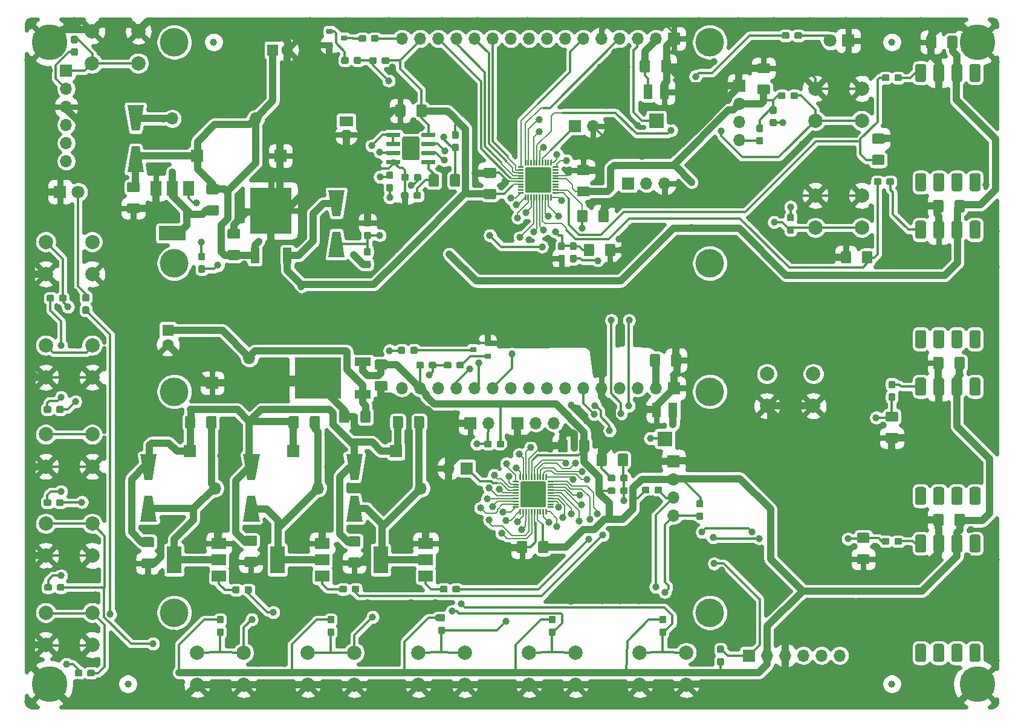
<source format=gbr>
G04 #@! TF.GenerationSoftware,KiCad,Pcbnew,(5.1.5-0-10_14)*
G04 #@! TF.CreationDate,2020-06-01T11:02:14+02:00*
G04 #@! TF.ProjectId,Main_Board_v1_2_smd,4d61696e-5f42-46f6-9172-645f76315f32,rev?*
G04 #@! TF.SameCoordinates,Original*
G04 #@! TF.FileFunction,Copper,L1,Top*
G04 #@! TF.FilePolarity,Positive*
%FSLAX46Y46*%
G04 Gerber Fmt 4.6, Leading zero omitted, Abs format (unit mm)*
G04 Created by KiCad (PCBNEW (5.1.5-0-10_14)) date 2020-06-01 11:02:14*
%MOMM*%
%LPD*%
G04 APERTURE LIST*
%ADD10C,0.100000*%
%ADD11C,0.600000*%
%ADD12C,4.000000*%
%ADD13O,1.700000X1.700000*%
%ADD14R,1.700000X1.700000*%
%ADD15R,1.900000X1.400000*%
%ADD16O,1.600000X1.400000*%
%ADD17C,5.000000*%
%ADD18C,1.000000*%
%ADD19C,2.000000*%
%ADD20R,0.900000X0.800000*%
%ADD21R,6.400000X5.800000*%
%ADD22R,2.200000X1.200000*%
%ADD23R,2.000000X1.500000*%
%ADD24R,2.000000X3.800000*%
%ADD25C,1.800000*%
%ADD26R,1.800000X1.800000*%
%ADD27R,1.300000X2.000000*%
%ADD28R,2.000000X2.000000*%
%ADD29R,1.500000X2.000000*%
%ADD30R,3.800000X2.000000*%
%ADD31R,5.800000X6.400000*%
%ADD32R,1.200000X2.200000*%
%ADD33C,1.600000*%
%ADD34R,1.600000X1.600000*%
%ADD35C,1.000000*%
%ADD36C,0.350000*%
%ADD37C,0.200000*%
%ADD38C,0.600000*%
G04 APERTURE END LIST*
G04 #@! TA.AperFunction,SMDPad,CuDef*
D10*
G36*
X97044180Y-101943584D02*
G01*
X97050247Y-101944484D01*
X97056197Y-101945974D01*
X97061972Y-101948041D01*
X97067516Y-101950663D01*
X97072777Y-101953816D01*
X97077704Y-101957470D01*
X97082248Y-101961589D01*
X97086367Y-101966133D01*
X97090021Y-101971060D01*
X97093174Y-101976321D01*
X97095796Y-101981865D01*
X97097863Y-101987640D01*
X97099353Y-101993590D01*
X97100253Y-101999657D01*
X97100554Y-102005783D01*
X97100554Y-102130783D01*
X97100253Y-102136909D01*
X97099353Y-102142976D01*
X97097863Y-102148926D01*
X97095796Y-102154701D01*
X97093174Y-102160245D01*
X97090021Y-102165506D01*
X97086367Y-102170433D01*
X97082248Y-102174977D01*
X97077704Y-102179096D01*
X97072777Y-102182750D01*
X97067516Y-102185903D01*
X97061972Y-102188525D01*
X97056197Y-102190592D01*
X97050247Y-102192082D01*
X97044180Y-102192982D01*
X97038054Y-102193283D01*
X96338054Y-102193283D01*
X96331928Y-102192982D01*
X96325861Y-102192082D01*
X96319911Y-102190592D01*
X96314136Y-102188525D01*
X96308592Y-102185903D01*
X96303331Y-102182750D01*
X96298404Y-102179096D01*
X96293860Y-102174977D01*
X96289741Y-102170433D01*
X96286087Y-102165506D01*
X96282934Y-102160245D01*
X96280312Y-102154701D01*
X96278245Y-102148926D01*
X96276755Y-102142976D01*
X96275855Y-102136909D01*
X96275554Y-102130783D01*
X96275554Y-102005783D01*
X96275855Y-101999657D01*
X96276755Y-101993590D01*
X96278245Y-101987640D01*
X96280312Y-101981865D01*
X96282934Y-101976321D01*
X96286087Y-101971060D01*
X96289741Y-101966133D01*
X96293860Y-101961589D01*
X96298404Y-101957470D01*
X96303331Y-101953816D01*
X96308592Y-101950663D01*
X96314136Y-101948041D01*
X96319911Y-101945974D01*
X96325861Y-101944484D01*
X96331928Y-101943584D01*
X96338054Y-101943283D01*
X97038054Y-101943283D01*
X97044180Y-101943584D01*
G37*
G04 #@! TD.AperFunction*
G04 #@! TA.AperFunction,SMDPad,CuDef*
G36*
X97044180Y-101543584D02*
G01*
X97050247Y-101544484D01*
X97056197Y-101545974D01*
X97061972Y-101548041D01*
X97067516Y-101550663D01*
X97072777Y-101553816D01*
X97077704Y-101557470D01*
X97082248Y-101561589D01*
X97086367Y-101566133D01*
X97090021Y-101571060D01*
X97093174Y-101576321D01*
X97095796Y-101581865D01*
X97097863Y-101587640D01*
X97099353Y-101593590D01*
X97100253Y-101599657D01*
X97100554Y-101605783D01*
X97100554Y-101730783D01*
X97100253Y-101736909D01*
X97099353Y-101742976D01*
X97097863Y-101748926D01*
X97095796Y-101754701D01*
X97093174Y-101760245D01*
X97090021Y-101765506D01*
X97086367Y-101770433D01*
X97082248Y-101774977D01*
X97077704Y-101779096D01*
X97072777Y-101782750D01*
X97067516Y-101785903D01*
X97061972Y-101788525D01*
X97056197Y-101790592D01*
X97050247Y-101792082D01*
X97044180Y-101792982D01*
X97038054Y-101793283D01*
X96338054Y-101793283D01*
X96331928Y-101792982D01*
X96325861Y-101792082D01*
X96319911Y-101790592D01*
X96314136Y-101788525D01*
X96308592Y-101785903D01*
X96303331Y-101782750D01*
X96298404Y-101779096D01*
X96293860Y-101774977D01*
X96289741Y-101770433D01*
X96286087Y-101765506D01*
X96282934Y-101760245D01*
X96280312Y-101754701D01*
X96278245Y-101748926D01*
X96276755Y-101742976D01*
X96275855Y-101736909D01*
X96275554Y-101730783D01*
X96275554Y-101605783D01*
X96275855Y-101599657D01*
X96276755Y-101593590D01*
X96278245Y-101587640D01*
X96280312Y-101581865D01*
X96282934Y-101576321D01*
X96286087Y-101571060D01*
X96289741Y-101566133D01*
X96293860Y-101561589D01*
X96298404Y-101557470D01*
X96303331Y-101553816D01*
X96308592Y-101550663D01*
X96314136Y-101548041D01*
X96319911Y-101545974D01*
X96325861Y-101544484D01*
X96331928Y-101543584D01*
X96338054Y-101543283D01*
X97038054Y-101543283D01*
X97044180Y-101543584D01*
G37*
G04 #@! TD.AperFunction*
G04 #@! TA.AperFunction,SMDPad,CuDef*
G36*
X97044180Y-101143584D02*
G01*
X97050247Y-101144484D01*
X97056197Y-101145974D01*
X97061972Y-101148041D01*
X97067516Y-101150663D01*
X97072777Y-101153816D01*
X97077704Y-101157470D01*
X97082248Y-101161589D01*
X97086367Y-101166133D01*
X97090021Y-101171060D01*
X97093174Y-101176321D01*
X97095796Y-101181865D01*
X97097863Y-101187640D01*
X97099353Y-101193590D01*
X97100253Y-101199657D01*
X97100554Y-101205783D01*
X97100554Y-101330783D01*
X97100253Y-101336909D01*
X97099353Y-101342976D01*
X97097863Y-101348926D01*
X97095796Y-101354701D01*
X97093174Y-101360245D01*
X97090021Y-101365506D01*
X97086367Y-101370433D01*
X97082248Y-101374977D01*
X97077704Y-101379096D01*
X97072777Y-101382750D01*
X97067516Y-101385903D01*
X97061972Y-101388525D01*
X97056197Y-101390592D01*
X97050247Y-101392082D01*
X97044180Y-101392982D01*
X97038054Y-101393283D01*
X96338054Y-101393283D01*
X96331928Y-101392982D01*
X96325861Y-101392082D01*
X96319911Y-101390592D01*
X96314136Y-101388525D01*
X96308592Y-101385903D01*
X96303331Y-101382750D01*
X96298404Y-101379096D01*
X96293860Y-101374977D01*
X96289741Y-101370433D01*
X96286087Y-101365506D01*
X96282934Y-101360245D01*
X96280312Y-101354701D01*
X96278245Y-101348926D01*
X96276755Y-101342976D01*
X96275855Y-101336909D01*
X96275554Y-101330783D01*
X96275554Y-101205783D01*
X96275855Y-101199657D01*
X96276755Y-101193590D01*
X96278245Y-101187640D01*
X96280312Y-101181865D01*
X96282934Y-101176321D01*
X96286087Y-101171060D01*
X96289741Y-101166133D01*
X96293860Y-101161589D01*
X96298404Y-101157470D01*
X96303331Y-101153816D01*
X96308592Y-101150663D01*
X96314136Y-101148041D01*
X96319911Y-101145974D01*
X96325861Y-101144484D01*
X96331928Y-101143584D01*
X96338054Y-101143283D01*
X97038054Y-101143283D01*
X97044180Y-101143584D01*
G37*
G04 #@! TD.AperFunction*
G04 #@! TA.AperFunction,SMDPad,CuDef*
G36*
X97044180Y-100743584D02*
G01*
X97050247Y-100744484D01*
X97056197Y-100745974D01*
X97061972Y-100748041D01*
X97067516Y-100750663D01*
X97072777Y-100753816D01*
X97077704Y-100757470D01*
X97082248Y-100761589D01*
X97086367Y-100766133D01*
X97090021Y-100771060D01*
X97093174Y-100776321D01*
X97095796Y-100781865D01*
X97097863Y-100787640D01*
X97099353Y-100793590D01*
X97100253Y-100799657D01*
X97100554Y-100805783D01*
X97100554Y-100930783D01*
X97100253Y-100936909D01*
X97099353Y-100942976D01*
X97097863Y-100948926D01*
X97095796Y-100954701D01*
X97093174Y-100960245D01*
X97090021Y-100965506D01*
X97086367Y-100970433D01*
X97082248Y-100974977D01*
X97077704Y-100979096D01*
X97072777Y-100982750D01*
X97067516Y-100985903D01*
X97061972Y-100988525D01*
X97056197Y-100990592D01*
X97050247Y-100992082D01*
X97044180Y-100992982D01*
X97038054Y-100993283D01*
X96338054Y-100993283D01*
X96331928Y-100992982D01*
X96325861Y-100992082D01*
X96319911Y-100990592D01*
X96314136Y-100988525D01*
X96308592Y-100985903D01*
X96303331Y-100982750D01*
X96298404Y-100979096D01*
X96293860Y-100974977D01*
X96289741Y-100970433D01*
X96286087Y-100965506D01*
X96282934Y-100960245D01*
X96280312Y-100954701D01*
X96278245Y-100948926D01*
X96276755Y-100942976D01*
X96275855Y-100936909D01*
X96275554Y-100930783D01*
X96275554Y-100805783D01*
X96275855Y-100799657D01*
X96276755Y-100793590D01*
X96278245Y-100787640D01*
X96280312Y-100781865D01*
X96282934Y-100776321D01*
X96286087Y-100771060D01*
X96289741Y-100766133D01*
X96293860Y-100761589D01*
X96298404Y-100757470D01*
X96303331Y-100753816D01*
X96308592Y-100750663D01*
X96314136Y-100748041D01*
X96319911Y-100745974D01*
X96325861Y-100744484D01*
X96331928Y-100743584D01*
X96338054Y-100743283D01*
X97038054Y-100743283D01*
X97044180Y-100743584D01*
G37*
G04 #@! TD.AperFunction*
G04 #@! TA.AperFunction,SMDPad,CuDef*
G36*
X97044180Y-100343584D02*
G01*
X97050247Y-100344484D01*
X97056197Y-100345974D01*
X97061972Y-100348041D01*
X97067516Y-100350663D01*
X97072777Y-100353816D01*
X97077704Y-100357470D01*
X97082248Y-100361589D01*
X97086367Y-100366133D01*
X97090021Y-100371060D01*
X97093174Y-100376321D01*
X97095796Y-100381865D01*
X97097863Y-100387640D01*
X97099353Y-100393590D01*
X97100253Y-100399657D01*
X97100554Y-100405783D01*
X97100554Y-100530783D01*
X97100253Y-100536909D01*
X97099353Y-100542976D01*
X97097863Y-100548926D01*
X97095796Y-100554701D01*
X97093174Y-100560245D01*
X97090021Y-100565506D01*
X97086367Y-100570433D01*
X97082248Y-100574977D01*
X97077704Y-100579096D01*
X97072777Y-100582750D01*
X97067516Y-100585903D01*
X97061972Y-100588525D01*
X97056197Y-100590592D01*
X97050247Y-100592082D01*
X97044180Y-100592982D01*
X97038054Y-100593283D01*
X96338054Y-100593283D01*
X96331928Y-100592982D01*
X96325861Y-100592082D01*
X96319911Y-100590592D01*
X96314136Y-100588525D01*
X96308592Y-100585903D01*
X96303331Y-100582750D01*
X96298404Y-100579096D01*
X96293860Y-100574977D01*
X96289741Y-100570433D01*
X96286087Y-100565506D01*
X96282934Y-100560245D01*
X96280312Y-100554701D01*
X96278245Y-100548926D01*
X96276755Y-100542976D01*
X96275855Y-100536909D01*
X96275554Y-100530783D01*
X96275554Y-100405783D01*
X96275855Y-100399657D01*
X96276755Y-100393590D01*
X96278245Y-100387640D01*
X96280312Y-100381865D01*
X96282934Y-100376321D01*
X96286087Y-100371060D01*
X96289741Y-100366133D01*
X96293860Y-100361589D01*
X96298404Y-100357470D01*
X96303331Y-100353816D01*
X96308592Y-100350663D01*
X96314136Y-100348041D01*
X96319911Y-100345974D01*
X96325861Y-100344484D01*
X96331928Y-100343584D01*
X96338054Y-100343283D01*
X97038054Y-100343283D01*
X97044180Y-100343584D01*
G37*
G04 #@! TD.AperFunction*
G04 #@! TA.AperFunction,SMDPad,CuDef*
G36*
X97044180Y-99943584D02*
G01*
X97050247Y-99944484D01*
X97056197Y-99945974D01*
X97061972Y-99948041D01*
X97067516Y-99950663D01*
X97072777Y-99953816D01*
X97077704Y-99957470D01*
X97082248Y-99961589D01*
X97086367Y-99966133D01*
X97090021Y-99971060D01*
X97093174Y-99976321D01*
X97095796Y-99981865D01*
X97097863Y-99987640D01*
X97099353Y-99993590D01*
X97100253Y-99999657D01*
X97100554Y-100005783D01*
X97100554Y-100130783D01*
X97100253Y-100136909D01*
X97099353Y-100142976D01*
X97097863Y-100148926D01*
X97095796Y-100154701D01*
X97093174Y-100160245D01*
X97090021Y-100165506D01*
X97086367Y-100170433D01*
X97082248Y-100174977D01*
X97077704Y-100179096D01*
X97072777Y-100182750D01*
X97067516Y-100185903D01*
X97061972Y-100188525D01*
X97056197Y-100190592D01*
X97050247Y-100192082D01*
X97044180Y-100192982D01*
X97038054Y-100193283D01*
X96338054Y-100193283D01*
X96331928Y-100192982D01*
X96325861Y-100192082D01*
X96319911Y-100190592D01*
X96314136Y-100188525D01*
X96308592Y-100185903D01*
X96303331Y-100182750D01*
X96298404Y-100179096D01*
X96293860Y-100174977D01*
X96289741Y-100170433D01*
X96286087Y-100165506D01*
X96282934Y-100160245D01*
X96280312Y-100154701D01*
X96278245Y-100148926D01*
X96276755Y-100142976D01*
X96275855Y-100136909D01*
X96275554Y-100130783D01*
X96275554Y-100005783D01*
X96275855Y-99999657D01*
X96276755Y-99993590D01*
X96278245Y-99987640D01*
X96280312Y-99981865D01*
X96282934Y-99976321D01*
X96286087Y-99971060D01*
X96289741Y-99966133D01*
X96293860Y-99961589D01*
X96298404Y-99957470D01*
X96303331Y-99953816D01*
X96308592Y-99950663D01*
X96314136Y-99948041D01*
X96319911Y-99945974D01*
X96325861Y-99944484D01*
X96331928Y-99943584D01*
X96338054Y-99943283D01*
X97038054Y-99943283D01*
X97044180Y-99943584D01*
G37*
G04 #@! TD.AperFunction*
G04 #@! TA.AperFunction,SMDPad,CuDef*
G36*
X97044180Y-99543584D02*
G01*
X97050247Y-99544484D01*
X97056197Y-99545974D01*
X97061972Y-99548041D01*
X97067516Y-99550663D01*
X97072777Y-99553816D01*
X97077704Y-99557470D01*
X97082248Y-99561589D01*
X97086367Y-99566133D01*
X97090021Y-99571060D01*
X97093174Y-99576321D01*
X97095796Y-99581865D01*
X97097863Y-99587640D01*
X97099353Y-99593590D01*
X97100253Y-99599657D01*
X97100554Y-99605783D01*
X97100554Y-99730783D01*
X97100253Y-99736909D01*
X97099353Y-99742976D01*
X97097863Y-99748926D01*
X97095796Y-99754701D01*
X97093174Y-99760245D01*
X97090021Y-99765506D01*
X97086367Y-99770433D01*
X97082248Y-99774977D01*
X97077704Y-99779096D01*
X97072777Y-99782750D01*
X97067516Y-99785903D01*
X97061972Y-99788525D01*
X97056197Y-99790592D01*
X97050247Y-99792082D01*
X97044180Y-99792982D01*
X97038054Y-99793283D01*
X96338054Y-99793283D01*
X96331928Y-99792982D01*
X96325861Y-99792082D01*
X96319911Y-99790592D01*
X96314136Y-99788525D01*
X96308592Y-99785903D01*
X96303331Y-99782750D01*
X96298404Y-99779096D01*
X96293860Y-99774977D01*
X96289741Y-99770433D01*
X96286087Y-99765506D01*
X96282934Y-99760245D01*
X96280312Y-99754701D01*
X96278245Y-99748926D01*
X96276755Y-99742976D01*
X96275855Y-99736909D01*
X96275554Y-99730783D01*
X96275554Y-99605783D01*
X96275855Y-99599657D01*
X96276755Y-99593590D01*
X96278245Y-99587640D01*
X96280312Y-99581865D01*
X96282934Y-99576321D01*
X96286087Y-99571060D01*
X96289741Y-99566133D01*
X96293860Y-99561589D01*
X96298404Y-99557470D01*
X96303331Y-99553816D01*
X96308592Y-99550663D01*
X96314136Y-99548041D01*
X96319911Y-99545974D01*
X96325861Y-99544484D01*
X96331928Y-99543584D01*
X96338054Y-99543283D01*
X97038054Y-99543283D01*
X97044180Y-99543584D01*
G37*
G04 #@! TD.AperFunction*
G04 #@! TA.AperFunction,SMDPad,CuDef*
G36*
X97044180Y-99143584D02*
G01*
X97050247Y-99144484D01*
X97056197Y-99145974D01*
X97061972Y-99148041D01*
X97067516Y-99150663D01*
X97072777Y-99153816D01*
X97077704Y-99157470D01*
X97082248Y-99161589D01*
X97086367Y-99166133D01*
X97090021Y-99171060D01*
X97093174Y-99176321D01*
X97095796Y-99181865D01*
X97097863Y-99187640D01*
X97099353Y-99193590D01*
X97100253Y-99199657D01*
X97100554Y-99205783D01*
X97100554Y-99330783D01*
X97100253Y-99336909D01*
X97099353Y-99342976D01*
X97097863Y-99348926D01*
X97095796Y-99354701D01*
X97093174Y-99360245D01*
X97090021Y-99365506D01*
X97086367Y-99370433D01*
X97082248Y-99374977D01*
X97077704Y-99379096D01*
X97072777Y-99382750D01*
X97067516Y-99385903D01*
X97061972Y-99388525D01*
X97056197Y-99390592D01*
X97050247Y-99392082D01*
X97044180Y-99392982D01*
X97038054Y-99393283D01*
X96338054Y-99393283D01*
X96331928Y-99392982D01*
X96325861Y-99392082D01*
X96319911Y-99390592D01*
X96314136Y-99388525D01*
X96308592Y-99385903D01*
X96303331Y-99382750D01*
X96298404Y-99379096D01*
X96293860Y-99374977D01*
X96289741Y-99370433D01*
X96286087Y-99365506D01*
X96282934Y-99360245D01*
X96280312Y-99354701D01*
X96278245Y-99348926D01*
X96276755Y-99342976D01*
X96275855Y-99336909D01*
X96275554Y-99330783D01*
X96275554Y-99205783D01*
X96275855Y-99199657D01*
X96276755Y-99193590D01*
X96278245Y-99187640D01*
X96280312Y-99181865D01*
X96282934Y-99176321D01*
X96286087Y-99171060D01*
X96289741Y-99166133D01*
X96293860Y-99161589D01*
X96298404Y-99157470D01*
X96303331Y-99153816D01*
X96308592Y-99150663D01*
X96314136Y-99148041D01*
X96319911Y-99145974D01*
X96325861Y-99144484D01*
X96331928Y-99143584D01*
X96338054Y-99143283D01*
X97038054Y-99143283D01*
X97044180Y-99143584D01*
G37*
G04 #@! TD.AperFunction*
G04 #@! TA.AperFunction,SMDPad,CuDef*
G36*
X97044180Y-98743584D02*
G01*
X97050247Y-98744484D01*
X97056197Y-98745974D01*
X97061972Y-98748041D01*
X97067516Y-98750663D01*
X97072777Y-98753816D01*
X97077704Y-98757470D01*
X97082248Y-98761589D01*
X97086367Y-98766133D01*
X97090021Y-98771060D01*
X97093174Y-98776321D01*
X97095796Y-98781865D01*
X97097863Y-98787640D01*
X97099353Y-98793590D01*
X97100253Y-98799657D01*
X97100554Y-98805783D01*
X97100554Y-98930783D01*
X97100253Y-98936909D01*
X97099353Y-98942976D01*
X97097863Y-98948926D01*
X97095796Y-98954701D01*
X97093174Y-98960245D01*
X97090021Y-98965506D01*
X97086367Y-98970433D01*
X97082248Y-98974977D01*
X97077704Y-98979096D01*
X97072777Y-98982750D01*
X97067516Y-98985903D01*
X97061972Y-98988525D01*
X97056197Y-98990592D01*
X97050247Y-98992082D01*
X97044180Y-98992982D01*
X97038054Y-98993283D01*
X96338054Y-98993283D01*
X96331928Y-98992982D01*
X96325861Y-98992082D01*
X96319911Y-98990592D01*
X96314136Y-98988525D01*
X96308592Y-98985903D01*
X96303331Y-98982750D01*
X96298404Y-98979096D01*
X96293860Y-98974977D01*
X96289741Y-98970433D01*
X96286087Y-98965506D01*
X96282934Y-98960245D01*
X96280312Y-98954701D01*
X96278245Y-98948926D01*
X96276755Y-98942976D01*
X96275855Y-98936909D01*
X96275554Y-98930783D01*
X96275554Y-98805783D01*
X96275855Y-98799657D01*
X96276755Y-98793590D01*
X96278245Y-98787640D01*
X96280312Y-98781865D01*
X96282934Y-98776321D01*
X96286087Y-98771060D01*
X96289741Y-98766133D01*
X96293860Y-98761589D01*
X96298404Y-98757470D01*
X96303331Y-98753816D01*
X96308592Y-98750663D01*
X96314136Y-98748041D01*
X96319911Y-98745974D01*
X96325861Y-98744484D01*
X96331928Y-98743584D01*
X96338054Y-98743283D01*
X97038054Y-98743283D01*
X97044180Y-98743584D01*
G37*
G04 #@! TD.AperFunction*
G04 #@! TA.AperFunction,SMDPad,CuDef*
G36*
X97044180Y-98343584D02*
G01*
X97050247Y-98344484D01*
X97056197Y-98345974D01*
X97061972Y-98348041D01*
X97067516Y-98350663D01*
X97072777Y-98353816D01*
X97077704Y-98357470D01*
X97082248Y-98361589D01*
X97086367Y-98366133D01*
X97090021Y-98371060D01*
X97093174Y-98376321D01*
X97095796Y-98381865D01*
X97097863Y-98387640D01*
X97099353Y-98393590D01*
X97100253Y-98399657D01*
X97100554Y-98405783D01*
X97100554Y-98530783D01*
X97100253Y-98536909D01*
X97099353Y-98542976D01*
X97097863Y-98548926D01*
X97095796Y-98554701D01*
X97093174Y-98560245D01*
X97090021Y-98565506D01*
X97086367Y-98570433D01*
X97082248Y-98574977D01*
X97077704Y-98579096D01*
X97072777Y-98582750D01*
X97067516Y-98585903D01*
X97061972Y-98588525D01*
X97056197Y-98590592D01*
X97050247Y-98592082D01*
X97044180Y-98592982D01*
X97038054Y-98593283D01*
X96338054Y-98593283D01*
X96331928Y-98592982D01*
X96325861Y-98592082D01*
X96319911Y-98590592D01*
X96314136Y-98588525D01*
X96308592Y-98585903D01*
X96303331Y-98582750D01*
X96298404Y-98579096D01*
X96293860Y-98574977D01*
X96289741Y-98570433D01*
X96286087Y-98565506D01*
X96282934Y-98560245D01*
X96280312Y-98554701D01*
X96278245Y-98548926D01*
X96276755Y-98542976D01*
X96275855Y-98536909D01*
X96275554Y-98530783D01*
X96275554Y-98405783D01*
X96275855Y-98399657D01*
X96276755Y-98393590D01*
X96278245Y-98387640D01*
X96280312Y-98381865D01*
X96282934Y-98376321D01*
X96286087Y-98371060D01*
X96289741Y-98366133D01*
X96293860Y-98361589D01*
X96298404Y-98357470D01*
X96303331Y-98353816D01*
X96308592Y-98350663D01*
X96314136Y-98348041D01*
X96319911Y-98345974D01*
X96325861Y-98344484D01*
X96331928Y-98343584D01*
X96338054Y-98343283D01*
X97038054Y-98343283D01*
X97044180Y-98343584D01*
G37*
G04 #@! TD.AperFunction*
G04 #@! TA.AperFunction,SMDPad,CuDef*
G36*
X97394180Y-97418584D02*
G01*
X97400247Y-97419484D01*
X97406197Y-97420974D01*
X97411972Y-97423041D01*
X97417516Y-97425663D01*
X97422777Y-97428816D01*
X97427704Y-97432470D01*
X97432248Y-97436589D01*
X97436367Y-97441133D01*
X97440021Y-97446060D01*
X97443174Y-97451321D01*
X97445796Y-97456865D01*
X97447863Y-97462640D01*
X97449353Y-97468590D01*
X97450253Y-97474657D01*
X97450554Y-97480783D01*
X97450554Y-98180783D01*
X97450253Y-98186909D01*
X97449353Y-98192976D01*
X97447863Y-98198926D01*
X97445796Y-98204701D01*
X97443174Y-98210245D01*
X97440021Y-98215506D01*
X97436367Y-98220433D01*
X97432248Y-98224977D01*
X97427704Y-98229096D01*
X97422777Y-98232750D01*
X97417516Y-98235903D01*
X97411972Y-98238525D01*
X97406197Y-98240592D01*
X97400247Y-98242082D01*
X97394180Y-98242982D01*
X97388054Y-98243283D01*
X97263054Y-98243283D01*
X97256928Y-98242982D01*
X97250861Y-98242082D01*
X97244911Y-98240592D01*
X97239136Y-98238525D01*
X97233592Y-98235903D01*
X97228331Y-98232750D01*
X97223404Y-98229096D01*
X97218860Y-98224977D01*
X97214741Y-98220433D01*
X97211087Y-98215506D01*
X97207934Y-98210245D01*
X97205312Y-98204701D01*
X97203245Y-98198926D01*
X97201755Y-98192976D01*
X97200855Y-98186909D01*
X97200554Y-98180783D01*
X97200554Y-97480783D01*
X97200855Y-97474657D01*
X97201755Y-97468590D01*
X97203245Y-97462640D01*
X97205312Y-97456865D01*
X97207934Y-97451321D01*
X97211087Y-97446060D01*
X97214741Y-97441133D01*
X97218860Y-97436589D01*
X97223404Y-97432470D01*
X97228331Y-97428816D01*
X97233592Y-97425663D01*
X97239136Y-97423041D01*
X97244911Y-97420974D01*
X97250861Y-97419484D01*
X97256928Y-97418584D01*
X97263054Y-97418283D01*
X97388054Y-97418283D01*
X97394180Y-97418584D01*
G37*
G04 #@! TD.AperFunction*
G04 #@! TA.AperFunction,SMDPad,CuDef*
G36*
X97794180Y-97418584D02*
G01*
X97800247Y-97419484D01*
X97806197Y-97420974D01*
X97811972Y-97423041D01*
X97817516Y-97425663D01*
X97822777Y-97428816D01*
X97827704Y-97432470D01*
X97832248Y-97436589D01*
X97836367Y-97441133D01*
X97840021Y-97446060D01*
X97843174Y-97451321D01*
X97845796Y-97456865D01*
X97847863Y-97462640D01*
X97849353Y-97468590D01*
X97850253Y-97474657D01*
X97850554Y-97480783D01*
X97850554Y-98180783D01*
X97850253Y-98186909D01*
X97849353Y-98192976D01*
X97847863Y-98198926D01*
X97845796Y-98204701D01*
X97843174Y-98210245D01*
X97840021Y-98215506D01*
X97836367Y-98220433D01*
X97832248Y-98224977D01*
X97827704Y-98229096D01*
X97822777Y-98232750D01*
X97817516Y-98235903D01*
X97811972Y-98238525D01*
X97806197Y-98240592D01*
X97800247Y-98242082D01*
X97794180Y-98242982D01*
X97788054Y-98243283D01*
X97663054Y-98243283D01*
X97656928Y-98242982D01*
X97650861Y-98242082D01*
X97644911Y-98240592D01*
X97639136Y-98238525D01*
X97633592Y-98235903D01*
X97628331Y-98232750D01*
X97623404Y-98229096D01*
X97618860Y-98224977D01*
X97614741Y-98220433D01*
X97611087Y-98215506D01*
X97607934Y-98210245D01*
X97605312Y-98204701D01*
X97603245Y-98198926D01*
X97601755Y-98192976D01*
X97600855Y-98186909D01*
X97600554Y-98180783D01*
X97600554Y-97480783D01*
X97600855Y-97474657D01*
X97601755Y-97468590D01*
X97603245Y-97462640D01*
X97605312Y-97456865D01*
X97607934Y-97451321D01*
X97611087Y-97446060D01*
X97614741Y-97441133D01*
X97618860Y-97436589D01*
X97623404Y-97432470D01*
X97628331Y-97428816D01*
X97633592Y-97425663D01*
X97639136Y-97423041D01*
X97644911Y-97420974D01*
X97650861Y-97419484D01*
X97656928Y-97418584D01*
X97663054Y-97418283D01*
X97788054Y-97418283D01*
X97794180Y-97418584D01*
G37*
G04 #@! TD.AperFunction*
G04 #@! TA.AperFunction,SMDPad,CuDef*
G36*
X98194180Y-97418584D02*
G01*
X98200247Y-97419484D01*
X98206197Y-97420974D01*
X98211972Y-97423041D01*
X98217516Y-97425663D01*
X98222777Y-97428816D01*
X98227704Y-97432470D01*
X98232248Y-97436589D01*
X98236367Y-97441133D01*
X98240021Y-97446060D01*
X98243174Y-97451321D01*
X98245796Y-97456865D01*
X98247863Y-97462640D01*
X98249353Y-97468590D01*
X98250253Y-97474657D01*
X98250554Y-97480783D01*
X98250554Y-98180783D01*
X98250253Y-98186909D01*
X98249353Y-98192976D01*
X98247863Y-98198926D01*
X98245796Y-98204701D01*
X98243174Y-98210245D01*
X98240021Y-98215506D01*
X98236367Y-98220433D01*
X98232248Y-98224977D01*
X98227704Y-98229096D01*
X98222777Y-98232750D01*
X98217516Y-98235903D01*
X98211972Y-98238525D01*
X98206197Y-98240592D01*
X98200247Y-98242082D01*
X98194180Y-98242982D01*
X98188054Y-98243283D01*
X98063054Y-98243283D01*
X98056928Y-98242982D01*
X98050861Y-98242082D01*
X98044911Y-98240592D01*
X98039136Y-98238525D01*
X98033592Y-98235903D01*
X98028331Y-98232750D01*
X98023404Y-98229096D01*
X98018860Y-98224977D01*
X98014741Y-98220433D01*
X98011087Y-98215506D01*
X98007934Y-98210245D01*
X98005312Y-98204701D01*
X98003245Y-98198926D01*
X98001755Y-98192976D01*
X98000855Y-98186909D01*
X98000554Y-98180783D01*
X98000554Y-97480783D01*
X98000855Y-97474657D01*
X98001755Y-97468590D01*
X98003245Y-97462640D01*
X98005312Y-97456865D01*
X98007934Y-97451321D01*
X98011087Y-97446060D01*
X98014741Y-97441133D01*
X98018860Y-97436589D01*
X98023404Y-97432470D01*
X98028331Y-97428816D01*
X98033592Y-97425663D01*
X98039136Y-97423041D01*
X98044911Y-97420974D01*
X98050861Y-97419484D01*
X98056928Y-97418584D01*
X98063054Y-97418283D01*
X98188054Y-97418283D01*
X98194180Y-97418584D01*
G37*
G04 #@! TD.AperFunction*
G04 #@! TA.AperFunction,SMDPad,CuDef*
G36*
X98594180Y-97418584D02*
G01*
X98600247Y-97419484D01*
X98606197Y-97420974D01*
X98611972Y-97423041D01*
X98617516Y-97425663D01*
X98622777Y-97428816D01*
X98627704Y-97432470D01*
X98632248Y-97436589D01*
X98636367Y-97441133D01*
X98640021Y-97446060D01*
X98643174Y-97451321D01*
X98645796Y-97456865D01*
X98647863Y-97462640D01*
X98649353Y-97468590D01*
X98650253Y-97474657D01*
X98650554Y-97480783D01*
X98650554Y-98180783D01*
X98650253Y-98186909D01*
X98649353Y-98192976D01*
X98647863Y-98198926D01*
X98645796Y-98204701D01*
X98643174Y-98210245D01*
X98640021Y-98215506D01*
X98636367Y-98220433D01*
X98632248Y-98224977D01*
X98627704Y-98229096D01*
X98622777Y-98232750D01*
X98617516Y-98235903D01*
X98611972Y-98238525D01*
X98606197Y-98240592D01*
X98600247Y-98242082D01*
X98594180Y-98242982D01*
X98588054Y-98243283D01*
X98463054Y-98243283D01*
X98456928Y-98242982D01*
X98450861Y-98242082D01*
X98444911Y-98240592D01*
X98439136Y-98238525D01*
X98433592Y-98235903D01*
X98428331Y-98232750D01*
X98423404Y-98229096D01*
X98418860Y-98224977D01*
X98414741Y-98220433D01*
X98411087Y-98215506D01*
X98407934Y-98210245D01*
X98405312Y-98204701D01*
X98403245Y-98198926D01*
X98401755Y-98192976D01*
X98400855Y-98186909D01*
X98400554Y-98180783D01*
X98400554Y-97480783D01*
X98400855Y-97474657D01*
X98401755Y-97468590D01*
X98403245Y-97462640D01*
X98405312Y-97456865D01*
X98407934Y-97451321D01*
X98411087Y-97446060D01*
X98414741Y-97441133D01*
X98418860Y-97436589D01*
X98423404Y-97432470D01*
X98428331Y-97428816D01*
X98433592Y-97425663D01*
X98439136Y-97423041D01*
X98444911Y-97420974D01*
X98450861Y-97419484D01*
X98456928Y-97418584D01*
X98463054Y-97418283D01*
X98588054Y-97418283D01*
X98594180Y-97418584D01*
G37*
G04 #@! TD.AperFunction*
G04 #@! TA.AperFunction,SMDPad,CuDef*
G36*
X98994180Y-97418584D02*
G01*
X99000247Y-97419484D01*
X99006197Y-97420974D01*
X99011972Y-97423041D01*
X99017516Y-97425663D01*
X99022777Y-97428816D01*
X99027704Y-97432470D01*
X99032248Y-97436589D01*
X99036367Y-97441133D01*
X99040021Y-97446060D01*
X99043174Y-97451321D01*
X99045796Y-97456865D01*
X99047863Y-97462640D01*
X99049353Y-97468590D01*
X99050253Y-97474657D01*
X99050554Y-97480783D01*
X99050554Y-98180783D01*
X99050253Y-98186909D01*
X99049353Y-98192976D01*
X99047863Y-98198926D01*
X99045796Y-98204701D01*
X99043174Y-98210245D01*
X99040021Y-98215506D01*
X99036367Y-98220433D01*
X99032248Y-98224977D01*
X99027704Y-98229096D01*
X99022777Y-98232750D01*
X99017516Y-98235903D01*
X99011972Y-98238525D01*
X99006197Y-98240592D01*
X99000247Y-98242082D01*
X98994180Y-98242982D01*
X98988054Y-98243283D01*
X98863054Y-98243283D01*
X98856928Y-98242982D01*
X98850861Y-98242082D01*
X98844911Y-98240592D01*
X98839136Y-98238525D01*
X98833592Y-98235903D01*
X98828331Y-98232750D01*
X98823404Y-98229096D01*
X98818860Y-98224977D01*
X98814741Y-98220433D01*
X98811087Y-98215506D01*
X98807934Y-98210245D01*
X98805312Y-98204701D01*
X98803245Y-98198926D01*
X98801755Y-98192976D01*
X98800855Y-98186909D01*
X98800554Y-98180783D01*
X98800554Y-97480783D01*
X98800855Y-97474657D01*
X98801755Y-97468590D01*
X98803245Y-97462640D01*
X98805312Y-97456865D01*
X98807934Y-97451321D01*
X98811087Y-97446060D01*
X98814741Y-97441133D01*
X98818860Y-97436589D01*
X98823404Y-97432470D01*
X98828331Y-97428816D01*
X98833592Y-97425663D01*
X98839136Y-97423041D01*
X98844911Y-97420974D01*
X98850861Y-97419484D01*
X98856928Y-97418584D01*
X98863054Y-97418283D01*
X98988054Y-97418283D01*
X98994180Y-97418584D01*
G37*
G04 #@! TD.AperFunction*
G04 #@! TA.AperFunction,SMDPad,CuDef*
G36*
X99394180Y-97418584D02*
G01*
X99400247Y-97419484D01*
X99406197Y-97420974D01*
X99411972Y-97423041D01*
X99417516Y-97425663D01*
X99422777Y-97428816D01*
X99427704Y-97432470D01*
X99432248Y-97436589D01*
X99436367Y-97441133D01*
X99440021Y-97446060D01*
X99443174Y-97451321D01*
X99445796Y-97456865D01*
X99447863Y-97462640D01*
X99449353Y-97468590D01*
X99450253Y-97474657D01*
X99450554Y-97480783D01*
X99450554Y-98180783D01*
X99450253Y-98186909D01*
X99449353Y-98192976D01*
X99447863Y-98198926D01*
X99445796Y-98204701D01*
X99443174Y-98210245D01*
X99440021Y-98215506D01*
X99436367Y-98220433D01*
X99432248Y-98224977D01*
X99427704Y-98229096D01*
X99422777Y-98232750D01*
X99417516Y-98235903D01*
X99411972Y-98238525D01*
X99406197Y-98240592D01*
X99400247Y-98242082D01*
X99394180Y-98242982D01*
X99388054Y-98243283D01*
X99263054Y-98243283D01*
X99256928Y-98242982D01*
X99250861Y-98242082D01*
X99244911Y-98240592D01*
X99239136Y-98238525D01*
X99233592Y-98235903D01*
X99228331Y-98232750D01*
X99223404Y-98229096D01*
X99218860Y-98224977D01*
X99214741Y-98220433D01*
X99211087Y-98215506D01*
X99207934Y-98210245D01*
X99205312Y-98204701D01*
X99203245Y-98198926D01*
X99201755Y-98192976D01*
X99200855Y-98186909D01*
X99200554Y-98180783D01*
X99200554Y-97480783D01*
X99200855Y-97474657D01*
X99201755Y-97468590D01*
X99203245Y-97462640D01*
X99205312Y-97456865D01*
X99207934Y-97451321D01*
X99211087Y-97446060D01*
X99214741Y-97441133D01*
X99218860Y-97436589D01*
X99223404Y-97432470D01*
X99228331Y-97428816D01*
X99233592Y-97425663D01*
X99239136Y-97423041D01*
X99244911Y-97420974D01*
X99250861Y-97419484D01*
X99256928Y-97418584D01*
X99263054Y-97418283D01*
X99388054Y-97418283D01*
X99394180Y-97418584D01*
G37*
G04 #@! TD.AperFunction*
G04 #@! TA.AperFunction,SMDPad,CuDef*
G36*
X99794180Y-97418584D02*
G01*
X99800247Y-97419484D01*
X99806197Y-97420974D01*
X99811972Y-97423041D01*
X99817516Y-97425663D01*
X99822777Y-97428816D01*
X99827704Y-97432470D01*
X99832248Y-97436589D01*
X99836367Y-97441133D01*
X99840021Y-97446060D01*
X99843174Y-97451321D01*
X99845796Y-97456865D01*
X99847863Y-97462640D01*
X99849353Y-97468590D01*
X99850253Y-97474657D01*
X99850554Y-97480783D01*
X99850554Y-98180783D01*
X99850253Y-98186909D01*
X99849353Y-98192976D01*
X99847863Y-98198926D01*
X99845796Y-98204701D01*
X99843174Y-98210245D01*
X99840021Y-98215506D01*
X99836367Y-98220433D01*
X99832248Y-98224977D01*
X99827704Y-98229096D01*
X99822777Y-98232750D01*
X99817516Y-98235903D01*
X99811972Y-98238525D01*
X99806197Y-98240592D01*
X99800247Y-98242082D01*
X99794180Y-98242982D01*
X99788054Y-98243283D01*
X99663054Y-98243283D01*
X99656928Y-98242982D01*
X99650861Y-98242082D01*
X99644911Y-98240592D01*
X99639136Y-98238525D01*
X99633592Y-98235903D01*
X99628331Y-98232750D01*
X99623404Y-98229096D01*
X99618860Y-98224977D01*
X99614741Y-98220433D01*
X99611087Y-98215506D01*
X99607934Y-98210245D01*
X99605312Y-98204701D01*
X99603245Y-98198926D01*
X99601755Y-98192976D01*
X99600855Y-98186909D01*
X99600554Y-98180783D01*
X99600554Y-97480783D01*
X99600855Y-97474657D01*
X99601755Y-97468590D01*
X99603245Y-97462640D01*
X99605312Y-97456865D01*
X99607934Y-97451321D01*
X99611087Y-97446060D01*
X99614741Y-97441133D01*
X99618860Y-97436589D01*
X99623404Y-97432470D01*
X99628331Y-97428816D01*
X99633592Y-97425663D01*
X99639136Y-97423041D01*
X99644911Y-97420974D01*
X99650861Y-97419484D01*
X99656928Y-97418584D01*
X99663054Y-97418283D01*
X99788054Y-97418283D01*
X99794180Y-97418584D01*
G37*
G04 #@! TD.AperFunction*
G04 #@! TA.AperFunction,SMDPad,CuDef*
G36*
X100194180Y-97418584D02*
G01*
X100200247Y-97419484D01*
X100206197Y-97420974D01*
X100211972Y-97423041D01*
X100217516Y-97425663D01*
X100222777Y-97428816D01*
X100227704Y-97432470D01*
X100232248Y-97436589D01*
X100236367Y-97441133D01*
X100240021Y-97446060D01*
X100243174Y-97451321D01*
X100245796Y-97456865D01*
X100247863Y-97462640D01*
X100249353Y-97468590D01*
X100250253Y-97474657D01*
X100250554Y-97480783D01*
X100250554Y-98180783D01*
X100250253Y-98186909D01*
X100249353Y-98192976D01*
X100247863Y-98198926D01*
X100245796Y-98204701D01*
X100243174Y-98210245D01*
X100240021Y-98215506D01*
X100236367Y-98220433D01*
X100232248Y-98224977D01*
X100227704Y-98229096D01*
X100222777Y-98232750D01*
X100217516Y-98235903D01*
X100211972Y-98238525D01*
X100206197Y-98240592D01*
X100200247Y-98242082D01*
X100194180Y-98242982D01*
X100188054Y-98243283D01*
X100063054Y-98243283D01*
X100056928Y-98242982D01*
X100050861Y-98242082D01*
X100044911Y-98240592D01*
X100039136Y-98238525D01*
X100033592Y-98235903D01*
X100028331Y-98232750D01*
X100023404Y-98229096D01*
X100018860Y-98224977D01*
X100014741Y-98220433D01*
X100011087Y-98215506D01*
X100007934Y-98210245D01*
X100005312Y-98204701D01*
X100003245Y-98198926D01*
X100001755Y-98192976D01*
X100000855Y-98186909D01*
X100000554Y-98180783D01*
X100000554Y-97480783D01*
X100000855Y-97474657D01*
X100001755Y-97468590D01*
X100003245Y-97462640D01*
X100005312Y-97456865D01*
X100007934Y-97451321D01*
X100011087Y-97446060D01*
X100014741Y-97441133D01*
X100018860Y-97436589D01*
X100023404Y-97432470D01*
X100028331Y-97428816D01*
X100033592Y-97425663D01*
X100039136Y-97423041D01*
X100044911Y-97420974D01*
X100050861Y-97419484D01*
X100056928Y-97418584D01*
X100063054Y-97418283D01*
X100188054Y-97418283D01*
X100194180Y-97418584D01*
G37*
G04 #@! TD.AperFunction*
G04 #@! TA.AperFunction,SMDPad,CuDef*
G36*
X100594180Y-97418584D02*
G01*
X100600247Y-97419484D01*
X100606197Y-97420974D01*
X100611972Y-97423041D01*
X100617516Y-97425663D01*
X100622777Y-97428816D01*
X100627704Y-97432470D01*
X100632248Y-97436589D01*
X100636367Y-97441133D01*
X100640021Y-97446060D01*
X100643174Y-97451321D01*
X100645796Y-97456865D01*
X100647863Y-97462640D01*
X100649353Y-97468590D01*
X100650253Y-97474657D01*
X100650554Y-97480783D01*
X100650554Y-98180783D01*
X100650253Y-98186909D01*
X100649353Y-98192976D01*
X100647863Y-98198926D01*
X100645796Y-98204701D01*
X100643174Y-98210245D01*
X100640021Y-98215506D01*
X100636367Y-98220433D01*
X100632248Y-98224977D01*
X100627704Y-98229096D01*
X100622777Y-98232750D01*
X100617516Y-98235903D01*
X100611972Y-98238525D01*
X100606197Y-98240592D01*
X100600247Y-98242082D01*
X100594180Y-98242982D01*
X100588054Y-98243283D01*
X100463054Y-98243283D01*
X100456928Y-98242982D01*
X100450861Y-98242082D01*
X100444911Y-98240592D01*
X100439136Y-98238525D01*
X100433592Y-98235903D01*
X100428331Y-98232750D01*
X100423404Y-98229096D01*
X100418860Y-98224977D01*
X100414741Y-98220433D01*
X100411087Y-98215506D01*
X100407934Y-98210245D01*
X100405312Y-98204701D01*
X100403245Y-98198926D01*
X100401755Y-98192976D01*
X100400855Y-98186909D01*
X100400554Y-98180783D01*
X100400554Y-97480783D01*
X100400855Y-97474657D01*
X100401755Y-97468590D01*
X100403245Y-97462640D01*
X100405312Y-97456865D01*
X100407934Y-97451321D01*
X100411087Y-97446060D01*
X100414741Y-97441133D01*
X100418860Y-97436589D01*
X100423404Y-97432470D01*
X100428331Y-97428816D01*
X100433592Y-97425663D01*
X100439136Y-97423041D01*
X100444911Y-97420974D01*
X100450861Y-97419484D01*
X100456928Y-97418584D01*
X100463054Y-97418283D01*
X100588054Y-97418283D01*
X100594180Y-97418584D01*
G37*
G04 #@! TD.AperFunction*
G04 #@! TA.AperFunction,SMDPad,CuDef*
G36*
X100994180Y-97418584D02*
G01*
X101000247Y-97419484D01*
X101006197Y-97420974D01*
X101011972Y-97423041D01*
X101017516Y-97425663D01*
X101022777Y-97428816D01*
X101027704Y-97432470D01*
X101032248Y-97436589D01*
X101036367Y-97441133D01*
X101040021Y-97446060D01*
X101043174Y-97451321D01*
X101045796Y-97456865D01*
X101047863Y-97462640D01*
X101049353Y-97468590D01*
X101050253Y-97474657D01*
X101050554Y-97480783D01*
X101050554Y-98180783D01*
X101050253Y-98186909D01*
X101049353Y-98192976D01*
X101047863Y-98198926D01*
X101045796Y-98204701D01*
X101043174Y-98210245D01*
X101040021Y-98215506D01*
X101036367Y-98220433D01*
X101032248Y-98224977D01*
X101027704Y-98229096D01*
X101022777Y-98232750D01*
X101017516Y-98235903D01*
X101011972Y-98238525D01*
X101006197Y-98240592D01*
X101000247Y-98242082D01*
X100994180Y-98242982D01*
X100988054Y-98243283D01*
X100863054Y-98243283D01*
X100856928Y-98242982D01*
X100850861Y-98242082D01*
X100844911Y-98240592D01*
X100839136Y-98238525D01*
X100833592Y-98235903D01*
X100828331Y-98232750D01*
X100823404Y-98229096D01*
X100818860Y-98224977D01*
X100814741Y-98220433D01*
X100811087Y-98215506D01*
X100807934Y-98210245D01*
X100805312Y-98204701D01*
X100803245Y-98198926D01*
X100801755Y-98192976D01*
X100800855Y-98186909D01*
X100800554Y-98180783D01*
X100800554Y-97480783D01*
X100800855Y-97474657D01*
X100801755Y-97468590D01*
X100803245Y-97462640D01*
X100805312Y-97456865D01*
X100807934Y-97451321D01*
X100811087Y-97446060D01*
X100814741Y-97441133D01*
X100818860Y-97436589D01*
X100823404Y-97432470D01*
X100828331Y-97428816D01*
X100833592Y-97425663D01*
X100839136Y-97423041D01*
X100844911Y-97420974D01*
X100850861Y-97419484D01*
X100856928Y-97418584D01*
X100863054Y-97418283D01*
X100988054Y-97418283D01*
X100994180Y-97418584D01*
G37*
G04 #@! TD.AperFunction*
G04 #@! TA.AperFunction,SMDPad,CuDef*
G36*
X101919180Y-98343584D02*
G01*
X101925247Y-98344484D01*
X101931197Y-98345974D01*
X101936972Y-98348041D01*
X101942516Y-98350663D01*
X101947777Y-98353816D01*
X101952704Y-98357470D01*
X101957248Y-98361589D01*
X101961367Y-98366133D01*
X101965021Y-98371060D01*
X101968174Y-98376321D01*
X101970796Y-98381865D01*
X101972863Y-98387640D01*
X101974353Y-98393590D01*
X101975253Y-98399657D01*
X101975554Y-98405783D01*
X101975554Y-98530783D01*
X101975253Y-98536909D01*
X101974353Y-98542976D01*
X101972863Y-98548926D01*
X101970796Y-98554701D01*
X101968174Y-98560245D01*
X101965021Y-98565506D01*
X101961367Y-98570433D01*
X101957248Y-98574977D01*
X101952704Y-98579096D01*
X101947777Y-98582750D01*
X101942516Y-98585903D01*
X101936972Y-98588525D01*
X101931197Y-98590592D01*
X101925247Y-98592082D01*
X101919180Y-98592982D01*
X101913054Y-98593283D01*
X101213054Y-98593283D01*
X101206928Y-98592982D01*
X101200861Y-98592082D01*
X101194911Y-98590592D01*
X101189136Y-98588525D01*
X101183592Y-98585903D01*
X101178331Y-98582750D01*
X101173404Y-98579096D01*
X101168860Y-98574977D01*
X101164741Y-98570433D01*
X101161087Y-98565506D01*
X101157934Y-98560245D01*
X101155312Y-98554701D01*
X101153245Y-98548926D01*
X101151755Y-98542976D01*
X101150855Y-98536909D01*
X101150554Y-98530783D01*
X101150554Y-98405783D01*
X101150855Y-98399657D01*
X101151755Y-98393590D01*
X101153245Y-98387640D01*
X101155312Y-98381865D01*
X101157934Y-98376321D01*
X101161087Y-98371060D01*
X101164741Y-98366133D01*
X101168860Y-98361589D01*
X101173404Y-98357470D01*
X101178331Y-98353816D01*
X101183592Y-98350663D01*
X101189136Y-98348041D01*
X101194911Y-98345974D01*
X101200861Y-98344484D01*
X101206928Y-98343584D01*
X101213054Y-98343283D01*
X101913054Y-98343283D01*
X101919180Y-98343584D01*
G37*
G04 #@! TD.AperFunction*
G04 #@! TA.AperFunction,SMDPad,CuDef*
G36*
X101919180Y-98743584D02*
G01*
X101925247Y-98744484D01*
X101931197Y-98745974D01*
X101936972Y-98748041D01*
X101942516Y-98750663D01*
X101947777Y-98753816D01*
X101952704Y-98757470D01*
X101957248Y-98761589D01*
X101961367Y-98766133D01*
X101965021Y-98771060D01*
X101968174Y-98776321D01*
X101970796Y-98781865D01*
X101972863Y-98787640D01*
X101974353Y-98793590D01*
X101975253Y-98799657D01*
X101975554Y-98805783D01*
X101975554Y-98930783D01*
X101975253Y-98936909D01*
X101974353Y-98942976D01*
X101972863Y-98948926D01*
X101970796Y-98954701D01*
X101968174Y-98960245D01*
X101965021Y-98965506D01*
X101961367Y-98970433D01*
X101957248Y-98974977D01*
X101952704Y-98979096D01*
X101947777Y-98982750D01*
X101942516Y-98985903D01*
X101936972Y-98988525D01*
X101931197Y-98990592D01*
X101925247Y-98992082D01*
X101919180Y-98992982D01*
X101913054Y-98993283D01*
X101213054Y-98993283D01*
X101206928Y-98992982D01*
X101200861Y-98992082D01*
X101194911Y-98990592D01*
X101189136Y-98988525D01*
X101183592Y-98985903D01*
X101178331Y-98982750D01*
X101173404Y-98979096D01*
X101168860Y-98974977D01*
X101164741Y-98970433D01*
X101161087Y-98965506D01*
X101157934Y-98960245D01*
X101155312Y-98954701D01*
X101153245Y-98948926D01*
X101151755Y-98942976D01*
X101150855Y-98936909D01*
X101150554Y-98930783D01*
X101150554Y-98805783D01*
X101150855Y-98799657D01*
X101151755Y-98793590D01*
X101153245Y-98787640D01*
X101155312Y-98781865D01*
X101157934Y-98776321D01*
X101161087Y-98771060D01*
X101164741Y-98766133D01*
X101168860Y-98761589D01*
X101173404Y-98757470D01*
X101178331Y-98753816D01*
X101183592Y-98750663D01*
X101189136Y-98748041D01*
X101194911Y-98745974D01*
X101200861Y-98744484D01*
X101206928Y-98743584D01*
X101213054Y-98743283D01*
X101913054Y-98743283D01*
X101919180Y-98743584D01*
G37*
G04 #@! TD.AperFunction*
G04 #@! TA.AperFunction,SMDPad,CuDef*
G36*
X101919180Y-99143584D02*
G01*
X101925247Y-99144484D01*
X101931197Y-99145974D01*
X101936972Y-99148041D01*
X101942516Y-99150663D01*
X101947777Y-99153816D01*
X101952704Y-99157470D01*
X101957248Y-99161589D01*
X101961367Y-99166133D01*
X101965021Y-99171060D01*
X101968174Y-99176321D01*
X101970796Y-99181865D01*
X101972863Y-99187640D01*
X101974353Y-99193590D01*
X101975253Y-99199657D01*
X101975554Y-99205783D01*
X101975554Y-99330783D01*
X101975253Y-99336909D01*
X101974353Y-99342976D01*
X101972863Y-99348926D01*
X101970796Y-99354701D01*
X101968174Y-99360245D01*
X101965021Y-99365506D01*
X101961367Y-99370433D01*
X101957248Y-99374977D01*
X101952704Y-99379096D01*
X101947777Y-99382750D01*
X101942516Y-99385903D01*
X101936972Y-99388525D01*
X101931197Y-99390592D01*
X101925247Y-99392082D01*
X101919180Y-99392982D01*
X101913054Y-99393283D01*
X101213054Y-99393283D01*
X101206928Y-99392982D01*
X101200861Y-99392082D01*
X101194911Y-99390592D01*
X101189136Y-99388525D01*
X101183592Y-99385903D01*
X101178331Y-99382750D01*
X101173404Y-99379096D01*
X101168860Y-99374977D01*
X101164741Y-99370433D01*
X101161087Y-99365506D01*
X101157934Y-99360245D01*
X101155312Y-99354701D01*
X101153245Y-99348926D01*
X101151755Y-99342976D01*
X101150855Y-99336909D01*
X101150554Y-99330783D01*
X101150554Y-99205783D01*
X101150855Y-99199657D01*
X101151755Y-99193590D01*
X101153245Y-99187640D01*
X101155312Y-99181865D01*
X101157934Y-99176321D01*
X101161087Y-99171060D01*
X101164741Y-99166133D01*
X101168860Y-99161589D01*
X101173404Y-99157470D01*
X101178331Y-99153816D01*
X101183592Y-99150663D01*
X101189136Y-99148041D01*
X101194911Y-99145974D01*
X101200861Y-99144484D01*
X101206928Y-99143584D01*
X101213054Y-99143283D01*
X101913054Y-99143283D01*
X101919180Y-99143584D01*
G37*
G04 #@! TD.AperFunction*
G04 #@! TA.AperFunction,SMDPad,CuDef*
G36*
X101919180Y-99543584D02*
G01*
X101925247Y-99544484D01*
X101931197Y-99545974D01*
X101936972Y-99548041D01*
X101942516Y-99550663D01*
X101947777Y-99553816D01*
X101952704Y-99557470D01*
X101957248Y-99561589D01*
X101961367Y-99566133D01*
X101965021Y-99571060D01*
X101968174Y-99576321D01*
X101970796Y-99581865D01*
X101972863Y-99587640D01*
X101974353Y-99593590D01*
X101975253Y-99599657D01*
X101975554Y-99605783D01*
X101975554Y-99730783D01*
X101975253Y-99736909D01*
X101974353Y-99742976D01*
X101972863Y-99748926D01*
X101970796Y-99754701D01*
X101968174Y-99760245D01*
X101965021Y-99765506D01*
X101961367Y-99770433D01*
X101957248Y-99774977D01*
X101952704Y-99779096D01*
X101947777Y-99782750D01*
X101942516Y-99785903D01*
X101936972Y-99788525D01*
X101931197Y-99790592D01*
X101925247Y-99792082D01*
X101919180Y-99792982D01*
X101913054Y-99793283D01*
X101213054Y-99793283D01*
X101206928Y-99792982D01*
X101200861Y-99792082D01*
X101194911Y-99790592D01*
X101189136Y-99788525D01*
X101183592Y-99785903D01*
X101178331Y-99782750D01*
X101173404Y-99779096D01*
X101168860Y-99774977D01*
X101164741Y-99770433D01*
X101161087Y-99765506D01*
X101157934Y-99760245D01*
X101155312Y-99754701D01*
X101153245Y-99748926D01*
X101151755Y-99742976D01*
X101150855Y-99736909D01*
X101150554Y-99730783D01*
X101150554Y-99605783D01*
X101150855Y-99599657D01*
X101151755Y-99593590D01*
X101153245Y-99587640D01*
X101155312Y-99581865D01*
X101157934Y-99576321D01*
X101161087Y-99571060D01*
X101164741Y-99566133D01*
X101168860Y-99561589D01*
X101173404Y-99557470D01*
X101178331Y-99553816D01*
X101183592Y-99550663D01*
X101189136Y-99548041D01*
X101194911Y-99545974D01*
X101200861Y-99544484D01*
X101206928Y-99543584D01*
X101213054Y-99543283D01*
X101913054Y-99543283D01*
X101919180Y-99543584D01*
G37*
G04 #@! TD.AperFunction*
G04 #@! TA.AperFunction,SMDPad,CuDef*
G36*
X101919180Y-99943584D02*
G01*
X101925247Y-99944484D01*
X101931197Y-99945974D01*
X101936972Y-99948041D01*
X101942516Y-99950663D01*
X101947777Y-99953816D01*
X101952704Y-99957470D01*
X101957248Y-99961589D01*
X101961367Y-99966133D01*
X101965021Y-99971060D01*
X101968174Y-99976321D01*
X101970796Y-99981865D01*
X101972863Y-99987640D01*
X101974353Y-99993590D01*
X101975253Y-99999657D01*
X101975554Y-100005783D01*
X101975554Y-100130783D01*
X101975253Y-100136909D01*
X101974353Y-100142976D01*
X101972863Y-100148926D01*
X101970796Y-100154701D01*
X101968174Y-100160245D01*
X101965021Y-100165506D01*
X101961367Y-100170433D01*
X101957248Y-100174977D01*
X101952704Y-100179096D01*
X101947777Y-100182750D01*
X101942516Y-100185903D01*
X101936972Y-100188525D01*
X101931197Y-100190592D01*
X101925247Y-100192082D01*
X101919180Y-100192982D01*
X101913054Y-100193283D01*
X101213054Y-100193283D01*
X101206928Y-100192982D01*
X101200861Y-100192082D01*
X101194911Y-100190592D01*
X101189136Y-100188525D01*
X101183592Y-100185903D01*
X101178331Y-100182750D01*
X101173404Y-100179096D01*
X101168860Y-100174977D01*
X101164741Y-100170433D01*
X101161087Y-100165506D01*
X101157934Y-100160245D01*
X101155312Y-100154701D01*
X101153245Y-100148926D01*
X101151755Y-100142976D01*
X101150855Y-100136909D01*
X101150554Y-100130783D01*
X101150554Y-100005783D01*
X101150855Y-99999657D01*
X101151755Y-99993590D01*
X101153245Y-99987640D01*
X101155312Y-99981865D01*
X101157934Y-99976321D01*
X101161087Y-99971060D01*
X101164741Y-99966133D01*
X101168860Y-99961589D01*
X101173404Y-99957470D01*
X101178331Y-99953816D01*
X101183592Y-99950663D01*
X101189136Y-99948041D01*
X101194911Y-99945974D01*
X101200861Y-99944484D01*
X101206928Y-99943584D01*
X101213054Y-99943283D01*
X101913054Y-99943283D01*
X101919180Y-99943584D01*
G37*
G04 #@! TD.AperFunction*
G04 #@! TA.AperFunction,SMDPad,CuDef*
G36*
X101919180Y-100343584D02*
G01*
X101925247Y-100344484D01*
X101931197Y-100345974D01*
X101936972Y-100348041D01*
X101942516Y-100350663D01*
X101947777Y-100353816D01*
X101952704Y-100357470D01*
X101957248Y-100361589D01*
X101961367Y-100366133D01*
X101965021Y-100371060D01*
X101968174Y-100376321D01*
X101970796Y-100381865D01*
X101972863Y-100387640D01*
X101974353Y-100393590D01*
X101975253Y-100399657D01*
X101975554Y-100405783D01*
X101975554Y-100530783D01*
X101975253Y-100536909D01*
X101974353Y-100542976D01*
X101972863Y-100548926D01*
X101970796Y-100554701D01*
X101968174Y-100560245D01*
X101965021Y-100565506D01*
X101961367Y-100570433D01*
X101957248Y-100574977D01*
X101952704Y-100579096D01*
X101947777Y-100582750D01*
X101942516Y-100585903D01*
X101936972Y-100588525D01*
X101931197Y-100590592D01*
X101925247Y-100592082D01*
X101919180Y-100592982D01*
X101913054Y-100593283D01*
X101213054Y-100593283D01*
X101206928Y-100592982D01*
X101200861Y-100592082D01*
X101194911Y-100590592D01*
X101189136Y-100588525D01*
X101183592Y-100585903D01*
X101178331Y-100582750D01*
X101173404Y-100579096D01*
X101168860Y-100574977D01*
X101164741Y-100570433D01*
X101161087Y-100565506D01*
X101157934Y-100560245D01*
X101155312Y-100554701D01*
X101153245Y-100548926D01*
X101151755Y-100542976D01*
X101150855Y-100536909D01*
X101150554Y-100530783D01*
X101150554Y-100405783D01*
X101150855Y-100399657D01*
X101151755Y-100393590D01*
X101153245Y-100387640D01*
X101155312Y-100381865D01*
X101157934Y-100376321D01*
X101161087Y-100371060D01*
X101164741Y-100366133D01*
X101168860Y-100361589D01*
X101173404Y-100357470D01*
X101178331Y-100353816D01*
X101183592Y-100350663D01*
X101189136Y-100348041D01*
X101194911Y-100345974D01*
X101200861Y-100344484D01*
X101206928Y-100343584D01*
X101213054Y-100343283D01*
X101913054Y-100343283D01*
X101919180Y-100343584D01*
G37*
G04 #@! TD.AperFunction*
G04 #@! TA.AperFunction,SMDPad,CuDef*
G36*
X101919180Y-100743584D02*
G01*
X101925247Y-100744484D01*
X101931197Y-100745974D01*
X101936972Y-100748041D01*
X101942516Y-100750663D01*
X101947777Y-100753816D01*
X101952704Y-100757470D01*
X101957248Y-100761589D01*
X101961367Y-100766133D01*
X101965021Y-100771060D01*
X101968174Y-100776321D01*
X101970796Y-100781865D01*
X101972863Y-100787640D01*
X101974353Y-100793590D01*
X101975253Y-100799657D01*
X101975554Y-100805783D01*
X101975554Y-100930783D01*
X101975253Y-100936909D01*
X101974353Y-100942976D01*
X101972863Y-100948926D01*
X101970796Y-100954701D01*
X101968174Y-100960245D01*
X101965021Y-100965506D01*
X101961367Y-100970433D01*
X101957248Y-100974977D01*
X101952704Y-100979096D01*
X101947777Y-100982750D01*
X101942516Y-100985903D01*
X101936972Y-100988525D01*
X101931197Y-100990592D01*
X101925247Y-100992082D01*
X101919180Y-100992982D01*
X101913054Y-100993283D01*
X101213054Y-100993283D01*
X101206928Y-100992982D01*
X101200861Y-100992082D01*
X101194911Y-100990592D01*
X101189136Y-100988525D01*
X101183592Y-100985903D01*
X101178331Y-100982750D01*
X101173404Y-100979096D01*
X101168860Y-100974977D01*
X101164741Y-100970433D01*
X101161087Y-100965506D01*
X101157934Y-100960245D01*
X101155312Y-100954701D01*
X101153245Y-100948926D01*
X101151755Y-100942976D01*
X101150855Y-100936909D01*
X101150554Y-100930783D01*
X101150554Y-100805783D01*
X101150855Y-100799657D01*
X101151755Y-100793590D01*
X101153245Y-100787640D01*
X101155312Y-100781865D01*
X101157934Y-100776321D01*
X101161087Y-100771060D01*
X101164741Y-100766133D01*
X101168860Y-100761589D01*
X101173404Y-100757470D01*
X101178331Y-100753816D01*
X101183592Y-100750663D01*
X101189136Y-100748041D01*
X101194911Y-100745974D01*
X101200861Y-100744484D01*
X101206928Y-100743584D01*
X101213054Y-100743283D01*
X101913054Y-100743283D01*
X101919180Y-100743584D01*
G37*
G04 #@! TD.AperFunction*
G04 #@! TA.AperFunction,SMDPad,CuDef*
G36*
X101919180Y-101143584D02*
G01*
X101925247Y-101144484D01*
X101931197Y-101145974D01*
X101936972Y-101148041D01*
X101942516Y-101150663D01*
X101947777Y-101153816D01*
X101952704Y-101157470D01*
X101957248Y-101161589D01*
X101961367Y-101166133D01*
X101965021Y-101171060D01*
X101968174Y-101176321D01*
X101970796Y-101181865D01*
X101972863Y-101187640D01*
X101974353Y-101193590D01*
X101975253Y-101199657D01*
X101975554Y-101205783D01*
X101975554Y-101330783D01*
X101975253Y-101336909D01*
X101974353Y-101342976D01*
X101972863Y-101348926D01*
X101970796Y-101354701D01*
X101968174Y-101360245D01*
X101965021Y-101365506D01*
X101961367Y-101370433D01*
X101957248Y-101374977D01*
X101952704Y-101379096D01*
X101947777Y-101382750D01*
X101942516Y-101385903D01*
X101936972Y-101388525D01*
X101931197Y-101390592D01*
X101925247Y-101392082D01*
X101919180Y-101392982D01*
X101913054Y-101393283D01*
X101213054Y-101393283D01*
X101206928Y-101392982D01*
X101200861Y-101392082D01*
X101194911Y-101390592D01*
X101189136Y-101388525D01*
X101183592Y-101385903D01*
X101178331Y-101382750D01*
X101173404Y-101379096D01*
X101168860Y-101374977D01*
X101164741Y-101370433D01*
X101161087Y-101365506D01*
X101157934Y-101360245D01*
X101155312Y-101354701D01*
X101153245Y-101348926D01*
X101151755Y-101342976D01*
X101150855Y-101336909D01*
X101150554Y-101330783D01*
X101150554Y-101205783D01*
X101150855Y-101199657D01*
X101151755Y-101193590D01*
X101153245Y-101187640D01*
X101155312Y-101181865D01*
X101157934Y-101176321D01*
X101161087Y-101171060D01*
X101164741Y-101166133D01*
X101168860Y-101161589D01*
X101173404Y-101157470D01*
X101178331Y-101153816D01*
X101183592Y-101150663D01*
X101189136Y-101148041D01*
X101194911Y-101145974D01*
X101200861Y-101144484D01*
X101206928Y-101143584D01*
X101213054Y-101143283D01*
X101913054Y-101143283D01*
X101919180Y-101143584D01*
G37*
G04 #@! TD.AperFunction*
G04 #@! TA.AperFunction,SMDPad,CuDef*
G36*
X101919180Y-101543584D02*
G01*
X101925247Y-101544484D01*
X101931197Y-101545974D01*
X101936972Y-101548041D01*
X101942516Y-101550663D01*
X101947777Y-101553816D01*
X101952704Y-101557470D01*
X101957248Y-101561589D01*
X101961367Y-101566133D01*
X101965021Y-101571060D01*
X101968174Y-101576321D01*
X101970796Y-101581865D01*
X101972863Y-101587640D01*
X101974353Y-101593590D01*
X101975253Y-101599657D01*
X101975554Y-101605783D01*
X101975554Y-101730783D01*
X101975253Y-101736909D01*
X101974353Y-101742976D01*
X101972863Y-101748926D01*
X101970796Y-101754701D01*
X101968174Y-101760245D01*
X101965021Y-101765506D01*
X101961367Y-101770433D01*
X101957248Y-101774977D01*
X101952704Y-101779096D01*
X101947777Y-101782750D01*
X101942516Y-101785903D01*
X101936972Y-101788525D01*
X101931197Y-101790592D01*
X101925247Y-101792082D01*
X101919180Y-101792982D01*
X101913054Y-101793283D01*
X101213054Y-101793283D01*
X101206928Y-101792982D01*
X101200861Y-101792082D01*
X101194911Y-101790592D01*
X101189136Y-101788525D01*
X101183592Y-101785903D01*
X101178331Y-101782750D01*
X101173404Y-101779096D01*
X101168860Y-101774977D01*
X101164741Y-101770433D01*
X101161087Y-101765506D01*
X101157934Y-101760245D01*
X101155312Y-101754701D01*
X101153245Y-101748926D01*
X101151755Y-101742976D01*
X101150855Y-101736909D01*
X101150554Y-101730783D01*
X101150554Y-101605783D01*
X101150855Y-101599657D01*
X101151755Y-101593590D01*
X101153245Y-101587640D01*
X101155312Y-101581865D01*
X101157934Y-101576321D01*
X101161087Y-101571060D01*
X101164741Y-101566133D01*
X101168860Y-101561589D01*
X101173404Y-101557470D01*
X101178331Y-101553816D01*
X101183592Y-101550663D01*
X101189136Y-101548041D01*
X101194911Y-101545974D01*
X101200861Y-101544484D01*
X101206928Y-101543584D01*
X101213054Y-101543283D01*
X101913054Y-101543283D01*
X101919180Y-101543584D01*
G37*
G04 #@! TD.AperFunction*
G04 #@! TA.AperFunction,SMDPad,CuDef*
G36*
X101919180Y-101943584D02*
G01*
X101925247Y-101944484D01*
X101931197Y-101945974D01*
X101936972Y-101948041D01*
X101942516Y-101950663D01*
X101947777Y-101953816D01*
X101952704Y-101957470D01*
X101957248Y-101961589D01*
X101961367Y-101966133D01*
X101965021Y-101971060D01*
X101968174Y-101976321D01*
X101970796Y-101981865D01*
X101972863Y-101987640D01*
X101974353Y-101993590D01*
X101975253Y-101999657D01*
X101975554Y-102005783D01*
X101975554Y-102130783D01*
X101975253Y-102136909D01*
X101974353Y-102142976D01*
X101972863Y-102148926D01*
X101970796Y-102154701D01*
X101968174Y-102160245D01*
X101965021Y-102165506D01*
X101961367Y-102170433D01*
X101957248Y-102174977D01*
X101952704Y-102179096D01*
X101947777Y-102182750D01*
X101942516Y-102185903D01*
X101936972Y-102188525D01*
X101931197Y-102190592D01*
X101925247Y-102192082D01*
X101919180Y-102192982D01*
X101913054Y-102193283D01*
X101213054Y-102193283D01*
X101206928Y-102192982D01*
X101200861Y-102192082D01*
X101194911Y-102190592D01*
X101189136Y-102188525D01*
X101183592Y-102185903D01*
X101178331Y-102182750D01*
X101173404Y-102179096D01*
X101168860Y-102174977D01*
X101164741Y-102170433D01*
X101161087Y-102165506D01*
X101157934Y-102160245D01*
X101155312Y-102154701D01*
X101153245Y-102148926D01*
X101151755Y-102142976D01*
X101150855Y-102136909D01*
X101150554Y-102130783D01*
X101150554Y-102005783D01*
X101150855Y-101999657D01*
X101151755Y-101993590D01*
X101153245Y-101987640D01*
X101155312Y-101981865D01*
X101157934Y-101976321D01*
X101161087Y-101971060D01*
X101164741Y-101966133D01*
X101168860Y-101961589D01*
X101173404Y-101957470D01*
X101178331Y-101953816D01*
X101183592Y-101950663D01*
X101189136Y-101948041D01*
X101194911Y-101945974D01*
X101200861Y-101944484D01*
X101206928Y-101943584D01*
X101213054Y-101943283D01*
X101913054Y-101943283D01*
X101919180Y-101943584D01*
G37*
G04 #@! TD.AperFunction*
G04 #@! TA.AperFunction,SMDPad,CuDef*
G36*
X100994180Y-102293584D02*
G01*
X101000247Y-102294484D01*
X101006197Y-102295974D01*
X101011972Y-102298041D01*
X101017516Y-102300663D01*
X101022777Y-102303816D01*
X101027704Y-102307470D01*
X101032248Y-102311589D01*
X101036367Y-102316133D01*
X101040021Y-102321060D01*
X101043174Y-102326321D01*
X101045796Y-102331865D01*
X101047863Y-102337640D01*
X101049353Y-102343590D01*
X101050253Y-102349657D01*
X101050554Y-102355783D01*
X101050554Y-103055783D01*
X101050253Y-103061909D01*
X101049353Y-103067976D01*
X101047863Y-103073926D01*
X101045796Y-103079701D01*
X101043174Y-103085245D01*
X101040021Y-103090506D01*
X101036367Y-103095433D01*
X101032248Y-103099977D01*
X101027704Y-103104096D01*
X101022777Y-103107750D01*
X101017516Y-103110903D01*
X101011972Y-103113525D01*
X101006197Y-103115592D01*
X101000247Y-103117082D01*
X100994180Y-103117982D01*
X100988054Y-103118283D01*
X100863054Y-103118283D01*
X100856928Y-103117982D01*
X100850861Y-103117082D01*
X100844911Y-103115592D01*
X100839136Y-103113525D01*
X100833592Y-103110903D01*
X100828331Y-103107750D01*
X100823404Y-103104096D01*
X100818860Y-103099977D01*
X100814741Y-103095433D01*
X100811087Y-103090506D01*
X100807934Y-103085245D01*
X100805312Y-103079701D01*
X100803245Y-103073926D01*
X100801755Y-103067976D01*
X100800855Y-103061909D01*
X100800554Y-103055783D01*
X100800554Y-102355783D01*
X100800855Y-102349657D01*
X100801755Y-102343590D01*
X100803245Y-102337640D01*
X100805312Y-102331865D01*
X100807934Y-102326321D01*
X100811087Y-102321060D01*
X100814741Y-102316133D01*
X100818860Y-102311589D01*
X100823404Y-102307470D01*
X100828331Y-102303816D01*
X100833592Y-102300663D01*
X100839136Y-102298041D01*
X100844911Y-102295974D01*
X100850861Y-102294484D01*
X100856928Y-102293584D01*
X100863054Y-102293283D01*
X100988054Y-102293283D01*
X100994180Y-102293584D01*
G37*
G04 #@! TD.AperFunction*
G04 #@! TA.AperFunction,SMDPad,CuDef*
G36*
X100594180Y-102293584D02*
G01*
X100600247Y-102294484D01*
X100606197Y-102295974D01*
X100611972Y-102298041D01*
X100617516Y-102300663D01*
X100622777Y-102303816D01*
X100627704Y-102307470D01*
X100632248Y-102311589D01*
X100636367Y-102316133D01*
X100640021Y-102321060D01*
X100643174Y-102326321D01*
X100645796Y-102331865D01*
X100647863Y-102337640D01*
X100649353Y-102343590D01*
X100650253Y-102349657D01*
X100650554Y-102355783D01*
X100650554Y-103055783D01*
X100650253Y-103061909D01*
X100649353Y-103067976D01*
X100647863Y-103073926D01*
X100645796Y-103079701D01*
X100643174Y-103085245D01*
X100640021Y-103090506D01*
X100636367Y-103095433D01*
X100632248Y-103099977D01*
X100627704Y-103104096D01*
X100622777Y-103107750D01*
X100617516Y-103110903D01*
X100611972Y-103113525D01*
X100606197Y-103115592D01*
X100600247Y-103117082D01*
X100594180Y-103117982D01*
X100588054Y-103118283D01*
X100463054Y-103118283D01*
X100456928Y-103117982D01*
X100450861Y-103117082D01*
X100444911Y-103115592D01*
X100439136Y-103113525D01*
X100433592Y-103110903D01*
X100428331Y-103107750D01*
X100423404Y-103104096D01*
X100418860Y-103099977D01*
X100414741Y-103095433D01*
X100411087Y-103090506D01*
X100407934Y-103085245D01*
X100405312Y-103079701D01*
X100403245Y-103073926D01*
X100401755Y-103067976D01*
X100400855Y-103061909D01*
X100400554Y-103055783D01*
X100400554Y-102355783D01*
X100400855Y-102349657D01*
X100401755Y-102343590D01*
X100403245Y-102337640D01*
X100405312Y-102331865D01*
X100407934Y-102326321D01*
X100411087Y-102321060D01*
X100414741Y-102316133D01*
X100418860Y-102311589D01*
X100423404Y-102307470D01*
X100428331Y-102303816D01*
X100433592Y-102300663D01*
X100439136Y-102298041D01*
X100444911Y-102295974D01*
X100450861Y-102294484D01*
X100456928Y-102293584D01*
X100463054Y-102293283D01*
X100588054Y-102293283D01*
X100594180Y-102293584D01*
G37*
G04 #@! TD.AperFunction*
G04 #@! TA.AperFunction,SMDPad,CuDef*
G36*
X100194180Y-102293584D02*
G01*
X100200247Y-102294484D01*
X100206197Y-102295974D01*
X100211972Y-102298041D01*
X100217516Y-102300663D01*
X100222777Y-102303816D01*
X100227704Y-102307470D01*
X100232248Y-102311589D01*
X100236367Y-102316133D01*
X100240021Y-102321060D01*
X100243174Y-102326321D01*
X100245796Y-102331865D01*
X100247863Y-102337640D01*
X100249353Y-102343590D01*
X100250253Y-102349657D01*
X100250554Y-102355783D01*
X100250554Y-103055783D01*
X100250253Y-103061909D01*
X100249353Y-103067976D01*
X100247863Y-103073926D01*
X100245796Y-103079701D01*
X100243174Y-103085245D01*
X100240021Y-103090506D01*
X100236367Y-103095433D01*
X100232248Y-103099977D01*
X100227704Y-103104096D01*
X100222777Y-103107750D01*
X100217516Y-103110903D01*
X100211972Y-103113525D01*
X100206197Y-103115592D01*
X100200247Y-103117082D01*
X100194180Y-103117982D01*
X100188054Y-103118283D01*
X100063054Y-103118283D01*
X100056928Y-103117982D01*
X100050861Y-103117082D01*
X100044911Y-103115592D01*
X100039136Y-103113525D01*
X100033592Y-103110903D01*
X100028331Y-103107750D01*
X100023404Y-103104096D01*
X100018860Y-103099977D01*
X100014741Y-103095433D01*
X100011087Y-103090506D01*
X100007934Y-103085245D01*
X100005312Y-103079701D01*
X100003245Y-103073926D01*
X100001755Y-103067976D01*
X100000855Y-103061909D01*
X100000554Y-103055783D01*
X100000554Y-102355783D01*
X100000855Y-102349657D01*
X100001755Y-102343590D01*
X100003245Y-102337640D01*
X100005312Y-102331865D01*
X100007934Y-102326321D01*
X100011087Y-102321060D01*
X100014741Y-102316133D01*
X100018860Y-102311589D01*
X100023404Y-102307470D01*
X100028331Y-102303816D01*
X100033592Y-102300663D01*
X100039136Y-102298041D01*
X100044911Y-102295974D01*
X100050861Y-102294484D01*
X100056928Y-102293584D01*
X100063054Y-102293283D01*
X100188054Y-102293283D01*
X100194180Y-102293584D01*
G37*
G04 #@! TD.AperFunction*
G04 #@! TA.AperFunction,SMDPad,CuDef*
G36*
X99794180Y-102293584D02*
G01*
X99800247Y-102294484D01*
X99806197Y-102295974D01*
X99811972Y-102298041D01*
X99817516Y-102300663D01*
X99822777Y-102303816D01*
X99827704Y-102307470D01*
X99832248Y-102311589D01*
X99836367Y-102316133D01*
X99840021Y-102321060D01*
X99843174Y-102326321D01*
X99845796Y-102331865D01*
X99847863Y-102337640D01*
X99849353Y-102343590D01*
X99850253Y-102349657D01*
X99850554Y-102355783D01*
X99850554Y-103055783D01*
X99850253Y-103061909D01*
X99849353Y-103067976D01*
X99847863Y-103073926D01*
X99845796Y-103079701D01*
X99843174Y-103085245D01*
X99840021Y-103090506D01*
X99836367Y-103095433D01*
X99832248Y-103099977D01*
X99827704Y-103104096D01*
X99822777Y-103107750D01*
X99817516Y-103110903D01*
X99811972Y-103113525D01*
X99806197Y-103115592D01*
X99800247Y-103117082D01*
X99794180Y-103117982D01*
X99788054Y-103118283D01*
X99663054Y-103118283D01*
X99656928Y-103117982D01*
X99650861Y-103117082D01*
X99644911Y-103115592D01*
X99639136Y-103113525D01*
X99633592Y-103110903D01*
X99628331Y-103107750D01*
X99623404Y-103104096D01*
X99618860Y-103099977D01*
X99614741Y-103095433D01*
X99611087Y-103090506D01*
X99607934Y-103085245D01*
X99605312Y-103079701D01*
X99603245Y-103073926D01*
X99601755Y-103067976D01*
X99600855Y-103061909D01*
X99600554Y-103055783D01*
X99600554Y-102355783D01*
X99600855Y-102349657D01*
X99601755Y-102343590D01*
X99603245Y-102337640D01*
X99605312Y-102331865D01*
X99607934Y-102326321D01*
X99611087Y-102321060D01*
X99614741Y-102316133D01*
X99618860Y-102311589D01*
X99623404Y-102307470D01*
X99628331Y-102303816D01*
X99633592Y-102300663D01*
X99639136Y-102298041D01*
X99644911Y-102295974D01*
X99650861Y-102294484D01*
X99656928Y-102293584D01*
X99663054Y-102293283D01*
X99788054Y-102293283D01*
X99794180Y-102293584D01*
G37*
G04 #@! TD.AperFunction*
G04 #@! TA.AperFunction,SMDPad,CuDef*
G36*
X99394180Y-102293584D02*
G01*
X99400247Y-102294484D01*
X99406197Y-102295974D01*
X99411972Y-102298041D01*
X99417516Y-102300663D01*
X99422777Y-102303816D01*
X99427704Y-102307470D01*
X99432248Y-102311589D01*
X99436367Y-102316133D01*
X99440021Y-102321060D01*
X99443174Y-102326321D01*
X99445796Y-102331865D01*
X99447863Y-102337640D01*
X99449353Y-102343590D01*
X99450253Y-102349657D01*
X99450554Y-102355783D01*
X99450554Y-103055783D01*
X99450253Y-103061909D01*
X99449353Y-103067976D01*
X99447863Y-103073926D01*
X99445796Y-103079701D01*
X99443174Y-103085245D01*
X99440021Y-103090506D01*
X99436367Y-103095433D01*
X99432248Y-103099977D01*
X99427704Y-103104096D01*
X99422777Y-103107750D01*
X99417516Y-103110903D01*
X99411972Y-103113525D01*
X99406197Y-103115592D01*
X99400247Y-103117082D01*
X99394180Y-103117982D01*
X99388054Y-103118283D01*
X99263054Y-103118283D01*
X99256928Y-103117982D01*
X99250861Y-103117082D01*
X99244911Y-103115592D01*
X99239136Y-103113525D01*
X99233592Y-103110903D01*
X99228331Y-103107750D01*
X99223404Y-103104096D01*
X99218860Y-103099977D01*
X99214741Y-103095433D01*
X99211087Y-103090506D01*
X99207934Y-103085245D01*
X99205312Y-103079701D01*
X99203245Y-103073926D01*
X99201755Y-103067976D01*
X99200855Y-103061909D01*
X99200554Y-103055783D01*
X99200554Y-102355783D01*
X99200855Y-102349657D01*
X99201755Y-102343590D01*
X99203245Y-102337640D01*
X99205312Y-102331865D01*
X99207934Y-102326321D01*
X99211087Y-102321060D01*
X99214741Y-102316133D01*
X99218860Y-102311589D01*
X99223404Y-102307470D01*
X99228331Y-102303816D01*
X99233592Y-102300663D01*
X99239136Y-102298041D01*
X99244911Y-102295974D01*
X99250861Y-102294484D01*
X99256928Y-102293584D01*
X99263054Y-102293283D01*
X99388054Y-102293283D01*
X99394180Y-102293584D01*
G37*
G04 #@! TD.AperFunction*
G04 #@! TA.AperFunction,SMDPad,CuDef*
G36*
X98994180Y-102293584D02*
G01*
X99000247Y-102294484D01*
X99006197Y-102295974D01*
X99011972Y-102298041D01*
X99017516Y-102300663D01*
X99022777Y-102303816D01*
X99027704Y-102307470D01*
X99032248Y-102311589D01*
X99036367Y-102316133D01*
X99040021Y-102321060D01*
X99043174Y-102326321D01*
X99045796Y-102331865D01*
X99047863Y-102337640D01*
X99049353Y-102343590D01*
X99050253Y-102349657D01*
X99050554Y-102355783D01*
X99050554Y-103055783D01*
X99050253Y-103061909D01*
X99049353Y-103067976D01*
X99047863Y-103073926D01*
X99045796Y-103079701D01*
X99043174Y-103085245D01*
X99040021Y-103090506D01*
X99036367Y-103095433D01*
X99032248Y-103099977D01*
X99027704Y-103104096D01*
X99022777Y-103107750D01*
X99017516Y-103110903D01*
X99011972Y-103113525D01*
X99006197Y-103115592D01*
X99000247Y-103117082D01*
X98994180Y-103117982D01*
X98988054Y-103118283D01*
X98863054Y-103118283D01*
X98856928Y-103117982D01*
X98850861Y-103117082D01*
X98844911Y-103115592D01*
X98839136Y-103113525D01*
X98833592Y-103110903D01*
X98828331Y-103107750D01*
X98823404Y-103104096D01*
X98818860Y-103099977D01*
X98814741Y-103095433D01*
X98811087Y-103090506D01*
X98807934Y-103085245D01*
X98805312Y-103079701D01*
X98803245Y-103073926D01*
X98801755Y-103067976D01*
X98800855Y-103061909D01*
X98800554Y-103055783D01*
X98800554Y-102355783D01*
X98800855Y-102349657D01*
X98801755Y-102343590D01*
X98803245Y-102337640D01*
X98805312Y-102331865D01*
X98807934Y-102326321D01*
X98811087Y-102321060D01*
X98814741Y-102316133D01*
X98818860Y-102311589D01*
X98823404Y-102307470D01*
X98828331Y-102303816D01*
X98833592Y-102300663D01*
X98839136Y-102298041D01*
X98844911Y-102295974D01*
X98850861Y-102294484D01*
X98856928Y-102293584D01*
X98863054Y-102293283D01*
X98988054Y-102293283D01*
X98994180Y-102293584D01*
G37*
G04 #@! TD.AperFunction*
G04 #@! TA.AperFunction,SMDPad,CuDef*
G36*
X98594180Y-102293584D02*
G01*
X98600247Y-102294484D01*
X98606197Y-102295974D01*
X98611972Y-102298041D01*
X98617516Y-102300663D01*
X98622777Y-102303816D01*
X98627704Y-102307470D01*
X98632248Y-102311589D01*
X98636367Y-102316133D01*
X98640021Y-102321060D01*
X98643174Y-102326321D01*
X98645796Y-102331865D01*
X98647863Y-102337640D01*
X98649353Y-102343590D01*
X98650253Y-102349657D01*
X98650554Y-102355783D01*
X98650554Y-103055783D01*
X98650253Y-103061909D01*
X98649353Y-103067976D01*
X98647863Y-103073926D01*
X98645796Y-103079701D01*
X98643174Y-103085245D01*
X98640021Y-103090506D01*
X98636367Y-103095433D01*
X98632248Y-103099977D01*
X98627704Y-103104096D01*
X98622777Y-103107750D01*
X98617516Y-103110903D01*
X98611972Y-103113525D01*
X98606197Y-103115592D01*
X98600247Y-103117082D01*
X98594180Y-103117982D01*
X98588054Y-103118283D01*
X98463054Y-103118283D01*
X98456928Y-103117982D01*
X98450861Y-103117082D01*
X98444911Y-103115592D01*
X98439136Y-103113525D01*
X98433592Y-103110903D01*
X98428331Y-103107750D01*
X98423404Y-103104096D01*
X98418860Y-103099977D01*
X98414741Y-103095433D01*
X98411087Y-103090506D01*
X98407934Y-103085245D01*
X98405312Y-103079701D01*
X98403245Y-103073926D01*
X98401755Y-103067976D01*
X98400855Y-103061909D01*
X98400554Y-103055783D01*
X98400554Y-102355783D01*
X98400855Y-102349657D01*
X98401755Y-102343590D01*
X98403245Y-102337640D01*
X98405312Y-102331865D01*
X98407934Y-102326321D01*
X98411087Y-102321060D01*
X98414741Y-102316133D01*
X98418860Y-102311589D01*
X98423404Y-102307470D01*
X98428331Y-102303816D01*
X98433592Y-102300663D01*
X98439136Y-102298041D01*
X98444911Y-102295974D01*
X98450861Y-102294484D01*
X98456928Y-102293584D01*
X98463054Y-102293283D01*
X98588054Y-102293283D01*
X98594180Y-102293584D01*
G37*
G04 #@! TD.AperFunction*
G04 #@! TA.AperFunction,SMDPad,CuDef*
G36*
X98194180Y-102293584D02*
G01*
X98200247Y-102294484D01*
X98206197Y-102295974D01*
X98211972Y-102298041D01*
X98217516Y-102300663D01*
X98222777Y-102303816D01*
X98227704Y-102307470D01*
X98232248Y-102311589D01*
X98236367Y-102316133D01*
X98240021Y-102321060D01*
X98243174Y-102326321D01*
X98245796Y-102331865D01*
X98247863Y-102337640D01*
X98249353Y-102343590D01*
X98250253Y-102349657D01*
X98250554Y-102355783D01*
X98250554Y-103055783D01*
X98250253Y-103061909D01*
X98249353Y-103067976D01*
X98247863Y-103073926D01*
X98245796Y-103079701D01*
X98243174Y-103085245D01*
X98240021Y-103090506D01*
X98236367Y-103095433D01*
X98232248Y-103099977D01*
X98227704Y-103104096D01*
X98222777Y-103107750D01*
X98217516Y-103110903D01*
X98211972Y-103113525D01*
X98206197Y-103115592D01*
X98200247Y-103117082D01*
X98194180Y-103117982D01*
X98188054Y-103118283D01*
X98063054Y-103118283D01*
X98056928Y-103117982D01*
X98050861Y-103117082D01*
X98044911Y-103115592D01*
X98039136Y-103113525D01*
X98033592Y-103110903D01*
X98028331Y-103107750D01*
X98023404Y-103104096D01*
X98018860Y-103099977D01*
X98014741Y-103095433D01*
X98011087Y-103090506D01*
X98007934Y-103085245D01*
X98005312Y-103079701D01*
X98003245Y-103073926D01*
X98001755Y-103067976D01*
X98000855Y-103061909D01*
X98000554Y-103055783D01*
X98000554Y-102355783D01*
X98000855Y-102349657D01*
X98001755Y-102343590D01*
X98003245Y-102337640D01*
X98005312Y-102331865D01*
X98007934Y-102326321D01*
X98011087Y-102321060D01*
X98014741Y-102316133D01*
X98018860Y-102311589D01*
X98023404Y-102307470D01*
X98028331Y-102303816D01*
X98033592Y-102300663D01*
X98039136Y-102298041D01*
X98044911Y-102295974D01*
X98050861Y-102294484D01*
X98056928Y-102293584D01*
X98063054Y-102293283D01*
X98188054Y-102293283D01*
X98194180Y-102293584D01*
G37*
G04 #@! TD.AperFunction*
G04 #@! TA.AperFunction,SMDPad,CuDef*
G36*
X97794180Y-102293584D02*
G01*
X97800247Y-102294484D01*
X97806197Y-102295974D01*
X97811972Y-102298041D01*
X97817516Y-102300663D01*
X97822777Y-102303816D01*
X97827704Y-102307470D01*
X97832248Y-102311589D01*
X97836367Y-102316133D01*
X97840021Y-102321060D01*
X97843174Y-102326321D01*
X97845796Y-102331865D01*
X97847863Y-102337640D01*
X97849353Y-102343590D01*
X97850253Y-102349657D01*
X97850554Y-102355783D01*
X97850554Y-103055783D01*
X97850253Y-103061909D01*
X97849353Y-103067976D01*
X97847863Y-103073926D01*
X97845796Y-103079701D01*
X97843174Y-103085245D01*
X97840021Y-103090506D01*
X97836367Y-103095433D01*
X97832248Y-103099977D01*
X97827704Y-103104096D01*
X97822777Y-103107750D01*
X97817516Y-103110903D01*
X97811972Y-103113525D01*
X97806197Y-103115592D01*
X97800247Y-103117082D01*
X97794180Y-103117982D01*
X97788054Y-103118283D01*
X97663054Y-103118283D01*
X97656928Y-103117982D01*
X97650861Y-103117082D01*
X97644911Y-103115592D01*
X97639136Y-103113525D01*
X97633592Y-103110903D01*
X97628331Y-103107750D01*
X97623404Y-103104096D01*
X97618860Y-103099977D01*
X97614741Y-103095433D01*
X97611087Y-103090506D01*
X97607934Y-103085245D01*
X97605312Y-103079701D01*
X97603245Y-103073926D01*
X97601755Y-103067976D01*
X97600855Y-103061909D01*
X97600554Y-103055783D01*
X97600554Y-102355783D01*
X97600855Y-102349657D01*
X97601755Y-102343590D01*
X97603245Y-102337640D01*
X97605312Y-102331865D01*
X97607934Y-102326321D01*
X97611087Y-102321060D01*
X97614741Y-102316133D01*
X97618860Y-102311589D01*
X97623404Y-102307470D01*
X97628331Y-102303816D01*
X97633592Y-102300663D01*
X97639136Y-102298041D01*
X97644911Y-102295974D01*
X97650861Y-102294484D01*
X97656928Y-102293584D01*
X97663054Y-102293283D01*
X97788054Y-102293283D01*
X97794180Y-102293584D01*
G37*
G04 #@! TD.AperFunction*
G04 #@! TA.AperFunction,SMDPad,CuDef*
G36*
X97394180Y-102293584D02*
G01*
X97400247Y-102294484D01*
X97406197Y-102295974D01*
X97411972Y-102298041D01*
X97417516Y-102300663D01*
X97422777Y-102303816D01*
X97427704Y-102307470D01*
X97432248Y-102311589D01*
X97436367Y-102316133D01*
X97440021Y-102321060D01*
X97443174Y-102326321D01*
X97445796Y-102331865D01*
X97447863Y-102337640D01*
X97449353Y-102343590D01*
X97450253Y-102349657D01*
X97450554Y-102355783D01*
X97450554Y-103055783D01*
X97450253Y-103061909D01*
X97449353Y-103067976D01*
X97447863Y-103073926D01*
X97445796Y-103079701D01*
X97443174Y-103085245D01*
X97440021Y-103090506D01*
X97436367Y-103095433D01*
X97432248Y-103099977D01*
X97427704Y-103104096D01*
X97422777Y-103107750D01*
X97417516Y-103110903D01*
X97411972Y-103113525D01*
X97406197Y-103115592D01*
X97400247Y-103117082D01*
X97394180Y-103117982D01*
X97388054Y-103118283D01*
X97263054Y-103118283D01*
X97256928Y-103117982D01*
X97250861Y-103117082D01*
X97244911Y-103115592D01*
X97239136Y-103113525D01*
X97233592Y-103110903D01*
X97228331Y-103107750D01*
X97223404Y-103104096D01*
X97218860Y-103099977D01*
X97214741Y-103095433D01*
X97211087Y-103090506D01*
X97207934Y-103085245D01*
X97205312Y-103079701D01*
X97203245Y-103073926D01*
X97201755Y-103067976D01*
X97200855Y-103061909D01*
X97200554Y-103055783D01*
X97200554Y-102355783D01*
X97200855Y-102349657D01*
X97201755Y-102343590D01*
X97203245Y-102337640D01*
X97205312Y-102331865D01*
X97207934Y-102326321D01*
X97211087Y-102321060D01*
X97214741Y-102316133D01*
X97218860Y-102311589D01*
X97223404Y-102307470D01*
X97228331Y-102303816D01*
X97233592Y-102300663D01*
X97239136Y-102298041D01*
X97244911Y-102295974D01*
X97250861Y-102294484D01*
X97256928Y-102293584D01*
X97263054Y-102293283D01*
X97388054Y-102293283D01*
X97394180Y-102293584D01*
G37*
G04 #@! TD.AperFunction*
D11*
X100625554Y-98768283D03*
X100625554Y-99768283D03*
X100625554Y-100768283D03*
X100625554Y-101768283D03*
X99625554Y-98768283D03*
X99625554Y-99768283D03*
X99625554Y-100768283D03*
X99625554Y-101768283D03*
X98625554Y-98768283D03*
X98625554Y-99768283D03*
X98625554Y-100768283D03*
X98625554Y-101768283D03*
X97625554Y-98768283D03*
X97625554Y-99768283D03*
X97625554Y-100768283D03*
X97625554Y-101768283D03*
G04 #@! TA.AperFunction,SMDPad,CuDef*
D10*
G36*
X100700060Y-98469487D02*
G01*
X100724328Y-98473087D01*
X100748127Y-98479048D01*
X100771226Y-98487313D01*
X100793404Y-98497802D01*
X100814447Y-98510415D01*
X100834153Y-98525030D01*
X100852331Y-98541506D01*
X100868807Y-98559684D01*
X100883422Y-98579390D01*
X100896035Y-98600433D01*
X100906524Y-98622611D01*
X100914789Y-98645710D01*
X100920750Y-98669509D01*
X100924350Y-98693777D01*
X100925554Y-98718281D01*
X100925554Y-101818285D01*
X100924350Y-101842789D01*
X100920750Y-101867057D01*
X100914789Y-101890856D01*
X100906524Y-101913955D01*
X100896035Y-101936133D01*
X100883422Y-101957176D01*
X100868807Y-101976882D01*
X100852331Y-101995060D01*
X100834153Y-102011536D01*
X100814447Y-102026151D01*
X100793404Y-102038764D01*
X100771226Y-102049253D01*
X100748127Y-102057518D01*
X100724328Y-102063479D01*
X100700060Y-102067079D01*
X100675556Y-102068283D01*
X97575552Y-102068283D01*
X97551048Y-102067079D01*
X97526780Y-102063479D01*
X97502981Y-102057518D01*
X97479882Y-102049253D01*
X97457704Y-102038764D01*
X97436661Y-102026151D01*
X97416955Y-102011536D01*
X97398777Y-101995060D01*
X97382301Y-101976882D01*
X97367686Y-101957176D01*
X97355073Y-101936133D01*
X97344584Y-101913955D01*
X97336319Y-101890856D01*
X97330358Y-101867057D01*
X97326758Y-101842789D01*
X97325554Y-101818285D01*
X97325554Y-98718281D01*
X97326758Y-98693777D01*
X97330358Y-98669509D01*
X97336319Y-98645710D01*
X97344584Y-98622611D01*
X97355073Y-98600433D01*
X97367686Y-98579390D01*
X97382301Y-98559684D01*
X97398777Y-98541506D01*
X97416955Y-98525030D01*
X97436661Y-98510415D01*
X97457704Y-98497802D01*
X97479882Y-98487313D01*
X97502981Y-98479048D01*
X97526780Y-98473087D01*
X97551048Y-98469487D01*
X97575552Y-98468283D01*
X100675556Y-98468283D01*
X100700060Y-98469487D01*
G37*
G04 #@! TD.AperFunction*
G04 #@! TA.AperFunction,SMDPad,CuDef*
G36*
X98092680Y-53349584D02*
G01*
X98098747Y-53350484D01*
X98104697Y-53351974D01*
X98110472Y-53354041D01*
X98116016Y-53356663D01*
X98121277Y-53359816D01*
X98126204Y-53363470D01*
X98130748Y-53367589D01*
X98134867Y-53372133D01*
X98138521Y-53377060D01*
X98141674Y-53382321D01*
X98144296Y-53387865D01*
X98146363Y-53393640D01*
X98147853Y-53399590D01*
X98148753Y-53405657D01*
X98149054Y-53411783D01*
X98149054Y-54111783D01*
X98148753Y-54117909D01*
X98147853Y-54123976D01*
X98146363Y-54129926D01*
X98144296Y-54135701D01*
X98141674Y-54141245D01*
X98138521Y-54146506D01*
X98134867Y-54151433D01*
X98130748Y-54155977D01*
X98126204Y-54160096D01*
X98121277Y-54163750D01*
X98116016Y-54166903D01*
X98110472Y-54169525D01*
X98104697Y-54171592D01*
X98098747Y-54173082D01*
X98092680Y-54173982D01*
X98086554Y-54174283D01*
X97961554Y-54174283D01*
X97955428Y-54173982D01*
X97949361Y-54173082D01*
X97943411Y-54171592D01*
X97937636Y-54169525D01*
X97932092Y-54166903D01*
X97926831Y-54163750D01*
X97921904Y-54160096D01*
X97917360Y-54155977D01*
X97913241Y-54151433D01*
X97909587Y-54146506D01*
X97906434Y-54141245D01*
X97903812Y-54135701D01*
X97901745Y-54129926D01*
X97900255Y-54123976D01*
X97899355Y-54117909D01*
X97899054Y-54111783D01*
X97899054Y-53411783D01*
X97899355Y-53405657D01*
X97900255Y-53399590D01*
X97901745Y-53393640D01*
X97903812Y-53387865D01*
X97906434Y-53382321D01*
X97909587Y-53377060D01*
X97913241Y-53372133D01*
X97917360Y-53367589D01*
X97921904Y-53363470D01*
X97926831Y-53359816D01*
X97932092Y-53356663D01*
X97937636Y-53354041D01*
X97943411Y-53351974D01*
X97949361Y-53350484D01*
X97955428Y-53349584D01*
X97961554Y-53349283D01*
X98086554Y-53349283D01*
X98092680Y-53349584D01*
G37*
G04 #@! TD.AperFunction*
G04 #@! TA.AperFunction,SMDPad,CuDef*
G36*
X98492680Y-53349584D02*
G01*
X98498747Y-53350484D01*
X98504697Y-53351974D01*
X98510472Y-53354041D01*
X98516016Y-53356663D01*
X98521277Y-53359816D01*
X98526204Y-53363470D01*
X98530748Y-53367589D01*
X98534867Y-53372133D01*
X98538521Y-53377060D01*
X98541674Y-53382321D01*
X98544296Y-53387865D01*
X98546363Y-53393640D01*
X98547853Y-53399590D01*
X98548753Y-53405657D01*
X98549054Y-53411783D01*
X98549054Y-54111783D01*
X98548753Y-54117909D01*
X98547853Y-54123976D01*
X98546363Y-54129926D01*
X98544296Y-54135701D01*
X98541674Y-54141245D01*
X98538521Y-54146506D01*
X98534867Y-54151433D01*
X98530748Y-54155977D01*
X98526204Y-54160096D01*
X98521277Y-54163750D01*
X98516016Y-54166903D01*
X98510472Y-54169525D01*
X98504697Y-54171592D01*
X98498747Y-54173082D01*
X98492680Y-54173982D01*
X98486554Y-54174283D01*
X98361554Y-54174283D01*
X98355428Y-54173982D01*
X98349361Y-54173082D01*
X98343411Y-54171592D01*
X98337636Y-54169525D01*
X98332092Y-54166903D01*
X98326831Y-54163750D01*
X98321904Y-54160096D01*
X98317360Y-54155977D01*
X98313241Y-54151433D01*
X98309587Y-54146506D01*
X98306434Y-54141245D01*
X98303812Y-54135701D01*
X98301745Y-54129926D01*
X98300255Y-54123976D01*
X98299355Y-54117909D01*
X98299054Y-54111783D01*
X98299054Y-53411783D01*
X98299355Y-53405657D01*
X98300255Y-53399590D01*
X98301745Y-53393640D01*
X98303812Y-53387865D01*
X98306434Y-53382321D01*
X98309587Y-53377060D01*
X98313241Y-53372133D01*
X98317360Y-53367589D01*
X98321904Y-53363470D01*
X98326831Y-53359816D01*
X98332092Y-53356663D01*
X98337636Y-53354041D01*
X98343411Y-53351974D01*
X98349361Y-53350484D01*
X98355428Y-53349584D01*
X98361554Y-53349283D01*
X98486554Y-53349283D01*
X98492680Y-53349584D01*
G37*
G04 #@! TD.AperFunction*
G04 #@! TA.AperFunction,SMDPad,CuDef*
G36*
X98892680Y-53349584D02*
G01*
X98898747Y-53350484D01*
X98904697Y-53351974D01*
X98910472Y-53354041D01*
X98916016Y-53356663D01*
X98921277Y-53359816D01*
X98926204Y-53363470D01*
X98930748Y-53367589D01*
X98934867Y-53372133D01*
X98938521Y-53377060D01*
X98941674Y-53382321D01*
X98944296Y-53387865D01*
X98946363Y-53393640D01*
X98947853Y-53399590D01*
X98948753Y-53405657D01*
X98949054Y-53411783D01*
X98949054Y-54111783D01*
X98948753Y-54117909D01*
X98947853Y-54123976D01*
X98946363Y-54129926D01*
X98944296Y-54135701D01*
X98941674Y-54141245D01*
X98938521Y-54146506D01*
X98934867Y-54151433D01*
X98930748Y-54155977D01*
X98926204Y-54160096D01*
X98921277Y-54163750D01*
X98916016Y-54166903D01*
X98910472Y-54169525D01*
X98904697Y-54171592D01*
X98898747Y-54173082D01*
X98892680Y-54173982D01*
X98886554Y-54174283D01*
X98761554Y-54174283D01*
X98755428Y-54173982D01*
X98749361Y-54173082D01*
X98743411Y-54171592D01*
X98737636Y-54169525D01*
X98732092Y-54166903D01*
X98726831Y-54163750D01*
X98721904Y-54160096D01*
X98717360Y-54155977D01*
X98713241Y-54151433D01*
X98709587Y-54146506D01*
X98706434Y-54141245D01*
X98703812Y-54135701D01*
X98701745Y-54129926D01*
X98700255Y-54123976D01*
X98699355Y-54117909D01*
X98699054Y-54111783D01*
X98699054Y-53411783D01*
X98699355Y-53405657D01*
X98700255Y-53399590D01*
X98701745Y-53393640D01*
X98703812Y-53387865D01*
X98706434Y-53382321D01*
X98709587Y-53377060D01*
X98713241Y-53372133D01*
X98717360Y-53367589D01*
X98721904Y-53363470D01*
X98726831Y-53359816D01*
X98732092Y-53356663D01*
X98737636Y-53354041D01*
X98743411Y-53351974D01*
X98749361Y-53350484D01*
X98755428Y-53349584D01*
X98761554Y-53349283D01*
X98886554Y-53349283D01*
X98892680Y-53349584D01*
G37*
G04 #@! TD.AperFunction*
G04 #@! TA.AperFunction,SMDPad,CuDef*
G36*
X99292680Y-53349584D02*
G01*
X99298747Y-53350484D01*
X99304697Y-53351974D01*
X99310472Y-53354041D01*
X99316016Y-53356663D01*
X99321277Y-53359816D01*
X99326204Y-53363470D01*
X99330748Y-53367589D01*
X99334867Y-53372133D01*
X99338521Y-53377060D01*
X99341674Y-53382321D01*
X99344296Y-53387865D01*
X99346363Y-53393640D01*
X99347853Y-53399590D01*
X99348753Y-53405657D01*
X99349054Y-53411783D01*
X99349054Y-54111783D01*
X99348753Y-54117909D01*
X99347853Y-54123976D01*
X99346363Y-54129926D01*
X99344296Y-54135701D01*
X99341674Y-54141245D01*
X99338521Y-54146506D01*
X99334867Y-54151433D01*
X99330748Y-54155977D01*
X99326204Y-54160096D01*
X99321277Y-54163750D01*
X99316016Y-54166903D01*
X99310472Y-54169525D01*
X99304697Y-54171592D01*
X99298747Y-54173082D01*
X99292680Y-54173982D01*
X99286554Y-54174283D01*
X99161554Y-54174283D01*
X99155428Y-54173982D01*
X99149361Y-54173082D01*
X99143411Y-54171592D01*
X99137636Y-54169525D01*
X99132092Y-54166903D01*
X99126831Y-54163750D01*
X99121904Y-54160096D01*
X99117360Y-54155977D01*
X99113241Y-54151433D01*
X99109587Y-54146506D01*
X99106434Y-54141245D01*
X99103812Y-54135701D01*
X99101745Y-54129926D01*
X99100255Y-54123976D01*
X99099355Y-54117909D01*
X99099054Y-54111783D01*
X99099054Y-53411783D01*
X99099355Y-53405657D01*
X99100255Y-53399590D01*
X99101745Y-53393640D01*
X99103812Y-53387865D01*
X99106434Y-53382321D01*
X99109587Y-53377060D01*
X99113241Y-53372133D01*
X99117360Y-53367589D01*
X99121904Y-53363470D01*
X99126831Y-53359816D01*
X99132092Y-53356663D01*
X99137636Y-53354041D01*
X99143411Y-53351974D01*
X99149361Y-53350484D01*
X99155428Y-53349584D01*
X99161554Y-53349283D01*
X99286554Y-53349283D01*
X99292680Y-53349584D01*
G37*
G04 #@! TD.AperFunction*
G04 #@! TA.AperFunction,SMDPad,CuDef*
G36*
X99692680Y-53349584D02*
G01*
X99698747Y-53350484D01*
X99704697Y-53351974D01*
X99710472Y-53354041D01*
X99716016Y-53356663D01*
X99721277Y-53359816D01*
X99726204Y-53363470D01*
X99730748Y-53367589D01*
X99734867Y-53372133D01*
X99738521Y-53377060D01*
X99741674Y-53382321D01*
X99744296Y-53387865D01*
X99746363Y-53393640D01*
X99747853Y-53399590D01*
X99748753Y-53405657D01*
X99749054Y-53411783D01*
X99749054Y-54111783D01*
X99748753Y-54117909D01*
X99747853Y-54123976D01*
X99746363Y-54129926D01*
X99744296Y-54135701D01*
X99741674Y-54141245D01*
X99738521Y-54146506D01*
X99734867Y-54151433D01*
X99730748Y-54155977D01*
X99726204Y-54160096D01*
X99721277Y-54163750D01*
X99716016Y-54166903D01*
X99710472Y-54169525D01*
X99704697Y-54171592D01*
X99698747Y-54173082D01*
X99692680Y-54173982D01*
X99686554Y-54174283D01*
X99561554Y-54174283D01*
X99555428Y-54173982D01*
X99549361Y-54173082D01*
X99543411Y-54171592D01*
X99537636Y-54169525D01*
X99532092Y-54166903D01*
X99526831Y-54163750D01*
X99521904Y-54160096D01*
X99517360Y-54155977D01*
X99513241Y-54151433D01*
X99509587Y-54146506D01*
X99506434Y-54141245D01*
X99503812Y-54135701D01*
X99501745Y-54129926D01*
X99500255Y-54123976D01*
X99499355Y-54117909D01*
X99499054Y-54111783D01*
X99499054Y-53411783D01*
X99499355Y-53405657D01*
X99500255Y-53399590D01*
X99501745Y-53393640D01*
X99503812Y-53387865D01*
X99506434Y-53382321D01*
X99509587Y-53377060D01*
X99513241Y-53372133D01*
X99517360Y-53367589D01*
X99521904Y-53363470D01*
X99526831Y-53359816D01*
X99532092Y-53356663D01*
X99537636Y-53354041D01*
X99543411Y-53351974D01*
X99549361Y-53350484D01*
X99555428Y-53349584D01*
X99561554Y-53349283D01*
X99686554Y-53349283D01*
X99692680Y-53349584D01*
G37*
G04 #@! TD.AperFunction*
G04 #@! TA.AperFunction,SMDPad,CuDef*
G36*
X100092680Y-53349584D02*
G01*
X100098747Y-53350484D01*
X100104697Y-53351974D01*
X100110472Y-53354041D01*
X100116016Y-53356663D01*
X100121277Y-53359816D01*
X100126204Y-53363470D01*
X100130748Y-53367589D01*
X100134867Y-53372133D01*
X100138521Y-53377060D01*
X100141674Y-53382321D01*
X100144296Y-53387865D01*
X100146363Y-53393640D01*
X100147853Y-53399590D01*
X100148753Y-53405657D01*
X100149054Y-53411783D01*
X100149054Y-54111783D01*
X100148753Y-54117909D01*
X100147853Y-54123976D01*
X100146363Y-54129926D01*
X100144296Y-54135701D01*
X100141674Y-54141245D01*
X100138521Y-54146506D01*
X100134867Y-54151433D01*
X100130748Y-54155977D01*
X100126204Y-54160096D01*
X100121277Y-54163750D01*
X100116016Y-54166903D01*
X100110472Y-54169525D01*
X100104697Y-54171592D01*
X100098747Y-54173082D01*
X100092680Y-54173982D01*
X100086554Y-54174283D01*
X99961554Y-54174283D01*
X99955428Y-54173982D01*
X99949361Y-54173082D01*
X99943411Y-54171592D01*
X99937636Y-54169525D01*
X99932092Y-54166903D01*
X99926831Y-54163750D01*
X99921904Y-54160096D01*
X99917360Y-54155977D01*
X99913241Y-54151433D01*
X99909587Y-54146506D01*
X99906434Y-54141245D01*
X99903812Y-54135701D01*
X99901745Y-54129926D01*
X99900255Y-54123976D01*
X99899355Y-54117909D01*
X99899054Y-54111783D01*
X99899054Y-53411783D01*
X99899355Y-53405657D01*
X99900255Y-53399590D01*
X99901745Y-53393640D01*
X99903812Y-53387865D01*
X99906434Y-53382321D01*
X99909587Y-53377060D01*
X99913241Y-53372133D01*
X99917360Y-53367589D01*
X99921904Y-53363470D01*
X99926831Y-53359816D01*
X99932092Y-53356663D01*
X99937636Y-53354041D01*
X99943411Y-53351974D01*
X99949361Y-53350484D01*
X99955428Y-53349584D01*
X99961554Y-53349283D01*
X100086554Y-53349283D01*
X100092680Y-53349584D01*
G37*
G04 #@! TD.AperFunction*
G04 #@! TA.AperFunction,SMDPad,CuDef*
G36*
X100492680Y-53349584D02*
G01*
X100498747Y-53350484D01*
X100504697Y-53351974D01*
X100510472Y-53354041D01*
X100516016Y-53356663D01*
X100521277Y-53359816D01*
X100526204Y-53363470D01*
X100530748Y-53367589D01*
X100534867Y-53372133D01*
X100538521Y-53377060D01*
X100541674Y-53382321D01*
X100544296Y-53387865D01*
X100546363Y-53393640D01*
X100547853Y-53399590D01*
X100548753Y-53405657D01*
X100549054Y-53411783D01*
X100549054Y-54111783D01*
X100548753Y-54117909D01*
X100547853Y-54123976D01*
X100546363Y-54129926D01*
X100544296Y-54135701D01*
X100541674Y-54141245D01*
X100538521Y-54146506D01*
X100534867Y-54151433D01*
X100530748Y-54155977D01*
X100526204Y-54160096D01*
X100521277Y-54163750D01*
X100516016Y-54166903D01*
X100510472Y-54169525D01*
X100504697Y-54171592D01*
X100498747Y-54173082D01*
X100492680Y-54173982D01*
X100486554Y-54174283D01*
X100361554Y-54174283D01*
X100355428Y-54173982D01*
X100349361Y-54173082D01*
X100343411Y-54171592D01*
X100337636Y-54169525D01*
X100332092Y-54166903D01*
X100326831Y-54163750D01*
X100321904Y-54160096D01*
X100317360Y-54155977D01*
X100313241Y-54151433D01*
X100309587Y-54146506D01*
X100306434Y-54141245D01*
X100303812Y-54135701D01*
X100301745Y-54129926D01*
X100300255Y-54123976D01*
X100299355Y-54117909D01*
X100299054Y-54111783D01*
X100299054Y-53411783D01*
X100299355Y-53405657D01*
X100300255Y-53399590D01*
X100301745Y-53393640D01*
X100303812Y-53387865D01*
X100306434Y-53382321D01*
X100309587Y-53377060D01*
X100313241Y-53372133D01*
X100317360Y-53367589D01*
X100321904Y-53363470D01*
X100326831Y-53359816D01*
X100332092Y-53356663D01*
X100337636Y-53354041D01*
X100343411Y-53351974D01*
X100349361Y-53350484D01*
X100355428Y-53349584D01*
X100361554Y-53349283D01*
X100486554Y-53349283D01*
X100492680Y-53349584D01*
G37*
G04 #@! TD.AperFunction*
G04 #@! TA.AperFunction,SMDPad,CuDef*
G36*
X100892680Y-53349584D02*
G01*
X100898747Y-53350484D01*
X100904697Y-53351974D01*
X100910472Y-53354041D01*
X100916016Y-53356663D01*
X100921277Y-53359816D01*
X100926204Y-53363470D01*
X100930748Y-53367589D01*
X100934867Y-53372133D01*
X100938521Y-53377060D01*
X100941674Y-53382321D01*
X100944296Y-53387865D01*
X100946363Y-53393640D01*
X100947853Y-53399590D01*
X100948753Y-53405657D01*
X100949054Y-53411783D01*
X100949054Y-54111783D01*
X100948753Y-54117909D01*
X100947853Y-54123976D01*
X100946363Y-54129926D01*
X100944296Y-54135701D01*
X100941674Y-54141245D01*
X100938521Y-54146506D01*
X100934867Y-54151433D01*
X100930748Y-54155977D01*
X100926204Y-54160096D01*
X100921277Y-54163750D01*
X100916016Y-54166903D01*
X100910472Y-54169525D01*
X100904697Y-54171592D01*
X100898747Y-54173082D01*
X100892680Y-54173982D01*
X100886554Y-54174283D01*
X100761554Y-54174283D01*
X100755428Y-54173982D01*
X100749361Y-54173082D01*
X100743411Y-54171592D01*
X100737636Y-54169525D01*
X100732092Y-54166903D01*
X100726831Y-54163750D01*
X100721904Y-54160096D01*
X100717360Y-54155977D01*
X100713241Y-54151433D01*
X100709587Y-54146506D01*
X100706434Y-54141245D01*
X100703812Y-54135701D01*
X100701745Y-54129926D01*
X100700255Y-54123976D01*
X100699355Y-54117909D01*
X100699054Y-54111783D01*
X100699054Y-53411783D01*
X100699355Y-53405657D01*
X100700255Y-53399590D01*
X100701745Y-53393640D01*
X100703812Y-53387865D01*
X100706434Y-53382321D01*
X100709587Y-53377060D01*
X100713241Y-53372133D01*
X100717360Y-53367589D01*
X100721904Y-53363470D01*
X100726831Y-53359816D01*
X100732092Y-53356663D01*
X100737636Y-53354041D01*
X100743411Y-53351974D01*
X100749361Y-53350484D01*
X100755428Y-53349584D01*
X100761554Y-53349283D01*
X100886554Y-53349283D01*
X100892680Y-53349584D01*
G37*
G04 #@! TD.AperFunction*
G04 #@! TA.AperFunction,SMDPad,CuDef*
G36*
X101292680Y-53349584D02*
G01*
X101298747Y-53350484D01*
X101304697Y-53351974D01*
X101310472Y-53354041D01*
X101316016Y-53356663D01*
X101321277Y-53359816D01*
X101326204Y-53363470D01*
X101330748Y-53367589D01*
X101334867Y-53372133D01*
X101338521Y-53377060D01*
X101341674Y-53382321D01*
X101344296Y-53387865D01*
X101346363Y-53393640D01*
X101347853Y-53399590D01*
X101348753Y-53405657D01*
X101349054Y-53411783D01*
X101349054Y-54111783D01*
X101348753Y-54117909D01*
X101347853Y-54123976D01*
X101346363Y-54129926D01*
X101344296Y-54135701D01*
X101341674Y-54141245D01*
X101338521Y-54146506D01*
X101334867Y-54151433D01*
X101330748Y-54155977D01*
X101326204Y-54160096D01*
X101321277Y-54163750D01*
X101316016Y-54166903D01*
X101310472Y-54169525D01*
X101304697Y-54171592D01*
X101298747Y-54173082D01*
X101292680Y-54173982D01*
X101286554Y-54174283D01*
X101161554Y-54174283D01*
X101155428Y-54173982D01*
X101149361Y-54173082D01*
X101143411Y-54171592D01*
X101137636Y-54169525D01*
X101132092Y-54166903D01*
X101126831Y-54163750D01*
X101121904Y-54160096D01*
X101117360Y-54155977D01*
X101113241Y-54151433D01*
X101109587Y-54146506D01*
X101106434Y-54141245D01*
X101103812Y-54135701D01*
X101101745Y-54129926D01*
X101100255Y-54123976D01*
X101099355Y-54117909D01*
X101099054Y-54111783D01*
X101099054Y-53411783D01*
X101099355Y-53405657D01*
X101100255Y-53399590D01*
X101101745Y-53393640D01*
X101103812Y-53387865D01*
X101106434Y-53382321D01*
X101109587Y-53377060D01*
X101113241Y-53372133D01*
X101117360Y-53367589D01*
X101121904Y-53363470D01*
X101126831Y-53359816D01*
X101132092Y-53356663D01*
X101137636Y-53354041D01*
X101143411Y-53351974D01*
X101149361Y-53350484D01*
X101155428Y-53349584D01*
X101161554Y-53349283D01*
X101286554Y-53349283D01*
X101292680Y-53349584D01*
G37*
G04 #@! TD.AperFunction*
G04 #@! TA.AperFunction,SMDPad,CuDef*
G36*
X101692680Y-53349584D02*
G01*
X101698747Y-53350484D01*
X101704697Y-53351974D01*
X101710472Y-53354041D01*
X101716016Y-53356663D01*
X101721277Y-53359816D01*
X101726204Y-53363470D01*
X101730748Y-53367589D01*
X101734867Y-53372133D01*
X101738521Y-53377060D01*
X101741674Y-53382321D01*
X101744296Y-53387865D01*
X101746363Y-53393640D01*
X101747853Y-53399590D01*
X101748753Y-53405657D01*
X101749054Y-53411783D01*
X101749054Y-54111783D01*
X101748753Y-54117909D01*
X101747853Y-54123976D01*
X101746363Y-54129926D01*
X101744296Y-54135701D01*
X101741674Y-54141245D01*
X101738521Y-54146506D01*
X101734867Y-54151433D01*
X101730748Y-54155977D01*
X101726204Y-54160096D01*
X101721277Y-54163750D01*
X101716016Y-54166903D01*
X101710472Y-54169525D01*
X101704697Y-54171592D01*
X101698747Y-54173082D01*
X101692680Y-54173982D01*
X101686554Y-54174283D01*
X101561554Y-54174283D01*
X101555428Y-54173982D01*
X101549361Y-54173082D01*
X101543411Y-54171592D01*
X101537636Y-54169525D01*
X101532092Y-54166903D01*
X101526831Y-54163750D01*
X101521904Y-54160096D01*
X101517360Y-54155977D01*
X101513241Y-54151433D01*
X101509587Y-54146506D01*
X101506434Y-54141245D01*
X101503812Y-54135701D01*
X101501745Y-54129926D01*
X101500255Y-54123976D01*
X101499355Y-54117909D01*
X101499054Y-54111783D01*
X101499054Y-53411783D01*
X101499355Y-53405657D01*
X101500255Y-53399590D01*
X101501745Y-53393640D01*
X101503812Y-53387865D01*
X101506434Y-53382321D01*
X101509587Y-53377060D01*
X101513241Y-53372133D01*
X101517360Y-53367589D01*
X101521904Y-53363470D01*
X101526831Y-53359816D01*
X101532092Y-53356663D01*
X101537636Y-53354041D01*
X101543411Y-53351974D01*
X101549361Y-53350484D01*
X101555428Y-53349584D01*
X101561554Y-53349283D01*
X101686554Y-53349283D01*
X101692680Y-53349584D01*
G37*
G04 #@! TD.AperFunction*
G04 #@! TA.AperFunction,SMDPad,CuDef*
G36*
X102617680Y-54274584D02*
G01*
X102623747Y-54275484D01*
X102629697Y-54276974D01*
X102635472Y-54279041D01*
X102641016Y-54281663D01*
X102646277Y-54284816D01*
X102651204Y-54288470D01*
X102655748Y-54292589D01*
X102659867Y-54297133D01*
X102663521Y-54302060D01*
X102666674Y-54307321D01*
X102669296Y-54312865D01*
X102671363Y-54318640D01*
X102672853Y-54324590D01*
X102673753Y-54330657D01*
X102674054Y-54336783D01*
X102674054Y-54461783D01*
X102673753Y-54467909D01*
X102672853Y-54473976D01*
X102671363Y-54479926D01*
X102669296Y-54485701D01*
X102666674Y-54491245D01*
X102663521Y-54496506D01*
X102659867Y-54501433D01*
X102655748Y-54505977D01*
X102651204Y-54510096D01*
X102646277Y-54513750D01*
X102641016Y-54516903D01*
X102635472Y-54519525D01*
X102629697Y-54521592D01*
X102623747Y-54523082D01*
X102617680Y-54523982D01*
X102611554Y-54524283D01*
X101911554Y-54524283D01*
X101905428Y-54523982D01*
X101899361Y-54523082D01*
X101893411Y-54521592D01*
X101887636Y-54519525D01*
X101882092Y-54516903D01*
X101876831Y-54513750D01*
X101871904Y-54510096D01*
X101867360Y-54505977D01*
X101863241Y-54501433D01*
X101859587Y-54496506D01*
X101856434Y-54491245D01*
X101853812Y-54485701D01*
X101851745Y-54479926D01*
X101850255Y-54473976D01*
X101849355Y-54467909D01*
X101849054Y-54461783D01*
X101849054Y-54336783D01*
X101849355Y-54330657D01*
X101850255Y-54324590D01*
X101851745Y-54318640D01*
X101853812Y-54312865D01*
X101856434Y-54307321D01*
X101859587Y-54302060D01*
X101863241Y-54297133D01*
X101867360Y-54292589D01*
X101871904Y-54288470D01*
X101876831Y-54284816D01*
X101882092Y-54281663D01*
X101887636Y-54279041D01*
X101893411Y-54276974D01*
X101899361Y-54275484D01*
X101905428Y-54274584D01*
X101911554Y-54274283D01*
X102611554Y-54274283D01*
X102617680Y-54274584D01*
G37*
G04 #@! TD.AperFunction*
G04 #@! TA.AperFunction,SMDPad,CuDef*
G36*
X102617680Y-54674584D02*
G01*
X102623747Y-54675484D01*
X102629697Y-54676974D01*
X102635472Y-54679041D01*
X102641016Y-54681663D01*
X102646277Y-54684816D01*
X102651204Y-54688470D01*
X102655748Y-54692589D01*
X102659867Y-54697133D01*
X102663521Y-54702060D01*
X102666674Y-54707321D01*
X102669296Y-54712865D01*
X102671363Y-54718640D01*
X102672853Y-54724590D01*
X102673753Y-54730657D01*
X102674054Y-54736783D01*
X102674054Y-54861783D01*
X102673753Y-54867909D01*
X102672853Y-54873976D01*
X102671363Y-54879926D01*
X102669296Y-54885701D01*
X102666674Y-54891245D01*
X102663521Y-54896506D01*
X102659867Y-54901433D01*
X102655748Y-54905977D01*
X102651204Y-54910096D01*
X102646277Y-54913750D01*
X102641016Y-54916903D01*
X102635472Y-54919525D01*
X102629697Y-54921592D01*
X102623747Y-54923082D01*
X102617680Y-54923982D01*
X102611554Y-54924283D01*
X101911554Y-54924283D01*
X101905428Y-54923982D01*
X101899361Y-54923082D01*
X101893411Y-54921592D01*
X101887636Y-54919525D01*
X101882092Y-54916903D01*
X101876831Y-54913750D01*
X101871904Y-54910096D01*
X101867360Y-54905977D01*
X101863241Y-54901433D01*
X101859587Y-54896506D01*
X101856434Y-54891245D01*
X101853812Y-54885701D01*
X101851745Y-54879926D01*
X101850255Y-54873976D01*
X101849355Y-54867909D01*
X101849054Y-54861783D01*
X101849054Y-54736783D01*
X101849355Y-54730657D01*
X101850255Y-54724590D01*
X101851745Y-54718640D01*
X101853812Y-54712865D01*
X101856434Y-54707321D01*
X101859587Y-54702060D01*
X101863241Y-54697133D01*
X101867360Y-54692589D01*
X101871904Y-54688470D01*
X101876831Y-54684816D01*
X101882092Y-54681663D01*
X101887636Y-54679041D01*
X101893411Y-54676974D01*
X101899361Y-54675484D01*
X101905428Y-54674584D01*
X101911554Y-54674283D01*
X102611554Y-54674283D01*
X102617680Y-54674584D01*
G37*
G04 #@! TD.AperFunction*
G04 #@! TA.AperFunction,SMDPad,CuDef*
G36*
X102617680Y-55074584D02*
G01*
X102623747Y-55075484D01*
X102629697Y-55076974D01*
X102635472Y-55079041D01*
X102641016Y-55081663D01*
X102646277Y-55084816D01*
X102651204Y-55088470D01*
X102655748Y-55092589D01*
X102659867Y-55097133D01*
X102663521Y-55102060D01*
X102666674Y-55107321D01*
X102669296Y-55112865D01*
X102671363Y-55118640D01*
X102672853Y-55124590D01*
X102673753Y-55130657D01*
X102674054Y-55136783D01*
X102674054Y-55261783D01*
X102673753Y-55267909D01*
X102672853Y-55273976D01*
X102671363Y-55279926D01*
X102669296Y-55285701D01*
X102666674Y-55291245D01*
X102663521Y-55296506D01*
X102659867Y-55301433D01*
X102655748Y-55305977D01*
X102651204Y-55310096D01*
X102646277Y-55313750D01*
X102641016Y-55316903D01*
X102635472Y-55319525D01*
X102629697Y-55321592D01*
X102623747Y-55323082D01*
X102617680Y-55323982D01*
X102611554Y-55324283D01*
X101911554Y-55324283D01*
X101905428Y-55323982D01*
X101899361Y-55323082D01*
X101893411Y-55321592D01*
X101887636Y-55319525D01*
X101882092Y-55316903D01*
X101876831Y-55313750D01*
X101871904Y-55310096D01*
X101867360Y-55305977D01*
X101863241Y-55301433D01*
X101859587Y-55296506D01*
X101856434Y-55291245D01*
X101853812Y-55285701D01*
X101851745Y-55279926D01*
X101850255Y-55273976D01*
X101849355Y-55267909D01*
X101849054Y-55261783D01*
X101849054Y-55136783D01*
X101849355Y-55130657D01*
X101850255Y-55124590D01*
X101851745Y-55118640D01*
X101853812Y-55112865D01*
X101856434Y-55107321D01*
X101859587Y-55102060D01*
X101863241Y-55097133D01*
X101867360Y-55092589D01*
X101871904Y-55088470D01*
X101876831Y-55084816D01*
X101882092Y-55081663D01*
X101887636Y-55079041D01*
X101893411Y-55076974D01*
X101899361Y-55075484D01*
X101905428Y-55074584D01*
X101911554Y-55074283D01*
X102611554Y-55074283D01*
X102617680Y-55074584D01*
G37*
G04 #@! TD.AperFunction*
G04 #@! TA.AperFunction,SMDPad,CuDef*
G36*
X102617680Y-55474584D02*
G01*
X102623747Y-55475484D01*
X102629697Y-55476974D01*
X102635472Y-55479041D01*
X102641016Y-55481663D01*
X102646277Y-55484816D01*
X102651204Y-55488470D01*
X102655748Y-55492589D01*
X102659867Y-55497133D01*
X102663521Y-55502060D01*
X102666674Y-55507321D01*
X102669296Y-55512865D01*
X102671363Y-55518640D01*
X102672853Y-55524590D01*
X102673753Y-55530657D01*
X102674054Y-55536783D01*
X102674054Y-55661783D01*
X102673753Y-55667909D01*
X102672853Y-55673976D01*
X102671363Y-55679926D01*
X102669296Y-55685701D01*
X102666674Y-55691245D01*
X102663521Y-55696506D01*
X102659867Y-55701433D01*
X102655748Y-55705977D01*
X102651204Y-55710096D01*
X102646277Y-55713750D01*
X102641016Y-55716903D01*
X102635472Y-55719525D01*
X102629697Y-55721592D01*
X102623747Y-55723082D01*
X102617680Y-55723982D01*
X102611554Y-55724283D01*
X101911554Y-55724283D01*
X101905428Y-55723982D01*
X101899361Y-55723082D01*
X101893411Y-55721592D01*
X101887636Y-55719525D01*
X101882092Y-55716903D01*
X101876831Y-55713750D01*
X101871904Y-55710096D01*
X101867360Y-55705977D01*
X101863241Y-55701433D01*
X101859587Y-55696506D01*
X101856434Y-55691245D01*
X101853812Y-55685701D01*
X101851745Y-55679926D01*
X101850255Y-55673976D01*
X101849355Y-55667909D01*
X101849054Y-55661783D01*
X101849054Y-55536783D01*
X101849355Y-55530657D01*
X101850255Y-55524590D01*
X101851745Y-55518640D01*
X101853812Y-55512865D01*
X101856434Y-55507321D01*
X101859587Y-55502060D01*
X101863241Y-55497133D01*
X101867360Y-55492589D01*
X101871904Y-55488470D01*
X101876831Y-55484816D01*
X101882092Y-55481663D01*
X101887636Y-55479041D01*
X101893411Y-55476974D01*
X101899361Y-55475484D01*
X101905428Y-55474584D01*
X101911554Y-55474283D01*
X102611554Y-55474283D01*
X102617680Y-55474584D01*
G37*
G04 #@! TD.AperFunction*
G04 #@! TA.AperFunction,SMDPad,CuDef*
G36*
X102617680Y-55874584D02*
G01*
X102623747Y-55875484D01*
X102629697Y-55876974D01*
X102635472Y-55879041D01*
X102641016Y-55881663D01*
X102646277Y-55884816D01*
X102651204Y-55888470D01*
X102655748Y-55892589D01*
X102659867Y-55897133D01*
X102663521Y-55902060D01*
X102666674Y-55907321D01*
X102669296Y-55912865D01*
X102671363Y-55918640D01*
X102672853Y-55924590D01*
X102673753Y-55930657D01*
X102674054Y-55936783D01*
X102674054Y-56061783D01*
X102673753Y-56067909D01*
X102672853Y-56073976D01*
X102671363Y-56079926D01*
X102669296Y-56085701D01*
X102666674Y-56091245D01*
X102663521Y-56096506D01*
X102659867Y-56101433D01*
X102655748Y-56105977D01*
X102651204Y-56110096D01*
X102646277Y-56113750D01*
X102641016Y-56116903D01*
X102635472Y-56119525D01*
X102629697Y-56121592D01*
X102623747Y-56123082D01*
X102617680Y-56123982D01*
X102611554Y-56124283D01*
X101911554Y-56124283D01*
X101905428Y-56123982D01*
X101899361Y-56123082D01*
X101893411Y-56121592D01*
X101887636Y-56119525D01*
X101882092Y-56116903D01*
X101876831Y-56113750D01*
X101871904Y-56110096D01*
X101867360Y-56105977D01*
X101863241Y-56101433D01*
X101859587Y-56096506D01*
X101856434Y-56091245D01*
X101853812Y-56085701D01*
X101851745Y-56079926D01*
X101850255Y-56073976D01*
X101849355Y-56067909D01*
X101849054Y-56061783D01*
X101849054Y-55936783D01*
X101849355Y-55930657D01*
X101850255Y-55924590D01*
X101851745Y-55918640D01*
X101853812Y-55912865D01*
X101856434Y-55907321D01*
X101859587Y-55902060D01*
X101863241Y-55897133D01*
X101867360Y-55892589D01*
X101871904Y-55888470D01*
X101876831Y-55884816D01*
X101882092Y-55881663D01*
X101887636Y-55879041D01*
X101893411Y-55876974D01*
X101899361Y-55875484D01*
X101905428Y-55874584D01*
X101911554Y-55874283D01*
X102611554Y-55874283D01*
X102617680Y-55874584D01*
G37*
G04 #@! TD.AperFunction*
G04 #@! TA.AperFunction,SMDPad,CuDef*
G36*
X102617680Y-56274584D02*
G01*
X102623747Y-56275484D01*
X102629697Y-56276974D01*
X102635472Y-56279041D01*
X102641016Y-56281663D01*
X102646277Y-56284816D01*
X102651204Y-56288470D01*
X102655748Y-56292589D01*
X102659867Y-56297133D01*
X102663521Y-56302060D01*
X102666674Y-56307321D01*
X102669296Y-56312865D01*
X102671363Y-56318640D01*
X102672853Y-56324590D01*
X102673753Y-56330657D01*
X102674054Y-56336783D01*
X102674054Y-56461783D01*
X102673753Y-56467909D01*
X102672853Y-56473976D01*
X102671363Y-56479926D01*
X102669296Y-56485701D01*
X102666674Y-56491245D01*
X102663521Y-56496506D01*
X102659867Y-56501433D01*
X102655748Y-56505977D01*
X102651204Y-56510096D01*
X102646277Y-56513750D01*
X102641016Y-56516903D01*
X102635472Y-56519525D01*
X102629697Y-56521592D01*
X102623747Y-56523082D01*
X102617680Y-56523982D01*
X102611554Y-56524283D01*
X101911554Y-56524283D01*
X101905428Y-56523982D01*
X101899361Y-56523082D01*
X101893411Y-56521592D01*
X101887636Y-56519525D01*
X101882092Y-56516903D01*
X101876831Y-56513750D01*
X101871904Y-56510096D01*
X101867360Y-56505977D01*
X101863241Y-56501433D01*
X101859587Y-56496506D01*
X101856434Y-56491245D01*
X101853812Y-56485701D01*
X101851745Y-56479926D01*
X101850255Y-56473976D01*
X101849355Y-56467909D01*
X101849054Y-56461783D01*
X101849054Y-56336783D01*
X101849355Y-56330657D01*
X101850255Y-56324590D01*
X101851745Y-56318640D01*
X101853812Y-56312865D01*
X101856434Y-56307321D01*
X101859587Y-56302060D01*
X101863241Y-56297133D01*
X101867360Y-56292589D01*
X101871904Y-56288470D01*
X101876831Y-56284816D01*
X101882092Y-56281663D01*
X101887636Y-56279041D01*
X101893411Y-56276974D01*
X101899361Y-56275484D01*
X101905428Y-56274584D01*
X101911554Y-56274283D01*
X102611554Y-56274283D01*
X102617680Y-56274584D01*
G37*
G04 #@! TD.AperFunction*
G04 #@! TA.AperFunction,SMDPad,CuDef*
G36*
X102617680Y-56674584D02*
G01*
X102623747Y-56675484D01*
X102629697Y-56676974D01*
X102635472Y-56679041D01*
X102641016Y-56681663D01*
X102646277Y-56684816D01*
X102651204Y-56688470D01*
X102655748Y-56692589D01*
X102659867Y-56697133D01*
X102663521Y-56702060D01*
X102666674Y-56707321D01*
X102669296Y-56712865D01*
X102671363Y-56718640D01*
X102672853Y-56724590D01*
X102673753Y-56730657D01*
X102674054Y-56736783D01*
X102674054Y-56861783D01*
X102673753Y-56867909D01*
X102672853Y-56873976D01*
X102671363Y-56879926D01*
X102669296Y-56885701D01*
X102666674Y-56891245D01*
X102663521Y-56896506D01*
X102659867Y-56901433D01*
X102655748Y-56905977D01*
X102651204Y-56910096D01*
X102646277Y-56913750D01*
X102641016Y-56916903D01*
X102635472Y-56919525D01*
X102629697Y-56921592D01*
X102623747Y-56923082D01*
X102617680Y-56923982D01*
X102611554Y-56924283D01*
X101911554Y-56924283D01*
X101905428Y-56923982D01*
X101899361Y-56923082D01*
X101893411Y-56921592D01*
X101887636Y-56919525D01*
X101882092Y-56916903D01*
X101876831Y-56913750D01*
X101871904Y-56910096D01*
X101867360Y-56905977D01*
X101863241Y-56901433D01*
X101859587Y-56896506D01*
X101856434Y-56891245D01*
X101853812Y-56885701D01*
X101851745Y-56879926D01*
X101850255Y-56873976D01*
X101849355Y-56867909D01*
X101849054Y-56861783D01*
X101849054Y-56736783D01*
X101849355Y-56730657D01*
X101850255Y-56724590D01*
X101851745Y-56718640D01*
X101853812Y-56712865D01*
X101856434Y-56707321D01*
X101859587Y-56702060D01*
X101863241Y-56697133D01*
X101867360Y-56692589D01*
X101871904Y-56688470D01*
X101876831Y-56684816D01*
X101882092Y-56681663D01*
X101887636Y-56679041D01*
X101893411Y-56676974D01*
X101899361Y-56675484D01*
X101905428Y-56674584D01*
X101911554Y-56674283D01*
X102611554Y-56674283D01*
X102617680Y-56674584D01*
G37*
G04 #@! TD.AperFunction*
G04 #@! TA.AperFunction,SMDPad,CuDef*
G36*
X102617680Y-57074584D02*
G01*
X102623747Y-57075484D01*
X102629697Y-57076974D01*
X102635472Y-57079041D01*
X102641016Y-57081663D01*
X102646277Y-57084816D01*
X102651204Y-57088470D01*
X102655748Y-57092589D01*
X102659867Y-57097133D01*
X102663521Y-57102060D01*
X102666674Y-57107321D01*
X102669296Y-57112865D01*
X102671363Y-57118640D01*
X102672853Y-57124590D01*
X102673753Y-57130657D01*
X102674054Y-57136783D01*
X102674054Y-57261783D01*
X102673753Y-57267909D01*
X102672853Y-57273976D01*
X102671363Y-57279926D01*
X102669296Y-57285701D01*
X102666674Y-57291245D01*
X102663521Y-57296506D01*
X102659867Y-57301433D01*
X102655748Y-57305977D01*
X102651204Y-57310096D01*
X102646277Y-57313750D01*
X102641016Y-57316903D01*
X102635472Y-57319525D01*
X102629697Y-57321592D01*
X102623747Y-57323082D01*
X102617680Y-57323982D01*
X102611554Y-57324283D01*
X101911554Y-57324283D01*
X101905428Y-57323982D01*
X101899361Y-57323082D01*
X101893411Y-57321592D01*
X101887636Y-57319525D01*
X101882092Y-57316903D01*
X101876831Y-57313750D01*
X101871904Y-57310096D01*
X101867360Y-57305977D01*
X101863241Y-57301433D01*
X101859587Y-57296506D01*
X101856434Y-57291245D01*
X101853812Y-57285701D01*
X101851745Y-57279926D01*
X101850255Y-57273976D01*
X101849355Y-57267909D01*
X101849054Y-57261783D01*
X101849054Y-57136783D01*
X101849355Y-57130657D01*
X101850255Y-57124590D01*
X101851745Y-57118640D01*
X101853812Y-57112865D01*
X101856434Y-57107321D01*
X101859587Y-57102060D01*
X101863241Y-57097133D01*
X101867360Y-57092589D01*
X101871904Y-57088470D01*
X101876831Y-57084816D01*
X101882092Y-57081663D01*
X101887636Y-57079041D01*
X101893411Y-57076974D01*
X101899361Y-57075484D01*
X101905428Y-57074584D01*
X101911554Y-57074283D01*
X102611554Y-57074283D01*
X102617680Y-57074584D01*
G37*
G04 #@! TD.AperFunction*
G04 #@! TA.AperFunction,SMDPad,CuDef*
G36*
X102617680Y-57474584D02*
G01*
X102623747Y-57475484D01*
X102629697Y-57476974D01*
X102635472Y-57479041D01*
X102641016Y-57481663D01*
X102646277Y-57484816D01*
X102651204Y-57488470D01*
X102655748Y-57492589D01*
X102659867Y-57497133D01*
X102663521Y-57502060D01*
X102666674Y-57507321D01*
X102669296Y-57512865D01*
X102671363Y-57518640D01*
X102672853Y-57524590D01*
X102673753Y-57530657D01*
X102674054Y-57536783D01*
X102674054Y-57661783D01*
X102673753Y-57667909D01*
X102672853Y-57673976D01*
X102671363Y-57679926D01*
X102669296Y-57685701D01*
X102666674Y-57691245D01*
X102663521Y-57696506D01*
X102659867Y-57701433D01*
X102655748Y-57705977D01*
X102651204Y-57710096D01*
X102646277Y-57713750D01*
X102641016Y-57716903D01*
X102635472Y-57719525D01*
X102629697Y-57721592D01*
X102623747Y-57723082D01*
X102617680Y-57723982D01*
X102611554Y-57724283D01*
X101911554Y-57724283D01*
X101905428Y-57723982D01*
X101899361Y-57723082D01*
X101893411Y-57721592D01*
X101887636Y-57719525D01*
X101882092Y-57716903D01*
X101876831Y-57713750D01*
X101871904Y-57710096D01*
X101867360Y-57705977D01*
X101863241Y-57701433D01*
X101859587Y-57696506D01*
X101856434Y-57691245D01*
X101853812Y-57685701D01*
X101851745Y-57679926D01*
X101850255Y-57673976D01*
X101849355Y-57667909D01*
X101849054Y-57661783D01*
X101849054Y-57536783D01*
X101849355Y-57530657D01*
X101850255Y-57524590D01*
X101851745Y-57518640D01*
X101853812Y-57512865D01*
X101856434Y-57507321D01*
X101859587Y-57502060D01*
X101863241Y-57497133D01*
X101867360Y-57492589D01*
X101871904Y-57488470D01*
X101876831Y-57484816D01*
X101882092Y-57481663D01*
X101887636Y-57479041D01*
X101893411Y-57476974D01*
X101899361Y-57475484D01*
X101905428Y-57474584D01*
X101911554Y-57474283D01*
X102611554Y-57474283D01*
X102617680Y-57474584D01*
G37*
G04 #@! TD.AperFunction*
G04 #@! TA.AperFunction,SMDPad,CuDef*
G36*
X102617680Y-57874584D02*
G01*
X102623747Y-57875484D01*
X102629697Y-57876974D01*
X102635472Y-57879041D01*
X102641016Y-57881663D01*
X102646277Y-57884816D01*
X102651204Y-57888470D01*
X102655748Y-57892589D01*
X102659867Y-57897133D01*
X102663521Y-57902060D01*
X102666674Y-57907321D01*
X102669296Y-57912865D01*
X102671363Y-57918640D01*
X102672853Y-57924590D01*
X102673753Y-57930657D01*
X102674054Y-57936783D01*
X102674054Y-58061783D01*
X102673753Y-58067909D01*
X102672853Y-58073976D01*
X102671363Y-58079926D01*
X102669296Y-58085701D01*
X102666674Y-58091245D01*
X102663521Y-58096506D01*
X102659867Y-58101433D01*
X102655748Y-58105977D01*
X102651204Y-58110096D01*
X102646277Y-58113750D01*
X102641016Y-58116903D01*
X102635472Y-58119525D01*
X102629697Y-58121592D01*
X102623747Y-58123082D01*
X102617680Y-58123982D01*
X102611554Y-58124283D01*
X101911554Y-58124283D01*
X101905428Y-58123982D01*
X101899361Y-58123082D01*
X101893411Y-58121592D01*
X101887636Y-58119525D01*
X101882092Y-58116903D01*
X101876831Y-58113750D01*
X101871904Y-58110096D01*
X101867360Y-58105977D01*
X101863241Y-58101433D01*
X101859587Y-58096506D01*
X101856434Y-58091245D01*
X101853812Y-58085701D01*
X101851745Y-58079926D01*
X101850255Y-58073976D01*
X101849355Y-58067909D01*
X101849054Y-58061783D01*
X101849054Y-57936783D01*
X101849355Y-57930657D01*
X101850255Y-57924590D01*
X101851745Y-57918640D01*
X101853812Y-57912865D01*
X101856434Y-57907321D01*
X101859587Y-57902060D01*
X101863241Y-57897133D01*
X101867360Y-57892589D01*
X101871904Y-57888470D01*
X101876831Y-57884816D01*
X101882092Y-57881663D01*
X101887636Y-57879041D01*
X101893411Y-57876974D01*
X101899361Y-57875484D01*
X101905428Y-57874584D01*
X101911554Y-57874283D01*
X102611554Y-57874283D01*
X102617680Y-57874584D01*
G37*
G04 #@! TD.AperFunction*
G04 #@! TA.AperFunction,SMDPad,CuDef*
G36*
X101692680Y-58224584D02*
G01*
X101698747Y-58225484D01*
X101704697Y-58226974D01*
X101710472Y-58229041D01*
X101716016Y-58231663D01*
X101721277Y-58234816D01*
X101726204Y-58238470D01*
X101730748Y-58242589D01*
X101734867Y-58247133D01*
X101738521Y-58252060D01*
X101741674Y-58257321D01*
X101744296Y-58262865D01*
X101746363Y-58268640D01*
X101747853Y-58274590D01*
X101748753Y-58280657D01*
X101749054Y-58286783D01*
X101749054Y-58986783D01*
X101748753Y-58992909D01*
X101747853Y-58998976D01*
X101746363Y-59004926D01*
X101744296Y-59010701D01*
X101741674Y-59016245D01*
X101738521Y-59021506D01*
X101734867Y-59026433D01*
X101730748Y-59030977D01*
X101726204Y-59035096D01*
X101721277Y-59038750D01*
X101716016Y-59041903D01*
X101710472Y-59044525D01*
X101704697Y-59046592D01*
X101698747Y-59048082D01*
X101692680Y-59048982D01*
X101686554Y-59049283D01*
X101561554Y-59049283D01*
X101555428Y-59048982D01*
X101549361Y-59048082D01*
X101543411Y-59046592D01*
X101537636Y-59044525D01*
X101532092Y-59041903D01*
X101526831Y-59038750D01*
X101521904Y-59035096D01*
X101517360Y-59030977D01*
X101513241Y-59026433D01*
X101509587Y-59021506D01*
X101506434Y-59016245D01*
X101503812Y-59010701D01*
X101501745Y-59004926D01*
X101500255Y-58998976D01*
X101499355Y-58992909D01*
X101499054Y-58986783D01*
X101499054Y-58286783D01*
X101499355Y-58280657D01*
X101500255Y-58274590D01*
X101501745Y-58268640D01*
X101503812Y-58262865D01*
X101506434Y-58257321D01*
X101509587Y-58252060D01*
X101513241Y-58247133D01*
X101517360Y-58242589D01*
X101521904Y-58238470D01*
X101526831Y-58234816D01*
X101532092Y-58231663D01*
X101537636Y-58229041D01*
X101543411Y-58226974D01*
X101549361Y-58225484D01*
X101555428Y-58224584D01*
X101561554Y-58224283D01*
X101686554Y-58224283D01*
X101692680Y-58224584D01*
G37*
G04 #@! TD.AperFunction*
G04 #@! TA.AperFunction,SMDPad,CuDef*
G36*
X101292680Y-58224584D02*
G01*
X101298747Y-58225484D01*
X101304697Y-58226974D01*
X101310472Y-58229041D01*
X101316016Y-58231663D01*
X101321277Y-58234816D01*
X101326204Y-58238470D01*
X101330748Y-58242589D01*
X101334867Y-58247133D01*
X101338521Y-58252060D01*
X101341674Y-58257321D01*
X101344296Y-58262865D01*
X101346363Y-58268640D01*
X101347853Y-58274590D01*
X101348753Y-58280657D01*
X101349054Y-58286783D01*
X101349054Y-58986783D01*
X101348753Y-58992909D01*
X101347853Y-58998976D01*
X101346363Y-59004926D01*
X101344296Y-59010701D01*
X101341674Y-59016245D01*
X101338521Y-59021506D01*
X101334867Y-59026433D01*
X101330748Y-59030977D01*
X101326204Y-59035096D01*
X101321277Y-59038750D01*
X101316016Y-59041903D01*
X101310472Y-59044525D01*
X101304697Y-59046592D01*
X101298747Y-59048082D01*
X101292680Y-59048982D01*
X101286554Y-59049283D01*
X101161554Y-59049283D01*
X101155428Y-59048982D01*
X101149361Y-59048082D01*
X101143411Y-59046592D01*
X101137636Y-59044525D01*
X101132092Y-59041903D01*
X101126831Y-59038750D01*
X101121904Y-59035096D01*
X101117360Y-59030977D01*
X101113241Y-59026433D01*
X101109587Y-59021506D01*
X101106434Y-59016245D01*
X101103812Y-59010701D01*
X101101745Y-59004926D01*
X101100255Y-58998976D01*
X101099355Y-58992909D01*
X101099054Y-58986783D01*
X101099054Y-58286783D01*
X101099355Y-58280657D01*
X101100255Y-58274590D01*
X101101745Y-58268640D01*
X101103812Y-58262865D01*
X101106434Y-58257321D01*
X101109587Y-58252060D01*
X101113241Y-58247133D01*
X101117360Y-58242589D01*
X101121904Y-58238470D01*
X101126831Y-58234816D01*
X101132092Y-58231663D01*
X101137636Y-58229041D01*
X101143411Y-58226974D01*
X101149361Y-58225484D01*
X101155428Y-58224584D01*
X101161554Y-58224283D01*
X101286554Y-58224283D01*
X101292680Y-58224584D01*
G37*
G04 #@! TD.AperFunction*
G04 #@! TA.AperFunction,SMDPad,CuDef*
G36*
X100892680Y-58224584D02*
G01*
X100898747Y-58225484D01*
X100904697Y-58226974D01*
X100910472Y-58229041D01*
X100916016Y-58231663D01*
X100921277Y-58234816D01*
X100926204Y-58238470D01*
X100930748Y-58242589D01*
X100934867Y-58247133D01*
X100938521Y-58252060D01*
X100941674Y-58257321D01*
X100944296Y-58262865D01*
X100946363Y-58268640D01*
X100947853Y-58274590D01*
X100948753Y-58280657D01*
X100949054Y-58286783D01*
X100949054Y-58986783D01*
X100948753Y-58992909D01*
X100947853Y-58998976D01*
X100946363Y-59004926D01*
X100944296Y-59010701D01*
X100941674Y-59016245D01*
X100938521Y-59021506D01*
X100934867Y-59026433D01*
X100930748Y-59030977D01*
X100926204Y-59035096D01*
X100921277Y-59038750D01*
X100916016Y-59041903D01*
X100910472Y-59044525D01*
X100904697Y-59046592D01*
X100898747Y-59048082D01*
X100892680Y-59048982D01*
X100886554Y-59049283D01*
X100761554Y-59049283D01*
X100755428Y-59048982D01*
X100749361Y-59048082D01*
X100743411Y-59046592D01*
X100737636Y-59044525D01*
X100732092Y-59041903D01*
X100726831Y-59038750D01*
X100721904Y-59035096D01*
X100717360Y-59030977D01*
X100713241Y-59026433D01*
X100709587Y-59021506D01*
X100706434Y-59016245D01*
X100703812Y-59010701D01*
X100701745Y-59004926D01*
X100700255Y-58998976D01*
X100699355Y-58992909D01*
X100699054Y-58986783D01*
X100699054Y-58286783D01*
X100699355Y-58280657D01*
X100700255Y-58274590D01*
X100701745Y-58268640D01*
X100703812Y-58262865D01*
X100706434Y-58257321D01*
X100709587Y-58252060D01*
X100713241Y-58247133D01*
X100717360Y-58242589D01*
X100721904Y-58238470D01*
X100726831Y-58234816D01*
X100732092Y-58231663D01*
X100737636Y-58229041D01*
X100743411Y-58226974D01*
X100749361Y-58225484D01*
X100755428Y-58224584D01*
X100761554Y-58224283D01*
X100886554Y-58224283D01*
X100892680Y-58224584D01*
G37*
G04 #@! TD.AperFunction*
G04 #@! TA.AperFunction,SMDPad,CuDef*
G36*
X100492680Y-58224584D02*
G01*
X100498747Y-58225484D01*
X100504697Y-58226974D01*
X100510472Y-58229041D01*
X100516016Y-58231663D01*
X100521277Y-58234816D01*
X100526204Y-58238470D01*
X100530748Y-58242589D01*
X100534867Y-58247133D01*
X100538521Y-58252060D01*
X100541674Y-58257321D01*
X100544296Y-58262865D01*
X100546363Y-58268640D01*
X100547853Y-58274590D01*
X100548753Y-58280657D01*
X100549054Y-58286783D01*
X100549054Y-58986783D01*
X100548753Y-58992909D01*
X100547853Y-58998976D01*
X100546363Y-59004926D01*
X100544296Y-59010701D01*
X100541674Y-59016245D01*
X100538521Y-59021506D01*
X100534867Y-59026433D01*
X100530748Y-59030977D01*
X100526204Y-59035096D01*
X100521277Y-59038750D01*
X100516016Y-59041903D01*
X100510472Y-59044525D01*
X100504697Y-59046592D01*
X100498747Y-59048082D01*
X100492680Y-59048982D01*
X100486554Y-59049283D01*
X100361554Y-59049283D01*
X100355428Y-59048982D01*
X100349361Y-59048082D01*
X100343411Y-59046592D01*
X100337636Y-59044525D01*
X100332092Y-59041903D01*
X100326831Y-59038750D01*
X100321904Y-59035096D01*
X100317360Y-59030977D01*
X100313241Y-59026433D01*
X100309587Y-59021506D01*
X100306434Y-59016245D01*
X100303812Y-59010701D01*
X100301745Y-59004926D01*
X100300255Y-58998976D01*
X100299355Y-58992909D01*
X100299054Y-58986783D01*
X100299054Y-58286783D01*
X100299355Y-58280657D01*
X100300255Y-58274590D01*
X100301745Y-58268640D01*
X100303812Y-58262865D01*
X100306434Y-58257321D01*
X100309587Y-58252060D01*
X100313241Y-58247133D01*
X100317360Y-58242589D01*
X100321904Y-58238470D01*
X100326831Y-58234816D01*
X100332092Y-58231663D01*
X100337636Y-58229041D01*
X100343411Y-58226974D01*
X100349361Y-58225484D01*
X100355428Y-58224584D01*
X100361554Y-58224283D01*
X100486554Y-58224283D01*
X100492680Y-58224584D01*
G37*
G04 #@! TD.AperFunction*
G04 #@! TA.AperFunction,SMDPad,CuDef*
G36*
X100092680Y-58224584D02*
G01*
X100098747Y-58225484D01*
X100104697Y-58226974D01*
X100110472Y-58229041D01*
X100116016Y-58231663D01*
X100121277Y-58234816D01*
X100126204Y-58238470D01*
X100130748Y-58242589D01*
X100134867Y-58247133D01*
X100138521Y-58252060D01*
X100141674Y-58257321D01*
X100144296Y-58262865D01*
X100146363Y-58268640D01*
X100147853Y-58274590D01*
X100148753Y-58280657D01*
X100149054Y-58286783D01*
X100149054Y-58986783D01*
X100148753Y-58992909D01*
X100147853Y-58998976D01*
X100146363Y-59004926D01*
X100144296Y-59010701D01*
X100141674Y-59016245D01*
X100138521Y-59021506D01*
X100134867Y-59026433D01*
X100130748Y-59030977D01*
X100126204Y-59035096D01*
X100121277Y-59038750D01*
X100116016Y-59041903D01*
X100110472Y-59044525D01*
X100104697Y-59046592D01*
X100098747Y-59048082D01*
X100092680Y-59048982D01*
X100086554Y-59049283D01*
X99961554Y-59049283D01*
X99955428Y-59048982D01*
X99949361Y-59048082D01*
X99943411Y-59046592D01*
X99937636Y-59044525D01*
X99932092Y-59041903D01*
X99926831Y-59038750D01*
X99921904Y-59035096D01*
X99917360Y-59030977D01*
X99913241Y-59026433D01*
X99909587Y-59021506D01*
X99906434Y-59016245D01*
X99903812Y-59010701D01*
X99901745Y-59004926D01*
X99900255Y-58998976D01*
X99899355Y-58992909D01*
X99899054Y-58986783D01*
X99899054Y-58286783D01*
X99899355Y-58280657D01*
X99900255Y-58274590D01*
X99901745Y-58268640D01*
X99903812Y-58262865D01*
X99906434Y-58257321D01*
X99909587Y-58252060D01*
X99913241Y-58247133D01*
X99917360Y-58242589D01*
X99921904Y-58238470D01*
X99926831Y-58234816D01*
X99932092Y-58231663D01*
X99937636Y-58229041D01*
X99943411Y-58226974D01*
X99949361Y-58225484D01*
X99955428Y-58224584D01*
X99961554Y-58224283D01*
X100086554Y-58224283D01*
X100092680Y-58224584D01*
G37*
G04 #@! TD.AperFunction*
G04 #@! TA.AperFunction,SMDPad,CuDef*
G36*
X99692680Y-58224584D02*
G01*
X99698747Y-58225484D01*
X99704697Y-58226974D01*
X99710472Y-58229041D01*
X99716016Y-58231663D01*
X99721277Y-58234816D01*
X99726204Y-58238470D01*
X99730748Y-58242589D01*
X99734867Y-58247133D01*
X99738521Y-58252060D01*
X99741674Y-58257321D01*
X99744296Y-58262865D01*
X99746363Y-58268640D01*
X99747853Y-58274590D01*
X99748753Y-58280657D01*
X99749054Y-58286783D01*
X99749054Y-58986783D01*
X99748753Y-58992909D01*
X99747853Y-58998976D01*
X99746363Y-59004926D01*
X99744296Y-59010701D01*
X99741674Y-59016245D01*
X99738521Y-59021506D01*
X99734867Y-59026433D01*
X99730748Y-59030977D01*
X99726204Y-59035096D01*
X99721277Y-59038750D01*
X99716016Y-59041903D01*
X99710472Y-59044525D01*
X99704697Y-59046592D01*
X99698747Y-59048082D01*
X99692680Y-59048982D01*
X99686554Y-59049283D01*
X99561554Y-59049283D01*
X99555428Y-59048982D01*
X99549361Y-59048082D01*
X99543411Y-59046592D01*
X99537636Y-59044525D01*
X99532092Y-59041903D01*
X99526831Y-59038750D01*
X99521904Y-59035096D01*
X99517360Y-59030977D01*
X99513241Y-59026433D01*
X99509587Y-59021506D01*
X99506434Y-59016245D01*
X99503812Y-59010701D01*
X99501745Y-59004926D01*
X99500255Y-58998976D01*
X99499355Y-58992909D01*
X99499054Y-58986783D01*
X99499054Y-58286783D01*
X99499355Y-58280657D01*
X99500255Y-58274590D01*
X99501745Y-58268640D01*
X99503812Y-58262865D01*
X99506434Y-58257321D01*
X99509587Y-58252060D01*
X99513241Y-58247133D01*
X99517360Y-58242589D01*
X99521904Y-58238470D01*
X99526831Y-58234816D01*
X99532092Y-58231663D01*
X99537636Y-58229041D01*
X99543411Y-58226974D01*
X99549361Y-58225484D01*
X99555428Y-58224584D01*
X99561554Y-58224283D01*
X99686554Y-58224283D01*
X99692680Y-58224584D01*
G37*
G04 #@! TD.AperFunction*
G04 #@! TA.AperFunction,SMDPad,CuDef*
G36*
X99292680Y-58224584D02*
G01*
X99298747Y-58225484D01*
X99304697Y-58226974D01*
X99310472Y-58229041D01*
X99316016Y-58231663D01*
X99321277Y-58234816D01*
X99326204Y-58238470D01*
X99330748Y-58242589D01*
X99334867Y-58247133D01*
X99338521Y-58252060D01*
X99341674Y-58257321D01*
X99344296Y-58262865D01*
X99346363Y-58268640D01*
X99347853Y-58274590D01*
X99348753Y-58280657D01*
X99349054Y-58286783D01*
X99349054Y-58986783D01*
X99348753Y-58992909D01*
X99347853Y-58998976D01*
X99346363Y-59004926D01*
X99344296Y-59010701D01*
X99341674Y-59016245D01*
X99338521Y-59021506D01*
X99334867Y-59026433D01*
X99330748Y-59030977D01*
X99326204Y-59035096D01*
X99321277Y-59038750D01*
X99316016Y-59041903D01*
X99310472Y-59044525D01*
X99304697Y-59046592D01*
X99298747Y-59048082D01*
X99292680Y-59048982D01*
X99286554Y-59049283D01*
X99161554Y-59049283D01*
X99155428Y-59048982D01*
X99149361Y-59048082D01*
X99143411Y-59046592D01*
X99137636Y-59044525D01*
X99132092Y-59041903D01*
X99126831Y-59038750D01*
X99121904Y-59035096D01*
X99117360Y-59030977D01*
X99113241Y-59026433D01*
X99109587Y-59021506D01*
X99106434Y-59016245D01*
X99103812Y-59010701D01*
X99101745Y-59004926D01*
X99100255Y-58998976D01*
X99099355Y-58992909D01*
X99099054Y-58986783D01*
X99099054Y-58286783D01*
X99099355Y-58280657D01*
X99100255Y-58274590D01*
X99101745Y-58268640D01*
X99103812Y-58262865D01*
X99106434Y-58257321D01*
X99109587Y-58252060D01*
X99113241Y-58247133D01*
X99117360Y-58242589D01*
X99121904Y-58238470D01*
X99126831Y-58234816D01*
X99132092Y-58231663D01*
X99137636Y-58229041D01*
X99143411Y-58226974D01*
X99149361Y-58225484D01*
X99155428Y-58224584D01*
X99161554Y-58224283D01*
X99286554Y-58224283D01*
X99292680Y-58224584D01*
G37*
G04 #@! TD.AperFunction*
G04 #@! TA.AperFunction,SMDPad,CuDef*
G36*
X98892680Y-58224584D02*
G01*
X98898747Y-58225484D01*
X98904697Y-58226974D01*
X98910472Y-58229041D01*
X98916016Y-58231663D01*
X98921277Y-58234816D01*
X98926204Y-58238470D01*
X98930748Y-58242589D01*
X98934867Y-58247133D01*
X98938521Y-58252060D01*
X98941674Y-58257321D01*
X98944296Y-58262865D01*
X98946363Y-58268640D01*
X98947853Y-58274590D01*
X98948753Y-58280657D01*
X98949054Y-58286783D01*
X98949054Y-58986783D01*
X98948753Y-58992909D01*
X98947853Y-58998976D01*
X98946363Y-59004926D01*
X98944296Y-59010701D01*
X98941674Y-59016245D01*
X98938521Y-59021506D01*
X98934867Y-59026433D01*
X98930748Y-59030977D01*
X98926204Y-59035096D01*
X98921277Y-59038750D01*
X98916016Y-59041903D01*
X98910472Y-59044525D01*
X98904697Y-59046592D01*
X98898747Y-59048082D01*
X98892680Y-59048982D01*
X98886554Y-59049283D01*
X98761554Y-59049283D01*
X98755428Y-59048982D01*
X98749361Y-59048082D01*
X98743411Y-59046592D01*
X98737636Y-59044525D01*
X98732092Y-59041903D01*
X98726831Y-59038750D01*
X98721904Y-59035096D01*
X98717360Y-59030977D01*
X98713241Y-59026433D01*
X98709587Y-59021506D01*
X98706434Y-59016245D01*
X98703812Y-59010701D01*
X98701745Y-59004926D01*
X98700255Y-58998976D01*
X98699355Y-58992909D01*
X98699054Y-58986783D01*
X98699054Y-58286783D01*
X98699355Y-58280657D01*
X98700255Y-58274590D01*
X98701745Y-58268640D01*
X98703812Y-58262865D01*
X98706434Y-58257321D01*
X98709587Y-58252060D01*
X98713241Y-58247133D01*
X98717360Y-58242589D01*
X98721904Y-58238470D01*
X98726831Y-58234816D01*
X98732092Y-58231663D01*
X98737636Y-58229041D01*
X98743411Y-58226974D01*
X98749361Y-58225484D01*
X98755428Y-58224584D01*
X98761554Y-58224283D01*
X98886554Y-58224283D01*
X98892680Y-58224584D01*
G37*
G04 #@! TD.AperFunction*
G04 #@! TA.AperFunction,SMDPad,CuDef*
G36*
X98492680Y-58224584D02*
G01*
X98498747Y-58225484D01*
X98504697Y-58226974D01*
X98510472Y-58229041D01*
X98516016Y-58231663D01*
X98521277Y-58234816D01*
X98526204Y-58238470D01*
X98530748Y-58242589D01*
X98534867Y-58247133D01*
X98538521Y-58252060D01*
X98541674Y-58257321D01*
X98544296Y-58262865D01*
X98546363Y-58268640D01*
X98547853Y-58274590D01*
X98548753Y-58280657D01*
X98549054Y-58286783D01*
X98549054Y-58986783D01*
X98548753Y-58992909D01*
X98547853Y-58998976D01*
X98546363Y-59004926D01*
X98544296Y-59010701D01*
X98541674Y-59016245D01*
X98538521Y-59021506D01*
X98534867Y-59026433D01*
X98530748Y-59030977D01*
X98526204Y-59035096D01*
X98521277Y-59038750D01*
X98516016Y-59041903D01*
X98510472Y-59044525D01*
X98504697Y-59046592D01*
X98498747Y-59048082D01*
X98492680Y-59048982D01*
X98486554Y-59049283D01*
X98361554Y-59049283D01*
X98355428Y-59048982D01*
X98349361Y-59048082D01*
X98343411Y-59046592D01*
X98337636Y-59044525D01*
X98332092Y-59041903D01*
X98326831Y-59038750D01*
X98321904Y-59035096D01*
X98317360Y-59030977D01*
X98313241Y-59026433D01*
X98309587Y-59021506D01*
X98306434Y-59016245D01*
X98303812Y-59010701D01*
X98301745Y-59004926D01*
X98300255Y-58998976D01*
X98299355Y-58992909D01*
X98299054Y-58986783D01*
X98299054Y-58286783D01*
X98299355Y-58280657D01*
X98300255Y-58274590D01*
X98301745Y-58268640D01*
X98303812Y-58262865D01*
X98306434Y-58257321D01*
X98309587Y-58252060D01*
X98313241Y-58247133D01*
X98317360Y-58242589D01*
X98321904Y-58238470D01*
X98326831Y-58234816D01*
X98332092Y-58231663D01*
X98337636Y-58229041D01*
X98343411Y-58226974D01*
X98349361Y-58225484D01*
X98355428Y-58224584D01*
X98361554Y-58224283D01*
X98486554Y-58224283D01*
X98492680Y-58224584D01*
G37*
G04 #@! TD.AperFunction*
G04 #@! TA.AperFunction,SMDPad,CuDef*
G36*
X98092680Y-58224584D02*
G01*
X98098747Y-58225484D01*
X98104697Y-58226974D01*
X98110472Y-58229041D01*
X98116016Y-58231663D01*
X98121277Y-58234816D01*
X98126204Y-58238470D01*
X98130748Y-58242589D01*
X98134867Y-58247133D01*
X98138521Y-58252060D01*
X98141674Y-58257321D01*
X98144296Y-58262865D01*
X98146363Y-58268640D01*
X98147853Y-58274590D01*
X98148753Y-58280657D01*
X98149054Y-58286783D01*
X98149054Y-58986783D01*
X98148753Y-58992909D01*
X98147853Y-58998976D01*
X98146363Y-59004926D01*
X98144296Y-59010701D01*
X98141674Y-59016245D01*
X98138521Y-59021506D01*
X98134867Y-59026433D01*
X98130748Y-59030977D01*
X98126204Y-59035096D01*
X98121277Y-59038750D01*
X98116016Y-59041903D01*
X98110472Y-59044525D01*
X98104697Y-59046592D01*
X98098747Y-59048082D01*
X98092680Y-59048982D01*
X98086554Y-59049283D01*
X97961554Y-59049283D01*
X97955428Y-59048982D01*
X97949361Y-59048082D01*
X97943411Y-59046592D01*
X97937636Y-59044525D01*
X97932092Y-59041903D01*
X97926831Y-59038750D01*
X97921904Y-59035096D01*
X97917360Y-59030977D01*
X97913241Y-59026433D01*
X97909587Y-59021506D01*
X97906434Y-59016245D01*
X97903812Y-59010701D01*
X97901745Y-59004926D01*
X97900255Y-58998976D01*
X97899355Y-58992909D01*
X97899054Y-58986783D01*
X97899054Y-58286783D01*
X97899355Y-58280657D01*
X97900255Y-58274590D01*
X97901745Y-58268640D01*
X97903812Y-58262865D01*
X97906434Y-58257321D01*
X97909587Y-58252060D01*
X97913241Y-58247133D01*
X97917360Y-58242589D01*
X97921904Y-58238470D01*
X97926831Y-58234816D01*
X97932092Y-58231663D01*
X97937636Y-58229041D01*
X97943411Y-58226974D01*
X97949361Y-58225484D01*
X97955428Y-58224584D01*
X97961554Y-58224283D01*
X98086554Y-58224283D01*
X98092680Y-58224584D01*
G37*
G04 #@! TD.AperFunction*
G04 #@! TA.AperFunction,SMDPad,CuDef*
G36*
X97742680Y-57874584D02*
G01*
X97748747Y-57875484D01*
X97754697Y-57876974D01*
X97760472Y-57879041D01*
X97766016Y-57881663D01*
X97771277Y-57884816D01*
X97776204Y-57888470D01*
X97780748Y-57892589D01*
X97784867Y-57897133D01*
X97788521Y-57902060D01*
X97791674Y-57907321D01*
X97794296Y-57912865D01*
X97796363Y-57918640D01*
X97797853Y-57924590D01*
X97798753Y-57930657D01*
X97799054Y-57936783D01*
X97799054Y-58061783D01*
X97798753Y-58067909D01*
X97797853Y-58073976D01*
X97796363Y-58079926D01*
X97794296Y-58085701D01*
X97791674Y-58091245D01*
X97788521Y-58096506D01*
X97784867Y-58101433D01*
X97780748Y-58105977D01*
X97776204Y-58110096D01*
X97771277Y-58113750D01*
X97766016Y-58116903D01*
X97760472Y-58119525D01*
X97754697Y-58121592D01*
X97748747Y-58123082D01*
X97742680Y-58123982D01*
X97736554Y-58124283D01*
X97036554Y-58124283D01*
X97030428Y-58123982D01*
X97024361Y-58123082D01*
X97018411Y-58121592D01*
X97012636Y-58119525D01*
X97007092Y-58116903D01*
X97001831Y-58113750D01*
X96996904Y-58110096D01*
X96992360Y-58105977D01*
X96988241Y-58101433D01*
X96984587Y-58096506D01*
X96981434Y-58091245D01*
X96978812Y-58085701D01*
X96976745Y-58079926D01*
X96975255Y-58073976D01*
X96974355Y-58067909D01*
X96974054Y-58061783D01*
X96974054Y-57936783D01*
X96974355Y-57930657D01*
X96975255Y-57924590D01*
X96976745Y-57918640D01*
X96978812Y-57912865D01*
X96981434Y-57907321D01*
X96984587Y-57902060D01*
X96988241Y-57897133D01*
X96992360Y-57892589D01*
X96996904Y-57888470D01*
X97001831Y-57884816D01*
X97007092Y-57881663D01*
X97012636Y-57879041D01*
X97018411Y-57876974D01*
X97024361Y-57875484D01*
X97030428Y-57874584D01*
X97036554Y-57874283D01*
X97736554Y-57874283D01*
X97742680Y-57874584D01*
G37*
G04 #@! TD.AperFunction*
G04 #@! TA.AperFunction,SMDPad,CuDef*
G36*
X97742680Y-57474584D02*
G01*
X97748747Y-57475484D01*
X97754697Y-57476974D01*
X97760472Y-57479041D01*
X97766016Y-57481663D01*
X97771277Y-57484816D01*
X97776204Y-57488470D01*
X97780748Y-57492589D01*
X97784867Y-57497133D01*
X97788521Y-57502060D01*
X97791674Y-57507321D01*
X97794296Y-57512865D01*
X97796363Y-57518640D01*
X97797853Y-57524590D01*
X97798753Y-57530657D01*
X97799054Y-57536783D01*
X97799054Y-57661783D01*
X97798753Y-57667909D01*
X97797853Y-57673976D01*
X97796363Y-57679926D01*
X97794296Y-57685701D01*
X97791674Y-57691245D01*
X97788521Y-57696506D01*
X97784867Y-57701433D01*
X97780748Y-57705977D01*
X97776204Y-57710096D01*
X97771277Y-57713750D01*
X97766016Y-57716903D01*
X97760472Y-57719525D01*
X97754697Y-57721592D01*
X97748747Y-57723082D01*
X97742680Y-57723982D01*
X97736554Y-57724283D01*
X97036554Y-57724283D01*
X97030428Y-57723982D01*
X97024361Y-57723082D01*
X97018411Y-57721592D01*
X97012636Y-57719525D01*
X97007092Y-57716903D01*
X97001831Y-57713750D01*
X96996904Y-57710096D01*
X96992360Y-57705977D01*
X96988241Y-57701433D01*
X96984587Y-57696506D01*
X96981434Y-57691245D01*
X96978812Y-57685701D01*
X96976745Y-57679926D01*
X96975255Y-57673976D01*
X96974355Y-57667909D01*
X96974054Y-57661783D01*
X96974054Y-57536783D01*
X96974355Y-57530657D01*
X96975255Y-57524590D01*
X96976745Y-57518640D01*
X96978812Y-57512865D01*
X96981434Y-57507321D01*
X96984587Y-57502060D01*
X96988241Y-57497133D01*
X96992360Y-57492589D01*
X96996904Y-57488470D01*
X97001831Y-57484816D01*
X97007092Y-57481663D01*
X97012636Y-57479041D01*
X97018411Y-57476974D01*
X97024361Y-57475484D01*
X97030428Y-57474584D01*
X97036554Y-57474283D01*
X97736554Y-57474283D01*
X97742680Y-57474584D01*
G37*
G04 #@! TD.AperFunction*
G04 #@! TA.AperFunction,SMDPad,CuDef*
G36*
X97742680Y-57074584D02*
G01*
X97748747Y-57075484D01*
X97754697Y-57076974D01*
X97760472Y-57079041D01*
X97766016Y-57081663D01*
X97771277Y-57084816D01*
X97776204Y-57088470D01*
X97780748Y-57092589D01*
X97784867Y-57097133D01*
X97788521Y-57102060D01*
X97791674Y-57107321D01*
X97794296Y-57112865D01*
X97796363Y-57118640D01*
X97797853Y-57124590D01*
X97798753Y-57130657D01*
X97799054Y-57136783D01*
X97799054Y-57261783D01*
X97798753Y-57267909D01*
X97797853Y-57273976D01*
X97796363Y-57279926D01*
X97794296Y-57285701D01*
X97791674Y-57291245D01*
X97788521Y-57296506D01*
X97784867Y-57301433D01*
X97780748Y-57305977D01*
X97776204Y-57310096D01*
X97771277Y-57313750D01*
X97766016Y-57316903D01*
X97760472Y-57319525D01*
X97754697Y-57321592D01*
X97748747Y-57323082D01*
X97742680Y-57323982D01*
X97736554Y-57324283D01*
X97036554Y-57324283D01*
X97030428Y-57323982D01*
X97024361Y-57323082D01*
X97018411Y-57321592D01*
X97012636Y-57319525D01*
X97007092Y-57316903D01*
X97001831Y-57313750D01*
X96996904Y-57310096D01*
X96992360Y-57305977D01*
X96988241Y-57301433D01*
X96984587Y-57296506D01*
X96981434Y-57291245D01*
X96978812Y-57285701D01*
X96976745Y-57279926D01*
X96975255Y-57273976D01*
X96974355Y-57267909D01*
X96974054Y-57261783D01*
X96974054Y-57136783D01*
X96974355Y-57130657D01*
X96975255Y-57124590D01*
X96976745Y-57118640D01*
X96978812Y-57112865D01*
X96981434Y-57107321D01*
X96984587Y-57102060D01*
X96988241Y-57097133D01*
X96992360Y-57092589D01*
X96996904Y-57088470D01*
X97001831Y-57084816D01*
X97007092Y-57081663D01*
X97012636Y-57079041D01*
X97018411Y-57076974D01*
X97024361Y-57075484D01*
X97030428Y-57074584D01*
X97036554Y-57074283D01*
X97736554Y-57074283D01*
X97742680Y-57074584D01*
G37*
G04 #@! TD.AperFunction*
G04 #@! TA.AperFunction,SMDPad,CuDef*
G36*
X97742680Y-56674584D02*
G01*
X97748747Y-56675484D01*
X97754697Y-56676974D01*
X97760472Y-56679041D01*
X97766016Y-56681663D01*
X97771277Y-56684816D01*
X97776204Y-56688470D01*
X97780748Y-56692589D01*
X97784867Y-56697133D01*
X97788521Y-56702060D01*
X97791674Y-56707321D01*
X97794296Y-56712865D01*
X97796363Y-56718640D01*
X97797853Y-56724590D01*
X97798753Y-56730657D01*
X97799054Y-56736783D01*
X97799054Y-56861783D01*
X97798753Y-56867909D01*
X97797853Y-56873976D01*
X97796363Y-56879926D01*
X97794296Y-56885701D01*
X97791674Y-56891245D01*
X97788521Y-56896506D01*
X97784867Y-56901433D01*
X97780748Y-56905977D01*
X97776204Y-56910096D01*
X97771277Y-56913750D01*
X97766016Y-56916903D01*
X97760472Y-56919525D01*
X97754697Y-56921592D01*
X97748747Y-56923082D01*
X97742680Y-56923982D01*
X97736554Y-56924283D01*
X97036554Y-56924283D01*
X97030428Y-56923982D01*
X97024361Y-56923082D01*
X97018411Y-56921592D01*
X97012636Y-56919525D01*
X97007092Y-56916903D01*
X97001831Y-56913750D01*
X96996904Y-56910096D01*
X96992360Y-56905977D01*
X96988241Y-56901433D01*
X96984587Y-56896506D01*
X96981434Y-56891245D01*
X96978812Y-56885701D01*
X96976745Y-56879926D01*
X96975255Y-56873976D01*
X96974355Y-56867909D01*
X96974054Y-56861783D01*
X96974054Y-56736783D01*
X96974355Y-56730657D01*
X96975255Y-56724590D01*
X96976745Y-56718640D01*
X96978812Y-56712865D01*
X96981434Y-56707321D01*
X96984587Y-56702060D01*
X96988241Y-56697133D01*
X96992360Y-56692589D01*
X96996904Y-56688470D01*
X97001831Y-56684816D01*
X97007092Y-56681663D01*
X97012636Y-56679041D01*
X97018411Y-56676974D01*
X97024361Y-56675484D01*
X97030428Y-56674584D01*
X97036554Y-56674283D01*
X97736554Y-56674283D01*
X97742680Y-56674584D01*
G37*
G04 #@! TD.AperFunction*
G04 #@! TA.AperFunction,SMDPad,CuDef*
G36*
X97742680Y-56274584D02*
G01*
X97748747Y-56275484D01*
X97754697Y-56276974D01*
X97760472Y-56279041D01*
X97766016Y-56281663D01*
X97771277Y-56284816D01*
X97776204Y-56288470D01*
X97780748Y-56292589D01*
X97784867Y-56297133D01*
X97788521Y-56302060D01*
X97791674Y-56307321D01*
X97794296Y-56312865D01*
X97796363Y-56318640D01*
X97797853Y-56324590D01*
X97798753Y-56330657D01*
X97799054Y-56336783D01*
X97799054Y-56461783D01*
X97798753Y-56467909D01*
X97797853Y-56473976D01*
X97796363Y-56479926D01*
X97794296Y-56485701D01*
X97791674Y-56491245D01*
X97788521Y-56496506D01*
X97784867Y-56501433D01*
X97780748Y-56505977D01*
X97776204Y-56510096D01*
X97771277Y-56513750D01*
X97766016Y-56516903D01*
X97760472Y-56519525D01*
X97754697Y-56521592D01*
X97748747Y-56523082D01*
X97742680Y-56523982D01*
X97736554Y-56524283D01*
X97036554Y-56524283D01*
X97030428Y-56523982D01*
X97024361Y-56523082D01*
X97018411Y-56521592D01*
X97012636Y-56519525D01*
X97007092Y-56516903D01*
X97001831Y-56513750D01*
X96996904Y-56510096D01*
X96992360Y-56505977D01*
X96988241Y-56501433D01*
X96984587Y-56496506D01*
X96981434Y-56491245D01*
X96978812Y-56485701D01*
X96976745Y-56479926D01*
X96975255Y-56473976D01*
X96974355Y-56467909D01*
X96974054Y-56461783D01*
X96974054Y-56336783D01*
X96974355Y-56330657D01*
X96975255Y-56324590D01*
X96976745Y-56318640D01*
X96978812Y-56312865D01*
X96981434Y-56307321D01*
X96984587Y-56302060D01*
X96988241Y-56297133D01*
X96992360Y-56292589D01*
X96996904Y-56288470D01*
X97001831Y-56284816D01*
X97007092Y-56281663D01*
X97012636Y-56279041D01*
X97018411Y-56276974D01*
X97024361Y-56275484D01*
X97030428Y-56274584D01*
X97036554Y-56274283D01*
X97736554Y-56274283D01*
X97742680Y-56274584D01*
G37*
G04 #@! TD.AperFunction*
G04 #@! TA.AperFunction,SMDPad,CuDef*
G36*
X97742680Y-55874584D02*
G01*
X97748747Y-55875484D01*
X97754697Y-55876974D01*
X97760472Y-55879041D01*
X97766016Y-55881663D01*
X97771277Y-55884816D01*
X97776204Y-55888470D01*
X97780748Y-55892589D01*
X97784867Y-55897133D01*
X97788521Y-55902060D01*
X97791674Y-55907321D01*
X97794296Y-55912865D01*
X97796363Y-55918640D01*
X97797853Y-55924590D01*
X97798753Y-55930657D01*
X97799054Y-55936783D01*
X97799054Y-56061783D01*
X97798753Y-56067909D01*
X97797853Y-56073976D01*
X97796363Y-56079926D01*
X97794296Y-56085701D01*
X97791674Y-56091245D01*
X97788521Y-56096506D01*
X97784867Y-56101433D01*
X97780748Y-56105977D01*
X97776204Y-56110096D01*
X97771277Y-56113750D01*
X97766016Y-56116903D01*
X97760472Y-56119525D01*
X97754697Y-56121592D01*
X97748747Y-56123082D01*
X97742680Y-56123982D01*
X97736554Y-56124283D01*
X97036554Y-56124283D01*
X97030428Y-56123982D01*
X97024361Y-56123082D01*
X97018411Y-56121592D01*
X97012636Y-56119525D01*
X97007092Y-56116903D01*
X97001831Y-56113750D01*
X96996904Y-56110096D01*
X96992360Y-56105977D01*
X96988241Y-56101433D01*
X96984587Y-56096506D01*
X96981434Y-56091245D01*
X96978812Y-56085701D01*
X96976745Y-56079926D01*
X96975255Y-56073976D01*
X96974355Y-56067909D01*
X96974054Y-56061783D01*
X96974054Y-55936783D01*
X96974355Y-55930657D01*
X96975255Y-55924590D01*
X96976745Y-55918640D01*
X96978812Y-55912865D01*
X96981434Y-55907321D01*
X96984587Y-55902060D01*
X96988241Y-55897133D01*
X96992360Y-55892589D01*
X96996904Y-55888470D01*
X97001831Y-55884816D01*
X97007092Y-55881663D01*
X97012636Y-55879041D01*
X97018411Y-55876974D01*
X97024361Y-55875484D01*
X97030428Y-55874584D01*
X97036554Y-55874283D01*
X97736554Y-55874283D01*
X97742680Y-55874584D01*
G37*
G04 #@! TD.AperFunction*
G04 #@! TA.AperFunction,SMDPad,CuDef*
G36*
X97742680Y-55474584D02*
G01*
X97748747Y-55475484D01*
X97754697Y-55476974D01*
X97760472Y-55479041D01*
X97766016Y-55481663D01*
X97771277Y-55484816D01*
X97776204Y-55488470D01*
X97780748Y-55492589D01*
X97784867Y-55497133D01*
X97788521Y-55502060D01*
X97791674Y-55507321D01*
X97794296Y-55512865D01*
X97796363Y-55518640D01*
X97797853Y-55524590D01*
X97798753Y-55530657D01*
X97799054Y-55536783D01*
X97799054Y-55661783D01*
X97798753Y-55667909D01*
X97797853Y-55673976D01*
X97796363Y-55679926D01*
X97794296Y-55685701D01*
X97791674Y-55691245D01*
X97788521Y-55696506D01*
X97784867Y-55701433D01*
X97780748Y-55705977D01*
X97776204Y-55710096D01*
X97771277Y-55713750D01*
X97766016Y-55716903D01*
X97760472Y-55719525D01*
X97754697Y-55721592D01*
X97748747Y-55723082D01*
X97742680Y-55723982D01*
X97736554Y-55724283D01*
X97036554Y-55724283D01*
X97030428Y-55723982D01*
X97024361Y-55723082D01*
X97018411Y-55721592D01*
X97012636Y-55719525D01*
X97007092Y-55716903D01*
X97001831Y-55713750D01*
X96996904Y-55710096D01*
X96992360Y-55705977D01*
X96988241Y-55701433D01*
X96984587Y-55696506D01*
X96981434Y-55691245D01*
X96978812Y-55685701D01*
X96976745Y-55679926D01*
X96975255Y-55673976D01*
X96974355Y-55667909D01*
X96974054Y-55661783D01*
X96974054Y-55536783D01*
X96974355Y-55530657D01*
X96975255Y-55524590D01*
X96976745Y-55518640D01*
X96978812Y-55512865D01*
X96981434Y-55507321D01*
X96984587Y-55502060D01*
X96988241Y-55497133D01*
X96992360Y-55492589D01*
X96996904Y-55488470D01*
X97001831Y-55484816D01*
X97007092Y-55481663D01*
X97012636Y-55479041D01*
X97018411Y-55476974D01*
X97024361Y-55475484D01*
X97030428Y-55474584D01*
X97036554Y-55474283D01*
X97736554Y-55474283D01*
X97742680Y-55474584D01*
G37*
G04 #@! TD.AperFunction*
G04 #@! TA.AperFunction,SMDPad,CuDef*
G36*
X97742680Y-55074584D02*
G01*
X97748747Y-55075484D01*
X97754697Y-55076974D01*
X97760472Y-55079041D01*
X97766016Y-55081663D01*
X97771277Y-55084816D01*
X97776204Y-55088470D01*
X97780748Y-55092589D01*
X97784867Y-55097133D01*
X97788521Y-55102060D01*
X97791674Y-55107321D01*
X97794296Y-55112865D01*
X97796363Y-55118640D01*
X97797853Y-55124590D01*
X97798753Y-55130657D01*
X97799054Y-55136783D01*
X97799054Y-55261783D01*
X97798753Y-55267909D01*
X97797853Y-55273976D01*
X97796363Y-55279926D01*
X97794296Y-55285701D01*
X97791674Y-55291245D01*
X97788521Y-55296506D01*
X97784867Y-55301433D01*
X97780748Y-55305977D01*
X97776204Y-55310096D01*
X97771277Y-55313750D01*
X97766016Y-55316903D01*
X97760472Y-55319525D01*
X97754697Y-55321592D01*
X97748747Y-55323082D01*
X97742680Y-55323982D01*
X97736554Y-55324283D01*
X97036554Y-55324283D01*
X97030428Y-55323982D01*
X97024361Y-55323082D01*
X97018411Y-55321592D01*
X97012636Y-55319525D01*
X97007092Y-55316903D01*
X97001831Y-55313750D01*
X96996904Y-55310096D01*
X96992360Y-55305977D01*
X96988241Y-55301433D01*
X96984587Y-55296506D01*
X96981434Y-55291245D01*
X96978812Y-55285701D01*
X96976745Y-55279926D01*
X96975255Y-55273976D01*
X96974355Y-55267909D01*
X96974054Y-55261783D01*
X96974054Y-55136783D01*
X96974355Y-55130657D01*
X96975255Y-55124590D01*
X96976745Y-55118640D01*
X96978812Y-55112865D01*
X96981434Y-55107321D01*
X96984587Y-55102060D01*
X96988241Y-55097133D01*
X96992360Y-55092589D01*
X96996904Y-55088470D01*
X97001831Y-55084816D01*
X97007092Y-55081663D01*
X97012636Y-55079041D01*
X97018411Y-55076974D01*
X97024361Y-55075484D01*
X97030428Y-55074584D01*
X97036554Y-55074283D01*
X97736554Y-55074283D01*
X97742680Y-55074584D01*
G37*
G04 #@! TD.AperFunction*
G04 #@! TA.AperFunction,SMDPad,CuDef*
G36*
X97742680Y-54674584D02*
G01*
X97748747Y-54675484D01*
X97754697Y-54676974D01*
X97760472Y-54679041D01*
X97766016Y-54681663D01*
X97771277Y-54684816D01*
X97776204Y-54688470D01*
X97780748Y-54692589D01*
X97784867Y-54697133D01*
X97788521Y-54702060D01*
X97791674Y-54707321D01*
X97794296Y-54712865D01*
X97796363Y-54718640D01*
X97797853Y-54724590D01*
X97798753Y-54730657D01*
X97799054Y-54736783D01*
X97799054Y-54861783D01*
X97798753Y-54867909D01*
X97797853Y-54873976D01*
X97796363Y-54879926D01*
X97794296Y-54885701D01*
X97791674Y-54891245D01*
X97788521Y-54896506D01*
X97784867Y-54901433D01*
X97780748Y-54905977D01*
X97776204Y-54910096D01*
X97771277Y-54913750D01*
X97766016Y-54916903D01*
X97760472Y-54919525D01*
X97754697Y-54921592D01*
X97748747Y-54923082D01*
X97742680Y-54923982D01*
X97736554Y-54924283D01*
X97036554Y-54924283D01*
X97030428Y-54923982D01*
X97024361Y-54923082D01*
X97018411Y-54921592D01*
X97012636Y-54919525D01*
X97007092Y-54916903D01*
X97001831Y-54913750D01*
X96996904Y-54910096D01*
X96992360Y-54905977D01*
X96988241Y-54901433D01*
X96984587Y-54896506D01*
X96981434Y-54891245D01*
X96978812Y-54885701D01*
X96976745Y-54879926D01*
X96975255Y-54873976D01*
X96974355Y-54867909D01*
X96974054Y-54861783D01*
X96974054Y-54736783D01*
X96974355Y-54730657D01*
X96975255Y-54724590D01*
X96976745Y-54718640D01*
X96978812Y-54712865D01*
X96981434Y-54707321D01*
X96984587Y-54702060D01*
X96988241Y-54697133D01*
X96992360Y-54692589D01*
X96996904Y-54688470D01*
X97001831Y-54684816D01*
X97007092Y-54681663D01*
X97012636Y-54679041D01*
X97018411Y-54676974D01*
X97024361Y-54675484D01*
X97030428Y-54674584D01*
X97036554Y-54674283D01*
X97736554Y-54674283D01*
X97742680Y-54674584D01*
G37*
G04 #@! TD.AperFunction*
G04 #@! TA.AperFunction,SMDPad,CuDef*
G36*
X97742680Y-54274584D02*
G01*
X97748747Y-54275484D01*
X97754697Y-54276974D01*
X97760472Y-54279041D01*
X97766016Y-54281663D01*
X97771277Y-54284816D01*
X97776204Y-54288470D01*
X97780748Y-54292589D01*
X97784867Y-54297133D01*
X97788521Y-54302060D01*
X97791674Y-54307321D01*
X97794296Y-54312865D01*
X97796363Y-54318640D01*
X97797853Y-54324590D01*
X97798753Y-54330657D01*
X97799054Y-54336783D01*
X97799054Y-54461783D01*
X97798753Y-54467909D01*
X97797853Y-54473976D01*
X97796363Y-54479926D01*
X97794296Y-54485701D01*
X97791674Y-54491245D01*
X97788521Y-54496506D01*
X97784867Y-54501433D01*
X97780748Y-54505977D01*
X97776204Y-54510096D01*
X97771277Y-54513750D01*
X97766016Y-54516903D01*
X97760472Y-54519525D01*
X97754697Y-54521592D01*
X97748747Y-54523082D01*
X97742680Y-54523982D01*
X97736554Y-54524283D01*
X97036554Y-54524283D01*
X97030428Y-54523982D01*
X97024361Y-54523082D01*
X97018411Y-54521592D01*
X97012636Y-54519525D01*
X97007092Y-54516903D01*
X97001831Y-54513750D01*
X96996904Y-54510096D01*
X96992360Y-54505977D01*
X96988241Y-54501433D01*
X96984587Y-54496506D01*
X96981434Y-54491245D01*
X96978812Y-54485701D01*
X96976745Y-54479926D01*
X96975255Y-54473976D01*
X96974355Y-54467909D01*
X96974054Y-54461783D01*
X96974054Y-54336783D01*
X96974355Y-54330657D01*
X96975255Y-54324590D01*
X96976745Y-54318640D01*
X96978812Y-54312865D01*
X96981434Y-54307321D01*
X96984587Y-54302060D01*
X96988241Y-54297133D01*
X96992360Y-54292589D01*
X96996904Y-54288470D01*
X97001831Y-54284816D01*
X97007092Y-54281663D01*
X97012636Y-54279041D01*
X97018411Y-54276974D01*
X97024361Y-54275484D01*
X97030428Y-54274584D01*
X97036554Y-54274283D01*
X97736554Y-54274283D01*
X97742680Y-54274584D01*
G37*
G04 #@! TD.AperFunction*
D11*
X101324054Y-57699283D03*
X100324054Y-57699283D03*
X99324054Y-57699283D03*
X98324054Y-57699283D03*
X101324054Y-56699283D03*
X100324054Y-56699283D03*
X99324054Y-56699283D03*
X98324054Y-56699283D03*
X101324054Y-55699283D03*
X100324054Y-55699283D03*
X99324054Y-55699283D03*
X98324054Y-55699283D03*
X101324054Y-54699283D03*
X100324054Y-54699283D03*
X99324054Y-54699283D03*
X98324054Y-54699283D03*
G04 #@! TA.AperFunction,SMDPad,CuDef*
D10*
G36*
X101398560Y-54400487D02*
G01*
X101422828Y-54404087D01*
X101446627Y-54410048D01*
X101469726Y-54418313D01*
X101491904Y-54428802D01*
X101512947Y-54441415D01*
X101532653Y-54456030D01*
X101550831Y-54472506D01*
X101567307Y-54490684D01*
X101581922Y-54510390D01*
X101594535Y-54531433D01*
X101605024Y-54553611D01*
X101613289Y-54576710D01*
X101619250Y-54600509D01*
X101622850Y-54624777D01*
X101624054Y-54649281D01*
X101624054Y-57749285D01*
X101622850Y-57773789D01*
X101619250Y-57798057D01*
X101613289Y-57821856D01*
X101605024Y-57844955D01*
X101594535Y-57867133D01*
X101581922Y-57888176D01*
X101567307Y-57907882D01*
X101550831Y-57926060D01*
X101532653Y-57942536D01*
X101512947Y-57957151D01*
X101491904Y-57969764D01*
X101469726Y-57980253D01*
X101446627Y-57988518D01*
X101422828Y-57994479D01*
X101398560Y-57998079D01*
X101374056Y-57999283D01*
X98274052Y-57999283D01*
X98249548Y-57998079D01*
X98225280Y-57994479D01*
X98201481Y-57988518D01*
X98178382Y-57980253D01*
X98156204Y-57969764D01*
X98135161Y-57957151D01*
X98115455Y-57942536D01*
X98097277Y-57926060D01*
X98080801Y-57907882D01*
X98066186Y-57888176D01*
X98053573Y-57867133D01*
X98043084Y-57844955D01*
X98034819Y-57821856D01*
X98028858Y-57798057D01*
X98025258Y-57773789D01*
X98024054Y-57749285D01*
X98024054Y-54649281D01*
X98025258Y-54624777D01*
X98028858Y-54600509D01*
X98034819Y-54576710D01*
X98043084Y-54553611D01*
X98053573Y-54531433D01*
X98066186Y-54510390D01*
X98080801Y-54490684D01*
X98097277Y-54472506D01*
X98115455Y-54456030D01*
X98135161Y-54441415D01*
X98156204Y-54428802D01*
X98178382Y-54418313D01*
X98201481Y-54410048D01*
X98225280Y-54404087D01*
X98249548Y-54400487D01*
X98274052Y-54399283D01*
X101374056Y-54399283D01*
X101398560Y-54400487D01*
G37*
G04 #@! TD.AperFunction*
D12*
X48857854Y-85869383D03*
X48857854Y-116869383D03*
X123857854Y-116869383D03*
X123857854Y-85869383D03*
D13*
X80757854Y-85369383D03*
X83297854Y-85369383D03*
X85837854Y-85369383D03*
X88377854Y-85369383D03*
X90917854Y-85369383D03*
X93457854Y-85369383D03*
X95997854Y-85369383D03*
X98537854Y-85369383D03*
X101077854Y-85369383D03*
X103617854Y-85369383D03*
X106157854Y-85369383D03*
X108697854Y-85369383D03*
X111237854Y-85369383D03*
X113777854Y-85369383D03*
X116317854Y-85369383D03*
D14*
X118857854Y-85369383D03*
D15*
X72939854Y-47955383D03*
D16*
X72939854Y-49855383D03*
D17*
X161357854Y-126869383D03*
X31357854Y-36869383D03*
X31357854Y-126869383D03*
X161357854Y-36869383D03*
D18*
X149357854Y-126869383D03*
X149357854Y-36869383D03*
X42357854Y-126869383D03*
X54357854Y-36869383D03*
G04 #@! TA.AperFunction,SMDPad,CuDef*
D10*
G36*
X103336033Y-66697727D02*
G01*
X103359088Y-66701146D01*
X103381697Y-66706810D01*
X103403641Y-66714662D01*
X103424711Y-66724627D01*
X103444702Y-66736609D01*
X103463422Y-66750493D01*
X103480692Y-66766145D01*
X103496344Y-66783415D01*
X103510228Y-66802135D01*
X103522210Y-66822126D01*
X103532175Y-66843196D01*
X103540027Y-66865140D01*
X103545691Y-66887749D01*
X103549110Y-66910804D01*
X103550254Y-66934083D01*
X103550254Y-67509083D01*
X103549110Y-67532362D01*
X103545691Y-67555417D01*
X103540027Y-67578026D01*
X103532175Y-67599970D01*
X103522210Y-67621040D01*
X103510228Y-67641031D01*
X103496344Y-67659751D01*
X103480692Y-67677021D01*
X103463422Y-67692673D01*
X103444702Y-67706557D01*
X103424711Y-67718539D01*
X103403641Y-67728504D01*
X103381697Y-67736356D01*
X103359088Y-67742020D01*
X103336033Y-67745439D01*
X103312754Y-67746583D01*
X102837754Y-67746583D01*
X102814475Y-67745439D01*
X102791420Y-67742020D01*
X102768811Y-67736356D01*
X102746867Y-67728504D01*
X102725797Y-67718539D01*
X102705806Y-67706557D01*
X102687086Y-67692673D01*
X102669816Y-67677021D01*
X102654164Y-67659751D01*
X102640280Y-67641031D01*
X102628298Y-67621040D01*
X102618333Y-67599970D01*
X102610481Y-67578026D01*
X102604817Y-67555417D01*
X102601398Y-67532362D01*
X102600254Y-67509083D01*
X102600254Y-66934083D01*
X102601398Y-66910804D01*
X102604817Y-66887749D01*
X102610481Y-66865140D01*
X102618333Y-66843196D01*
X102628298Y-66822126D01*
X102640280Y-66802135D01*
X102654164Y-66783415D01*
X102669816Y-66766145D01*
X102687086Y-66750493D01*
X102705806Y-66736609D01*
X102725797Y-66724627D01*
X102746867Y-66714662D01*
X102768811Y-66706810D01*
X102791420Y-66701146D01*
X102814475Y-66697727D01*
X102837754Y-66696583D01*
X103312754Y-66696583D01*
X103336033Y-66697727D01*
G37*
G04 #@! TD.AperFunction*
G04 #@! TA.AperFunction,SMDPad,CuDef*
G36*
X103336033Y-64947727D02*
G01*
X103359088Y-64951146D01*
X103381697Y-64956810D01*
X103403641Y-64964662D01*
X103424711Y-64974627D01*
X103444702Y-64986609D01*
X103463422Y-65000493D01*
X103480692Y-65016145D01*
X103496344Y-65033415D01*
X103510228Y-65052135D01*
X103522210Y-65072126D01*
X103532175Y-65093196D01*
X103540027Y-65115140D01*
X103545691Y-65137749D01*
X103549110Y-65160804D01*
X103550254Y-65184083D01*
X103550254Y-65759083D01*
X103549110Y-65782362D01*
X103545691Y-65805417D01*
X103540027Y-65828026D01*
X103532175Y-65849970D01*
X103522210Y-65871040D01*
X103510228Y-65891031D01*
X103496344Y-65909751D01*
X103480692Y-65927021D01*
X103463422Y-65942673D01*
X103444702Y-65956557D01*
X103424711Y-65968539D01*
X103403641Y-65978504D01*
X103381697Y-65986356D01*
X103359088Y-65992020D01*
X103336033Y-65995439D01*
X103312754Y-65996583D01*
X102837754Y-65996583D01*
X102814475Y-65995439D01*
X102791420Y-65992020D01*
X102768811Y-65986356D01*
X102746867Y-65978504D01*
X102725797Y-65968539D01*
X102705806Y-65956557D01*
X102687086Y-65942673D01*
X102669816Y-65927021D01*
X102654164Y-65909751D01*
X102640280Y-65891031D01*
X102628298Y-65871040D01*
X102618333Y-65849970D01*
X102610481Y-65828026D01*
X102604817Y-65805417D01*
X102601398Y-65782362D01*
X102600254Y-65759083D01*
X102600254Y-65184083D01*
X102601398Y-65160804D01*
X102604817Y-65137749D01*
X102610481Y-65115140D01*
X102618333Y-65093196D01*
X102628298Y-65072126D01*
X102640280Y-65052135D01*
X102654164Y-65033415D01*
X102669816Y-65016145D01*
X102687086Y-65000493D01*
X102705806Y-64986609D01*
X102725797Y-64974627D01*
X102746867Y-64964662D01*
X102768811Y-64956810D01*
X102791420Y-64951146D01*
X102814475Y-64947727D01*
X102837754Y-64946583D01*
X103312754Y-64946583D01*
X103336033Y-64947727D01*
G37*
G04 #@! TD.AperFunction*
D19*
X131857854Y-87869383D03*
X131857854Y-83369383D03*
X138357854Y-87869383D03*
X138357854Y-83369383D03*
X37329754Y-39828983D03*
X37329754Y-35328983D03*
X43829754Y-39828983D03*
X43829754Y-35328983D03*
G04 #@! TA.AperFunction,SMDPad,CuDef*
D10*
G36*
X104999733Y-64947727D02*
G01*
X105022788Y-64951146D01*
X105045397Y-64956810D01*
X105067341Y-64964662D01*
X105088411Y-64974627D01*
X105108402Y-64986609D01*
X105127122Y-65000493D01*
X105144392Y-65016145D01*
X105160044Y-65033415D01*
X105173928Y-65052135D01*
X105185910Y-65072126D01*
X105195875Y-65093196D01*
X105203727Y-65115140D01*
X105209391Y-65137749D01*
X105212810Y-65160804D01*
X105213954Y-65184083D01*
X105213954Y-65759083D01*
X105212810Y-65782362D01*
X105209391Y-65805417D01*
X105203727Y-65828026D01*
X105195875Y-65849970D01*
X105185910Y-65871040D01*
X105173928Y-65891031D01*
X105160044Y-65909751D01*
X105144392Y-65927021D01*
X105127122Y-65942673D01*
X105108402Y-65956557D01*
X105088411Y-65968539D01*
X105067341Y-65978504D01*
X105045397Y-65986356D01*
X105022788Y-65992020D01*
X104999733Y-65995439D01*
X104976454Y-65996583D01*
X104501454Y-65996583D01*
X104478175Y-65995439D01*
X104455120Y-65992020D01*
X104432511Y-65986356D01*
X104410567Y-65978504D01*
X104389497Y-65968539D01*
X104369506Y-65956557D01*
X104350786Y-65942673D01*
X104333516Y-65927021D01*
X104317864Y-65909751D01*
X104303980Y-65891031D01*
X104291998Y-65871040D01*
X104282033Y-65849970D01*
X104274181Y-65828026D01*
X104268517Y-65805417D01*
X104265098Y-65782362D01*
X104263954Y-65759083D01*
X104263954Y-65184083D01*
X104265098Y-65160804D01*
X104268517Y-65137749D01*
X104274181Y-65115140D01*
X104282033Y-65093196D01*
X104291998Y-65072126D01*
X104303980Y-65052135D01*
X104317864Y-65033415D01*
X104333516Y-65016145D01*
X104350786Y-65000493D01*
X104369506Y-64986609D01*
X104389497Y-64974627D01*
X104410567Y-64964662D01*
X104432511Y-64956810D01*
X104455120Y-64951146D01*
X104478175Y-64947727D01*
X104501454Y-64946583D01*
X104976454Y-64946583D01*
X104999733Y-64947727D01*
G37*
G04 #@! TD.AperFunction*
G04 #@! TA.AperFunction,SMDPad,CuDef*
G36*
X104999733Y-66697727D02*
G01*
X105022788Y-66701146D01*
X105045397Y-66706810D01*
X105067341Y-66714662D01*
X105088411Y-66724627D01*
X105108402Y-66736609D01*
X105127122Y-66750493D01*
X105144392Y-66766145D01*
X105160044Y-66783415D01*
X105173928Y-66802135D01*
X105185910Y-66822126D01*
X105195875Y-66843196D01*
X105203727Y-66865140D01*
X105209391Y-66887749D01*
X105212810Y-66910804D01*
X105213954Y-66934083D01*
X105213954Y-67509083D01*
X105212810Y-67532362D01*
X105209391Y-67555417D01*
X105203727Y-67578026D01*
X105195875Y-67599970D01*
X105185910Y-67621040D01*
X105173928Y-67641031D01*
X105160044Y-67659751D01*
X105144392Y-67677021D01*
X105127122Y-67692673D01*
X105108402Y-67706557D01*
X105088411Y-67718539D01*
X105067341Y-67728504D01*
X105045397Y-67736356D01*
X105022788Y-67742020D01*
X104999733Y-67745439D01*
X104976454Y-67746583D01*
X104501454Y-67746583D01*
X104478175Y-67745439D01*
X104455120Y-67742020D01*
X104432511Y-67736356D01*
X104410567Y-67728504D01*
X104389497Y-67718539D01*
X104369506Y-67706557D01*
X104350786Y-67692673D01*
X104333516Y-67677021D01*
X104317864Y-67659751D01*
X104303980Y-67641031D01*
X104291998Y-67621040D01*
X104282033Y-67599970D01*
X104274181Y-67578026D01*
X104268517Y-67555417D01*
X104265098Y-67532362D01*
X104263954Y-67509083D01*
X104263954Y-66934083D01*
X104265098Y-66910804D01*
X104268517Y-66887749D01*
X104274181Y-66865140D01*
X104282033Y-66843196D01*
X104291998Y-66822126D01*
X104303980Y-66802135D01*
X104317864Y-66783415D01*
X104333516Y-66766145D01*
X104350786Y-66750493D01*
X104369506Y-66736609D01*
X104389497Y-66724627D01*
X104410567Y-66714662D01*
X104432511Y-66706810D01*
X104455120Y-66701146D01*
X104478175Y-66697727D01*
X104501454Y-66696583D01*
X104976454Y-66696583D01*
X104999733Y-66697727D01*
G37*
G04 #@! TD.AperFunction*
D13*
X142057854Y-122869383D03*
X139517854Y-122869383D03*
X136977854Y-122869383D03*
X134437854Y-122869383D03*
X131897854Y-122869383D03*
D14*
X129357854Y-122869383D03*
D13*
X33707854Y-53569383D03*
X33707854Y-51029383D03*
X33707854Y-48489383D03*
X33707854Y-45949383D03*
X33707854Y-43409383D03*
D14*
X33707854Y-40869383D03*
G04 #@! TA.AperFunction,SMDPad,CuDef*
D10*
G36*
X110383758Y-65142587D02*
G01*
X110408027Y-65146187D01*
X110431825Y-65152148D01*
X110454925Y-65160413D01*
X110477103Y-65170903D01*
X110498147Y-65183516D01*
X110517852Y-65198130D01*
X110536031Y-65214606D01*
X110552507Y-65232785D01*
X110567121Y-65252490D01*
X110579734Y-65273534D01*
X110590224Y-65295712D01*
X110598489Y-65318812D01*
X110604450Y-65342610D01*
X110608050Y-65366879D01*
X110609254Y-65391383D01*
X110609254Y-66641383D01*
X110608050Y-66665887D01*
X110604450Y-66690156D01*
X110598489Y-66713954D01*
X110590224Y-66737054D01*
X110579734Y-66759232D01*
X110567121Y-66780276D01*
X110552507Y-66799981D01*
X110536031Y-66818160D01*
X110517852Y-66834636D01*
X110498147Y-66849250D01*
X110477103Y-66861863D01*
X110454925Y-66872353D01*
X110431825Y-66880618D01*
X110408027Y-66886579D01*
X110383758Y-66890179D01*
X110359254Y-66891383D01*
X109434254Y-66891383D01*
X109409750Y-66890179D01*
X109385481Y-66886579D01*
X109361683Y-66880618D01*
X109338583Y-66872353D01*
X109316405Y-66861863D01*
X109295361Y-66849250D01*
X109275656Y-66834636D01*
X109257477Y-66818160D01*
X109241001Y-66799981D01*
X109226387Y-66780276D01*
X109213774Y-66759232D01*
X109203284Y-66737054D01*
X109195019Y-66713954D01*
X109189058Y-66690156D01*
X109185458Y-66665887D01*
X109184254Y-66641383D01*
X109184254Y-65391383D01*
X109185458Y-65366879D01*
X109189058Y-65342610D01*
X109195019Y-65318812D01*
X109203284Y-65295712D01*
X109213774Y-65273534D01*
X109226387Y-65252490D01*
X109241001Y-65232785D01*
X109257477Y-65214606D01*
X109275656Y-65198130D01*
X109295361Y-65183516D01*
X109316405Y-65170903D01*
X109338583Y-65160413D01*
X109361683Y-65152148D01*
X109385481Y-65146187D01*
X109409750Y-65142587D01*
X109434254Y-65141383D01*
X110359254Y-65141383D01*
X110383758Y-65142587D01*
G37*
G04 #@! TD.AperFunction*
G04 #@! TA.AperFunction,SMDPad,CuDef*
G36*
X107408758Y-65142587D02*
G01*
X107433027Y-65146187D01*
X107456825Y-65152148D01*
X107479925Y-65160413D01*
X107502103Y-65170903D01*
X107523147Y-65183516D01*
X107542852Y-65198130D01*
X107561031Y-65214606D01*
X107577507Y-65232785D01*
X107592121Y-65252490D01*
X107604734Y-65273534D01*
X107615224Y-65295712D01*
X107623489Y-65318812D01*
X107629450Y-65342610D01*
X107633050Y-65366879D01*
X107634254Y-65391383D01*
X107634254Y-66641383D01*
X107633050Y-66665887D01*
X107629450Y-66690156D01*
X107623489Y-66713954D01*
X107615224Y-66737054D01*
X107604734Y-66759232D01*
X107592121Y-66780276D01*
X107577507Y-66799981D01*
X107561031Y-66818160D01*
X107542852Y-66834636D01*
X107523147Y-66849250D01*
X107502103Y-66861863D01*
X107479925Y-66872353D01*
X107456825Y-66880618D01*
X107433027Y-66886579D01*
X107408758Y-66890179D01*
X107384254Y-66891383D01*
X106459254Y-66891383D01*
X106434750Y-66890179D01*
X106410481Y-66886579D01*
X106386683Y-66880618D01*
X106363583Y-66872353D01*
X106341405Y-66861863D01*
X106320361Y-66849250D01*
X106300656Y-66834636D01*
X106282477Y-66818160D01*
X106266001Y-66799981D01*
X106251387Y-66780276D01*
X106238774Y-66759232D01*
X106228284Y-66737054D01*
X106220019Y-66713954D01*
X106214058Y-66690156D01*
X106210458Y-66665887D01*
X106209254Y-66641383D01*
X106209254Y-65391383D01*
X106210458Y-65366879D01*
X106214058Y-65342610D01*
X106220019Y-65318812D01*
X106228284Y-65295712D01*
X106238774Y-65273534D01*
X106251387Y-65252490D01*
X106266001Y-65232785D01*
X106282477Y-65214606D01*
X106300656Y-65198130D01*
X106320361Y-65183516D01*
X106341405Y-65170903D01*
X106363583Y-65160413D01*
X106386683Y-65152148D01*
X106410481Y-65146187D01*
X106434750Y-65142587D01*
X106459254Y-65141383D01*
X107384254Y-65141383D01*
X107408758Y-65142587D01*
G37*
G04 #@! TD.AperFunction*
D20*
X90734154Y-79999083D03*
X92734154Y-79049083D03*
X92734154Y-80949083D03*
X72594494Y-36313623D03*
X70594494Y-37263623D03*
X70594494Y-35363623D03*
D19*
X67557854Y-122469383D03*
X67557854Y-126969383D03*
X74057854Y-122469383D03*
X74057854Y-126969383D03*
D13*
X92847854Y-90269383D03*
D14*
X90307854Y-90269383D03*
D21*
X68957854Y-83969383D03*
D22*
X75257854Y-81689383D03*
X75257854Y-86249383D03*
D19*
X30857854Y-79369383D03*
X30857854Y-83869383D03*
X37357854Y-79369383D03*
X37357854Y-83869383D03*
X98557854Y-122469383D03*
X98557854Y-126969383D03*
X105057854Y-122469383D03*
X105057854Y-126969383D03*
X30857854Y-64869383D03*
X30857854Y-69369383D03*
X37357854Y-64869383D03*
X37357854Y-69369383D03*
X52057854Y-122469383D03*
X52057854Y-126969383D03*
X58557854Y-122469383D03*
X58557854Y-126969383D03*
X30857854Y-104369383D03*
X30857854Y-108869383D03*
X37357854Y-104369383D03*
X37357854Y-108869383D03*
X30857854Y-91869383D03*
X30857854Y-96369383D03*
X37357854Y-91869383D03*
X37357854Y-96369383D03*
X83057854Y-122469383D03*
X83057854Y-126969383D03*
X89557854Y-122469383D03*
X89557854Y-126969383D03*
X114057854Y-122469383D03*
X114057854Y-126969383D03*
X120557854Y-122469383D03*
X120557854Y-126969383D03*
X30857854Y-116869383D03*
X30857854Y-121369383D03*
X37357854Y-116869383D03*
X37357854Y-121369383D03*
G04 #@! TA.AperFunction,SMDPad,CuDef*
D10*
G36*
X59543633Y-113195527D02*
G01*
X59566688Y-113198946D01*
X59589297Y-113204610D01*
X59611241Y-113212462D01*
X59632311Y-113222427D01*
X59652302Y-113234409D01*
X59671022Y-113248293D01*
X59688292Y-113263945D01*
X59703944Y-113281215D01*
X59717828Y-113299935D01*
X59729810Y-113319926D01*
X59739775Y-113340996D01*
X59747627Y-113362940D01*
X59753291Y-113385549D01*
X59756710Y-113408604D01*
X59757854Y-113431883D01*
X59757854Y-113906883D01*
X59756710Y-113930162D01*
X59753291Y-113953217D01*
X59747627Y-113975826D01*
X59739775Y-113997770D01*
X59729810Y-114018840D01*
X59717828Y-114038831D01*
X59703944Y-114057551D01*
X59688292Y-114074821D01*
X59671022Y-114090473D01*
X59652302Y-114104357D01*
X59632311Y-114116339D01*
X59611241Y-114126304D01*
X59589297Y-114134156D01*
X59566688Y-114139820D01*
X59543633Y-114143239D01*
X59520354Y-114144383D01*
X58945354Y-114144383D01*
X58922075Y-114143239D01*
X58899020Y-114139820D01*
X58876411Y-114134156D01*
X58854467Y-114126304D01*
X58833397Y-114116339D01*
X58813406Y-114104357D01*
X58794686Y-114090473D01*
X58777416Y-114074821D01*
X58761764Y-114057551D01*
X58747880Y-114038831D01*
X58735898Y-114018840D01*
X58725933Y-113997770D01*
X58718081Y-113975826D01*
X58712417Y-113953217D01*
X58708998Y-113930162D01*
X58707854Y-113906883D01*
X58707854Y-113431883D01*
X58708998Y-113408604D01*
X58712417Y-113385549D01*
X58718081Y-113362940D01*
X58725933Y-113340996D01*
X58735898Y-113319926D01*
X58747880Y-113299935D01*
X58761764Y-113281215D01*
X58777416Y-113263945D01*
X58794686Y-113248293D01*
X58813406Y-113234409D01*
X58833397Y-113222427D01*
X58854467Y-113212462D01*
X58876411Y-113204610D01*
X58899020Y-113198946D01*
X58922075Y-113195527D01*
X58945354Y-113194383D01*
X59520354Y-113194383D01*
X59543633Y-113195527D01*
G37*
G04 #@! TD.AperFunction*
G04 #@! TA.AperFunction,SMDPad,CuDef*
G36*
X57793633Y-113195527D02*
G01*
X57816688Y-113198946D01*
X57839297Y-113204610D01*
X57861241Y-113212462D01*
X57882311Y-113222427D01*
X57902302Y-113234409D01*
X57921022Y-113248293D01*
X57938292Y-113263945D01*
X57953944Y-113281215D01*
X57967828Y-113299935D01*
X57979810Y-113319926D01*
X57989775Y-113340996D01*
X57997627Y-113362940D01*
X58003291Y-113385549D01*
X58006710Y-113408604D01*
X58007854Y-113431883D01*
X58007854Y-113906883D01*
X58006710Y-113930162D01*
X58003291Y-113953217D01*
X57997627Y-113975826D01*
X57989775Y-113997770D01*
X57979810Y-114018840D01*
X57967828Y-114038831D01*
X57953944Y-114057551D01*
X57938292Y-114074821D01*
X57921022Y-114090473D01*
X57902302Y-114104357D01*
X57882311Y-114116339D01*
X57861241Y-114126304D01*
X57839297Y-114134156D01*
X57816688Y-114139820D01*
X57793633Y-114143239D01*
X57770354Y-114144383D01*
X57195354Y-114144383D01*
X57172075Y-114143239D01*
X57149020Y-114139820D01*
X57126411Y-114134156D01*
X57104467Y-114126304D01*
X57083397Y-114116339D01*
X57063406Y-114104357D01*
X57044686Y-114090473D01*
X57027416Y-114074821D01*
X57011764Y-114057551D01*
X56997880Y-114038831D01*
X56985898Y-114018840D01*
X56975933Y-113997770D01*
X56968081Y-113975826D01*
X56962417Y-113953217D01*
X56958998Y-113930162D01*
X56957854Y-113906883D01*
X56957854Y-113431883D01*
X56958998Y-113408604D01*
X56962417Y-113385549D01*
X56968081Y-113362940D01*
X56975933Y-113340996D01*
X56985898Y-113319926D01*
X56997880Y-113299935D01*
X57011764Y-113281215D01*
X57027416Y-113263945D01*
X57044686Y-113248293D01*
X57063406Y-113234409D01*
X57083397Y-113222427D01*
X57104467Y-113212462D01*
X57126411Y-113204610D01*
X57149020Y-113198946D01*
X57172075Y-113195527D01*
X57195354Y-113194383D01*
X57770354Y-113194383D01*
X57793633Y-113195527D01*
G37*
G04 #@! TD.AperFunction*
D23*
X55107854Y-111769383D03*
X55107854Y-107169383D03*
X55107854Y-109469383D03*
D24*
X48807854Y-109469383D03*
D14*
X51057854Y-94219383D03*
D13*
X54557854Y-99419383D03*
G04 #@! TA.AperFunction,SMDPad,CuDef*
D10*
G36*
X46407854Y-104069383D02*
G01*
X44107854Y-104069383D01*
X44707854Y-100469383D01*
X45807854Y-100469383D01*
X46407854Y-104069383D01*
G37*
G04 #@! TD.AperFunction*
G04 #@! TA.AperFunction,SMDPad,CuDef*
G36*
X44107854Y-94669383D02*
G01*
X46407854Y-94669383D01*
X45807854Y-98269383D01*
X44707854Y-98269383D01*
X44107854Y-94669383D01*
G37*
G04 #@! TD.AperFunction*
D25*
X35397854Y-57869383D03*
D26*
X32857854Y-57869383D03*
G04 #@! TA.AperFunction,SMDPad,CuDef*
D10*
G36*
X54532358Y-89295587D02*
G01*
X54556627Y-89299187D01*
X54580425Y-89305148D01*
X54603525Y-89313413D01*
X54625703Y-89323903D01*
X54646747Y-89336516D01*
X54666452Y-89351130D01*
X54684631Y-89367606D01*
X54701107Y-89385785D01*
X54715721Y-89405490D01*
X54728334Y-89426534D01*
X54738824Y-89448712D01*
X54747089Y-89471812D01*
X54753050Y-89495610D01*
X54756650Y-89519879D01*
X54757854Y-89544383D01*
X54757854Y-90794383D01*
X54756650Y-90818887D01*
X54753050Y-90843156D01*
X54747089Y-90866954D01*
X54738824Y-90890054D01*
X54728334Y-90912232D01*
X54715721Y-90933276D01*
X54701107Y-90952981D01*
X54684631Y-90971160D01*
X54666452Y-90987636D01*
X54646747Y-91002250D01*
X54625703Y-91014863D01*
X54603525Y-91025353D01*
X54580425Y-91033618D01*
X54556627Y-91039579D01*
X54532358Y-91043179D01*
X54507854Y-91044383D01*
X53582854Y-91044383D01*
X53558350Y-91043179D01*
X53534081Y-91039579D01*
X53510283Y-91033618D01*
X53487183Y-91025353D01*
X53465005Y-91014863D01*
X53443961Y-91002250D01*
X53424256Y-90987636D01*
X53406077Y-90971160D01*
X53389601Y-90952981D01*
X53374987Y-90933276D01*
X53362374Y-90912232D01*
X53351884Y-90890054D01*
X53343619Y-90866954D01*
X53337658Y-90843156D01*
X53334058Y-90818887D01*
X53332854Y-90794383D01*
X53332854Y-89544383D01*
X53334058Y-89519879D01*
X53337658Y-89495610D01*
X53343619Y-89471812D01*
X53351884Y-89448712D01*
X53362374Y-89426534D01*
X53374987Y-89405490D01*
X53389601Y-89385785D01*
X53406077Y-89367606D01*
X53424256Y-89351130D01*
X53443961Y-89336516D01*
X53465005Y-89323903D01*
X53487183Y-89313413D01*
X53510283Y-89305148D01*
X53534081Y-89299187D01*
X53558350Y-89295587D01*
X53582854Y-89294383D01*
X54507854Y-89294383D01*
X54532358Y-89295587D01*
G37*
G04 #@! TD.AperFunction*
G04 #@! TA.AperFunction,SMDPad,CuDef*
G36*
X51557358Y-89295587D02*
G01*
X51581627Y-89299187D01*
X51605425Y-89305148D01*
X51628525Y-89313413D01*
X51650703Y-89323903D01*
X51671747Y-89336516D01*
X51691452Y-89351130D01*
X51709631Y-89367606D01*
X51726107Y-89385785D01*
X51740721Y-89405490D01*
X51753334Y-89426534D01*
X51763824Y-89448712D01*
X51772089Y-89471812D01*
X51778050Y-89495610D01*
X51781650Y-89519879D01*
X51782854Y-89544383D01*
X51782854Y-90794383D01*
X51781650Y-90818887D01*
X51778050Y-90843156D01*
X51772089Y-90866954D01*
X51763824Y-90890054D01*
X51753334Y-90912232D01*
X51740721Y-90933276D01*
X51726107Y-90952981D01*
X51709631Y-90971160D01*
X51691452Y-90987636D01*
X51671747Y-91002250D01*
X51650703Y-91014863D01*
X51628525Y-91025353D01*
X51605425Y-91033618D01*
X51581627Y-91039579D01*
X51557358Y-91043179D01*
X51532854Y-91044383D01*
X50607854Y-91044383D01*
X50583350Y-91043179D01*
X50559081Y-91039579D01*
X50535283Y-91033618D01*
X50512183Y-91025353D01*
X50490005Y-91014863D01*
X50468961Y-91002250D01*
X50449256Y-90987636D01*
X50431077Y-90971160D01*
X50414601Y-90952981D01*
X50399987Y-90933276D01*
X50387374Y-90912232D01*
X50376884Y-90890054D01*
X50368619Y-90866954D01*
X50362658Y-90843156D01*
X50359058Y-90818887D01*
X50357854Y-90794383D01*
X50357854Y-89544383D01*
X50359058Y-89519879D01*
X50362658Y-89495610D01*
X50368619Y-89471812D01*
X50376884Y-89448712D01*
X50387374Y-89426534D01*
X50399987Y-89405490D01*
X50414601Y-89385785D01*
X50431077Y-89367606D01*
X50449256Y-89351130D01*
X50468961Y-89336516D01*
X50490005Y-89323903D01*
X50512183Y-89313413D01*
X50535283Y-89305148D01*
X50559081Y-89299187D01*
X50583350Y-89295587D01*
X50607854Y-89294383D01*
X51532854Y-89294383D01*
X51557358Y-89295587D01*
G37*
G04 #@! TD.AperFunction*
G04 #@! TA.AperFunction,SMDPad,CuDef*
G36*
X45807358Y-109245587D02*
G01*
X45831627Y-109249187D01*
X45855425Y-109255148D01*
X45878525Y-109263413D01*
X45900703Y-109273903D01*
X45921747Y-109286516D01*
X45941452Y-109301130D01*
X45959631Y-109317606D01*
X45976107Y-109335785D01*
X45990721Y-109355490D01*
X46003334Y-109376534D01*
X46013824Y-109398712D01*
X46022089Y-109421812D01*
X46028050Y-109445610D01*
X46031650Y-109469879D01*
X46032854Y-109494383D01*
X46032854Y-110419383D01*
X46031650Y-110443887D01*
X46028050Y-110468156D01*
X46022089Y-110491954D01*
X46013824Y-110515054D01*
X46003334Y-110537232D01*
X45990721Y-110558276D01*
X45976107Y-110577981D01*
X45959631Y-110596160D01*
X45941452Y-110612636D01*
X45921747Y-110627250D01*
X45900703Y-110639863D01*
X45878525Y-110650353D01*
X45855425Y-110658618D01*
X45831627Y-110664579D01*
X45807358Y-110668179D01*
X45782854Y-110669383D01*
X44532854Y-110669383D01*
X44508350Y-110668179D01*
X44484081Y-110664579D01*
X44460283Y-110658618D01*
X44437183Y-110650353D01*
X44415005Y-110639863D01*
X44393961Y-110627250D01*
X44374256Y-110612636D01*
X44356077Y-110596160D01*
X44339601Y-110577981D01*
X44324987Y-110558276D01*
X44312374Y-110537232D01*
X44301884Y-110515054D01*
X44293619Y-110491954D01*
X44287658Y-110468156D01*
X44284058Y-110443887D01*
X44282854Y-110419383D01*
X44282854Y-109494383D01*
X44284058Y-109469879D01*
X44287658Y-109445610D01*
X44293619Y-109421812D01*
X44301884Y-109398712D01*
X44312374Y-109376534D01*
X44324987Y-109355490D01*
X44339601Y-109335785D01*
X44356077Y-109317606D01*
X44374256Y-109301130D01*
X44393961Y-109286516D01*
X44415005Y-109273903D01*
X44437183Y-109263413D01*
X44460283Y-109255148D01*
X44484081Y-109249187D01*
X44508350Y-109245587D01*
X44532854Y-109244383D01*
X45782854Y-109244383D01*
X45807358Y-109245587D01*
G37*
G04 #@! TD.AperFunction*
G04 #@! TA.AperFunction,SMDPad,CuDef*
G36*
X45807358Y-106270587D02*
G01*
X45831627Y-106274187D01*
X45855425Y-106280148D01*
X45878525Y-106288413D01*
X45900703Y-106298903D01*
X45921747Y-106311516D01*
X45941452Y-106326130D01*
X45959631Y-106342606D01*
X45976107Y-106360785D01*
X45990721Y-106380490D01*
X46003334Y-106401534D01*
X46013824Y-106423712D01*
X46022089Y-106446812D01*
X46028050Y-106470610D01*
X46031650Y-106494879D01*
X46032854Y-106519383D01*
X46032854Y-107444383D01*
X46031650Y-107468887D01*
X46028050Y-107493156D01*
X46022089Y-107516954D01*
X46013824Y-107540054D01*
X46003334Y-107562232D01*
X45990721Y-107583276D01*
X45976107Y-107602981D01*
X45959631Y-107621160D01*
X45941452Y-107637636D01*
X45921747Y-107652250D01*
X45900703Y-107664863D01*
X45878525Y-107675353D01*
X45855425Y-107683618D01*
X45831627Y-107689579D01*
X45807358Y-107693179D01*
X45782854Y-107694383D01*
X44532854Y-107694383D01*
X44508350Y-107693179D01*
X44484081Y-107689579D01*
X44460283Y-107683618D01*
X44437183Y-107675353D01*
X44415005Y-107664863D01*
X44393961Y-107652250D01*
X44374256Y-107637636D01*
X44356077Y-107621160D01*
X44339601Y-107602981D01*
X44324987Y-107583276D01*
X44312374Y-107562232D01*
X44301884Y-107540054D01*
X44293619Y-107516954D01*
X44287658Y-107493156D01*
X44284058Y-107468887D01*
X44282854Y-107444383D01*
X44282854Y-106519383D01*
X44284058Y-106494879D01*
X44287658Y-106470610D01*
X44293619Y-106446812D01*
X44301884Y-106423712D01*
X44312374Y-106401534D01*
X44324987Y-106380490D01*
X44339601Y-106360785D01*
X44356077Y-106342606D01*
X44374256Y-106326130D01*
X44393961Y-106311516D01*
X44415005Y-106298903D01*
X44437183Y-106288413D01*
X44460283Y-106280148D01*
X44484081Y-106274187D01*
X44508350Y-106270587D01*
X44532854Y-106269383D01*
X45782854Y-106269383D01*
X45807358Y-106270587D01*
G37*
G04 #@! TD.AperFunction*
G04 #@! TA.AperFunction,SMDPad,CuDef*
G36*
X85302877Y-49547465D02*
G01*
X85317438Y-49549625D01*
X85331717Y-49553202D01*
X85345577Y-49558161D01*
X85358884Y-49564455D01*
X85371510Y-49572023D01*
X85383333Y-49580791D01*
X85394240Y-49590677D01*
X85404126Y-49601584D01*
X85412894Y-49613407D01*
X85420462Y-49626033D01*
X85426756Y-49639340D01*
X85431715Y-49653200D01*
X85435292Y-49667479D01*
X85437452Y-49682040D01*
X85438174Y-49696743D01*
X85438174Y-49996743D01*
X85437452Y-50011446D01*
X85435292Y-50026007D01*
X85431715Y-50040286D01*
X85426756Y-50054146D01*
X85420462Y-50067453D01*
X85412894Y-50080079D01*
X85404126Y-50091902D01*
X85394240Y-50102809D01*
X85383333Y-50112695D01*
X85371510Y-50121463D01*
X85358884Y-50129031D01*
X85345577Y-50135325D01*
X85331717Y-50140284D01*
X85317438Y-50143861D01*
X85302877Y-50146021D01*
X85288174Y-50146743D01*
X83638174Y-50146743D01*
X83623471Y-50146021D01*
X83608910Y-50143861D01*
X83594631Y-50140284D01*
X83580771Y-50135325D01*
X83567464Y-50129031D01*
X83554838Y-50121463D01*
X83543015Y-50112695D01*
X83532108Y-50102809D01*
X83522222Y-50091902D01*
X83513454Y-50080079D01*
X83505886Y-50067453D01*
X83499592Y-50054146D01*
X83494633Y-50040286D01*
X83491056Y-50026007D01*
X83488896Y-50011446D01*
X83488174Y-49996743D01*
X83488174Y-49696743D01*
X83488896Y-49682040D01*
X83491056Y-49667479D01*
X83494633Y-49653200D01*
X83499592Y-49639340D01*
X83505886Y-49626033D01*
X83513454Y-49613407D01*
X83522222Y-49601584D01*
X83532108Y-49590677D01*
X83543015Y-49580791D01*
X83554838Y-49572023D01*
X83567464Y-49564455D01*
X83580771Y-49558161D01*
X83594631Y-49553202D01*
X83608910Y-49549625D01*
X83623471Y-49547465D01*
X83638174Y-49546743D01*
X85288174Y-49546743D01*
X85302877Y-49547465D01*
G37*
G04 #@! TD.AperFunction*
G04 #@! TA.AperFunction,SMDPad,CuDef*
G36*
X85302877Y-50817465D02*
G01*
X85317438Y-50819625D01*
X85331717Y-50823202D01*
X85345577Y-50828161D01*
X85358884Y-50834455D01*
X85371510Y-50842023D01*
X85383333Y-50850791D01*
X85394240Y-50860677D01*
X85404126Y-50871584D01*
X85412894Y-50883407D01*
X85420462Y-50896033D01*
X85426756Y-50909340D01*
X85431715Y-50923200D01*
X85435292Y-50937479D01*
X85437452Y-50952040D01*
X85438174Y-50966743D01*
X85438174Y-51266743D01*
X85437452Y-51281446D01*
X85435292Y-51296007D01*
X85431715Y-51310286D01*
X85426756Y-51324146D01*
X85420462Y-51337453D01*
X85412894Y-51350079D01*
X85404126Y-51361902D01*
X85394240Y-51372809D01*
X85383333Y-51382695D01*
X85371510Y-51391463D01*
X85358884Y-51399031D01*
X85345577Y-51405325D01*
X85331717Y-51410284D01*
X85317438Y-51413861D01*
X85302877Y-51416021D01*
X85288174Y-51416743D01*
X83638174Y-51416743D01*
X83623471Y-51416021D01*
X83608910Y-51413861D01*
X83594631Y-51410284D01*
X83580771Y-51405325D01*
X83567464Y-51399031D01*
X83554838Y-51391463D01*
X83543015Y-51382695D01*
X83532108Y-51372809D01*
X83522222Y-51361902D01*
X83513454Y-51350079D01*
X83505886Y-51337453D01*
X83499592Y-51324146D01*
X83494633Y-51310286D01*
X83491056Y-51296007D01*
X83488896Y-51281446D01*
X83488174Y-51266743D01*
X83488174Y-50966743D01*
X83488896Y-50952040D01*
X83491056Y-50937479D01*
X83494633Y-50923200D01*
X83499592Y-50909340D01*
X83505886Y-50896033D01*
X83513454Y-50883407D01*
X83522222Y-50871584D01*
X83532108Y-50860677D01*
X83543015Y-50850791D01*
X83554838Y-50842023D01*
X83567464Y-50834455D01*
X83580771Y-50828161D01*
X83594631Y-50823202D01*
X83608910Y-50819625D01*
X83623471Y-50817465D01*
X83638174Y-50816743D01*
X85288174Y-50816743D01*
X85302877Y-50817465D01*
G37*
G04 #@! TD.AperFunction*
G04 #@! TA.AperFunction,SMDPad,CuDef*
G36*
X85302877Y-52087465D02*
G01*
X85317438Y-52089625D01*
X85331717Y-52093202D01*
X85345577Y-52098161D01*
X85358884Y-52104455D01*
X85371510Y-52112023D01*
X85383333Y-52120791D01*
X85394240Y-52130677D01*
X85404126Y-52141584D01*
X85412894Y-52153407D01*
X85420462Y-52166033D01*
X85426756Y-52179340D01*
X85431715Y-52193200D01*
X85435292Y-52207479D01*
X85437452Y-52222040D01*
X85438174Y-52236743D01*
X85438174Y-52536743D01*
X85437452Y-52551446D01*
X85435292Y-52566007D01*
X85431715Y-52580286D01*
X85426756Y-52594146D01*
X85420462Y-52607453D01*
X85412894Y-52620079D01*
X85404126Y-52631902D01*
X85394240Y-52642809D01*
X85383333Y-52652695D01*
X85371510Y-52661463D01*
X85358884Y-52669031D01*
X85345577Y-52675325D01*
X85331717Y-52680284D01*
X85317438Y-52683861D01*
X85302877Y-52686021D01*
X85288174Y-52686743D01*
X83638174Y-52686743D01*
X83623471Y-52686021D01*
X83608910Y-52683861D01*
X83594631Y-52680284D01*
X83580771Y-52675325D01*
X83567464Y-52669031D01*
X83554838Y-52661463D01*
X83543015Y-52652695D01*
X83532108Y-52642809D01*
X83522222Y-52631902D01*
X83513454Y-52620079D01*
X83505886Y-52607453D01*
X83499592Y-52594146D01*
X83494633Y-52580286D01*
X83491056Y-52566007D01*
X83488896Y-52551446D01*
X83488174Y-52536743D01*
X83488174Y-52236743D01*
X83488896Y-52222040D01*
X83491056Y-52207479D01*
X83494633Y-52193200D01*
X83499592Y-52179340D01*
X83505886Y-52166033D01*
X83513454Y-52153407D01*
X83522222Y-52141584D01*
X83532108Y-52130677D01*
X83543015Y-52120791D01*
X83554838Y-52112023D01*
X83567464Y-52104455D01*
X83580771Y-52098161D01*
X83594631Y-52093202D01*
X83608910Y-52089625D01*
X83623471Y-52087465D01*
X83638174Y-52086743D01*
X85288174Y-52086743D01*
X85302877Y-52087465D01*
G37*
G04 #@! TD.AperFunction*
G04 #@! TA.AperFunction,SMDPad,CuDef*
G36*
X85302877Y-53357465D02*
G01*
X85317438Y-53359625D01*
X85331717Y-53363202D01*
X85345577Y-53368161D01*
X85358884Y-53374455D01*
X85371510Y-53382023D01*
X85383333Y-53390791D01*
X85394240Y-53400677D01*
X85404126Y-53411584D01*
X85412894Y-53423407D01*
X85420462Y-53436033D01*
X85426756Y-53449340D01*
X85431715Y-53463200D01*
X85435292Y-53477479D01*
X85437452Y-53492040D01*
X85438174Y-53506743D01*
X85438174Y-53806743D01*
X85437452Y-53821446D01*
X85435292Y-53836007D01*
X85431715Y-53850286D01*
X85426756Y-53864146D01*
X85420462Y-53877453D01*
X85412894Y-53890079D01*
X85404126Y-53901902D01*
X85394240Y-53912809D01*
X85383333Y-53922695D01*
X85371510Y-53931463D01*
X85358884Y-53939031D01*
X85345577Y-53945325D01*
X85331717Y-53950284D01*
X85317438Y-53953861D01*
X85302877Y-53956021D01*
X85288174Y-53956743D01*
X83638174Y-53956743D01*
X83623471Y-53956021D01*
X83608910Y-53953861D01*
X83594631Y-53950284D01*
X83580771Y-53945325D01*
X83567464Y-53939031D01*
X83554838Y-53931463D01*
X83543015Y-53922695D01*
X83532108Y-53912809D01*
X83522222Y-53901902D01*
X83513454Y-53890079D01*
X83505886Y-53877453D01*
X83499592Y-53864146D01*
X83494633Y-53850286D01*
X83491056Y-53836007D01*
X83488896Y-53821446D01*
X83488174Y-53806743D01*
X83488174Y-53506743D01*
X83488896Y-53492040D01*
X83491056Y-53477479D01*
X83494633Y-53463200D01*
X83499592Y-53449340D01*
X83505886Y-53436033D01*
X83513454Y-53423407D01*
X83522222Y-53411584D01*
X83532108Y-53400677D01*
X83543015Y-53390791D01*
X83554838Y-53382023D01*
X83567464Y-53374455D01*
X83580771Y-53368161D01*
X83594631Y-53363202D01*
X83608910Y-53359625D01*
X83623471Y-53357465D01*
X83638174Y-53356743D01*
X85288174Y-53356743D01*
X85302877Y-53357465D01*
G37*
G04 #@! TD.AperFunction*
G04 #@! TA.AperFunction,SMDPad,CuDef*
G36*
X80352877Y-53357465D02*
G01*
X80367438Y-53359625D01*
X80381717Y-53363202D01*
X80395577Y-53368161D01*
X80408884Y-53374455D01*
X80421510Y-53382023D01*
X80433333Y-53390791D01*
X80444240Y-53400677D01*
X80454126Y-53411584D01*
X80462894Y-53423407D01*
X80470462Y-53436033D01*
X80476756Y-53449340D01*
X80481715Y-53463200D01*
X80485292Y-53477479D01*
X80487452Y-53492040D01*
X80488174Y-53506743D01*
X80488174Y-53806743D01*
X80487452Y-53821446D01*
X80485292Y-53836007D01*
X80481715Y-53850286D01*
X80476756Y-53864146D01*
X80470462Y-53877453D01*
X80462894Y-53890079D01*
X80454126Y-53901902D01*
X80444240Y-53912809D01*
X80433333Y-53922695D01*
X80421510Y-53931463D01*
X80408884Y-53939031D01*
X80395577Y-53945325D01*
X80381717Y-53950284D01*
X80367438Y-53953861D01*
X80352877Y-53956021D01*
X80338174Y-53956743D01*
X78688174Y-53956743D01*
X78673471Y-53956021D01*
X78658910Y-53953861D01*
X78644631Y-53950284D01*
X78630771Y-53945325D01*
X78617464Y-53939031D01*
X78604838Y-53931463D01*
X78593015Y-53922695D01*
X78582108Y-53912809D01*
X78572222Y-53901902D01*
X78563454Y-53890079D01*
X78555886Y-53877453D01*
X78549592Y-53864146D01*
X78544633Y-53850286D01*
X78541056Y-53836007D01*
X78538896Y-53821446D01*
X78538174Y-53806743D01*
X78538174Y-53506743D01*
X78538896Y-53492040D01*
X78541056Y-53477479D01*
X78544633Y-53463200D01*
X78549592Y-53449340D01*
X78555886Y-53436033D01*
X78563454Y-53423407D01*
X78572222Y-53411584D01*
X78582108Y-53400677D01*
X78593015Y-53390791D01*
X78604838Y-53382023D01*
X78617464Y-53374455D01*
X78630771Y-53368161D01*
X78644631Y-53363202D01*
X78658910Y-53359625D01*
X78673471Y-53357465D01*
X78688174Y-53356743D01*
X80338174Y-53356743D01*
X80352877Y-53357465D01*
G37*
G04 #@! TD.AperFunction*
G04 #@! TA.AperFunction,SMDPad,CuDef*
G36*
X80352877Y-52087465D02*
G01*
X80367438Y-52089625D01*
X80381717Y-52093202D01*
X80395577Y-52098161D01*
X80408884Y-52104455D01*
X80421510Y-52112023D01*
X80433333Y-52120791D01*
X80444240Y-52130677D01*
X80454126Y-52141584D01*
X80462894Y-52153407D01*
X80470462Y-52166033D01*
X80476756Y-52179340D01*
X80481715Y-52193200D01*
X80485292Y-52207479D01*
X80487452Y-52222040D01*
X80488174Y-52236743D01*
X80488174Y-52536743D01*
X80487452Y-52551446D01*
X80485292Y-52566007D01*
X80481715Y-52580286D01*
X80476756Y-52594146D01*
X80470462Y-52607453D01*
X80462894Y-52620079D01*
X80454126Y-52631902D01*
X80444240Y-52642809D01*
X80433333Y-52652695D01*
X80421510Y-52661463D01*
X80408884Y-52669031D01*
X80395577Y-52675325D01*
X80381717Y-52680284D01*
X80367438Y-52683861D01*
X80352877Y-52686021D01*
X80338174Y-52686743D01*
X78688174Y-52686743D01*
X78673471Y-52686021D01*
X78658910Y-52683861D01*
X78644631Y-52680284D01*
X78630771Y-52675325D01*
X78617464Y-52669031D01*
X78604838Y-52661463D01*
X78593015Y-52652695D01*
X78582108Y-52642809D01*
X78572222Y-52631902D01*
X78563454Y-52620079D01*
X78555886Y-52607453D01*
X78549592Y-52594146D01*
X78544633Y-52580286D01*
X78541056Y-52566007D01*
X78538896Y-52551446D01*
X78538174Y-52536743D01*
X78538174Y-52236743D01*
X78538896Y-52222040D01*
X78541056Y-52207479D01*
X78544633Y-52193200D01*
X78549592Y-52179340D01*
X78555886Y-52166033D01*
X78563454Y-52153407D01*
X78572222Y-52141584D01*
X78582108Y-52130677D01*
X78593015Y-52120791D01*
X78604838Y-52112023D01*
X78617464Y-52104455D01*
X78630771Y-52098161D01*
X78644631Y-52093202D01*
X78658910Y-52089625D01*
X78673471Y-52087465D01*
X78688174Y-52086743D01*
X80338174Y-52086743D01*
X80352877Y-52087465D01*
G37*
G04 #@! TD.AperFunction*
G04 #@! TA.AperFunction,SMDPad,CuDef*
G36*
X80352877Y-50817465D02*
G01*
X80367438Y-50819625D01*
X80381717Y-50823202D01*
X80395577Y-50828161D01*
X80408884Y-50834455D01*
X80421510Y-50842023D01*
X80433333Y-50850791D01*
X80444240Y-50860677D01*
X80454126Y-50871584D01*
X80462894Y-50883407D01*
X80470462Y-50896033D01*
X80476756Y-50909340D01*
X80481715Y-50923200D01*
X80485292Y-50937479D01*
X80487452Y-50952040D01*
X80488174Y-50966743D01*
X80488174Y-51266743D01*
X80487452Y-51281446D01*
X80485292Y-51296007D01*
X80481715Y-51310286D01*
X80476756Y-51324146D01*
X80470462Y-51337453D01*
X80462894Y-51350079D01*
X80454126Y-51361902D01*
X80444240Y-51372809D01*
X80433333Y-51382695D01*
X80421510Y-51391463D01*
X80408884Y-51399031D01*
X80395577Y-51405325D01*
X80381717Y-51410284D01*
X80367438Y-51413861D01*
X80352877Y-51416021D01*
X80338174Y-51416743D01*
X78688174Y-51416743D01*
X78673471Y-51416021D01*
X78658910Y-51413861D01*
X78644631Y-51410284D01*
X78630771Y-51405325D01*
X78617464Y-51399031D01*
X78604838Y-51391463D01*
X78593015Y-51382695D01*
X78582108Y-51372809D01*
X78572222Y-51361902D01*
X78563454Y-51350079D01*
X78555886Y-51337453D01*
X78549592Y-51324146D01*
X78544633Y-51310286D01*
X78541056Y-51296007D01*
X78538896Y-51281446D01*
X78538174Y-51266743D01*
X78538174Y-50966743D01*
X78538896Y-50952040D01*
X78541056Y-50937479D01*
X78544633Y-50923200D01*
X78549592Y-50909340D01*
X78555886Y-50896033D01*
X78563454Y-50883407D01*
X78572222Y-50871584D01*
X78582108Y-50860677D01*
X78593015Y-50850791D01*
X78604838Y-50842023D01*
X78617464Y-50834455D01*
X78630771Y-50828161D01*
X78644631Y-50823202D01*
X78658910Y-50819625D01*
X78673471Y-50817465D01*
X78688174Y-50816743D01*
X80338174Y-50816743D01*
X80352877Y-50817465D01*
G37*
G04 #@! TD.AperFunction*
G04 #@! TA.AperFunction,SMDPad,CuDef*
G36*
X80352877Y-49547465D02*
G01*
X80367438Y-49549625D01*
X80381717Y-49553202D01*
X80395577Y-49558161D01*
X80408884Y-49564455D01*
X80421510Y-49572023D01*
X80433333Y-49580791D01*
X80444240Y-49590677D01*
X80454126Y-49601584D01*
X80462894Y-49613407D01*
X80470462Y-49626033D01*
X80476756Y-49639340D01*
X80481715Y-49653200D01*
X80485292Y-49667479D01*
X80487452Y-49682040D01*
X80488174Y-49696743D01*
X80488174Y-49996743D01*
X80487452Y-50011446D01*
X80485292Y-50026007D01*
X80481715Y-50040286D01*
X80476756Y-50054146D01*
X80470462Y-50067453D01*
X80462894Y-50080079D01*
X80454126Y-50091902D01*
X80444240Y-50102809D01*
X80433333Y-50112695D01*
X80421510Y-50121463D01*
X80408884Y-50129031D01*
X80395577Y-50135325D01*
X80381717Y-50140284D01*
X80367438Y-50143861D01*
X80352877Y-50146021D01*
X80338174Y-50146743D01*
X78688174Y-50146743D01*
X78673471Y-50146021D01*
X78658910Y-50143861D01*
X78644631Y-50140284D01*
X78630771Y-50135325D01*
X78617464Y-50129031D01*
X78604838Y-50121463D01*
X78593015Y-50112695D01*
X78582108Y-50102809D01*
X78572222Y-50091902D01*
X78563454Y-50080079D01*
X78555886Y-50067453D01*
X78549592Y-50054146D01*
X78544633Y-50040286D01*
X78541056Y-50026007D01*
X78538896Y-50011446D01*
X78538174Y-49996743D01*
X78538174Y-49696743D01*
X78538896Y-49682040D01*
X78541056Y-49667479D01*
X78544633Y-49653200D01*
X78549592Y-49639340D01*
X78555886Y-49626033D01*
X78563454Y-49613407D01*
X78572222Y-49601584D01*
X78582108Y-49590677D01*
X78593015Y-49580791D01*
X78604838Y-49572023D01*
X78617464Y-49564455D01*
X78630771Y-49558161D01*
X78644631Y-49553202D01*
X78658910Y-49549625D01*
X78673471Y-49547465D01*
X78688174Y-49546743D01*
X80338174Y-49546743D01*
X80352877Y-49547465D01*
G37*
G04 #@! TD.AperFunction*
G04 #@! TA.AperFunction,SMDPad,CuDef*
G36*
X82967680Y-50102947D02*
G01*
X82991948Y-50106547D01*
X83015747Y-50112508D01*
X83038846Y-50120773D01*
X83061024Y-50131262D01*
X83082067Y-50143875D01*
X83101773Y-50158490D01*
X83119951Y-50174966D01*
X83136427Y-50193144D01*
X83151042Y-50212850D01*
X83163655Y-50233893D01*
X83174144Y-50256071D01*
X83182409Y-50279170D01*
X83188370Y-50302969D01*
X83191970Y-50327237D01*
X83193174Y-50351741D01*
X83193174Y-53151745D01*
X83191970Y-53176249D01*
X83188370Y-53200517D01*
X83182409Y-53224316D01*
X83174144Y-53247415D01*
X83163655Y-53269593D01*
X83151042Y-53290636D01*
X83136427Y-53310342D01*
X83119951Y-53328520D01*
X83101773Y-53344996D01*
X83082067Y-53359611D01*
X83061024Y-53372224D01*
X83038846Y-53382713D01*
X83015747Y-53390978D01*
X82991948Y-53396939D01*
X82967680Y-53400539D01*
X82943176Y-53401743D01*
X81033172Y-53401743D01*
X81008668Y-53400539D01*
X80984400Y-53396939D01*
X80960601Y-53390978D01*
X80937502Y-53382713D01*
X80915324Y-53372224D01*
X80894281Y-53359611D01*
X80874575Y-53344996D01*
X80856397Y-53328520D01*
X80839921Y-53310342D01*
X80825306Y-53290636D01*
X80812693Y-53269593D01*
X80802204Y-53247415D01*
X80793939Y-53224316D01*
X80787978Y-53200517D01*
X80784378Y-53176249D01*
X80783174Y-53151745D01*
X80783174Y-50351741D01*
X80784378Y-50327237D01*
X80787978Y-50302969D01*
X80793939Y-50279170D01*
X80802204Y-50256071D01*
X80812693Y-50233893D01*
X80825306Y-50212850D01*
X80839921Y-50193144D01*
X80856397Y-50174966D01*
X80874575Y-50158490D01*
X80894281Y-50143875D01*
X80915324Y-50131262D01*
X80937502Y-50120773D01*
X80960601Y-50112508D01*
X80984400Y-50106547D01*
X81008668Y-50102947D01*
X81033172Y-50101743D01*
X82943176Y-50101743D01*
X82967680Y-50102947D01*
G37*
G04 #@! TD.AperFunction*
D27*
X118707854Y-88469383D03*
D28*
X117557854Y-92469383D03*
D27*
X116407854Y-88469383D03*
X117507854Y-43869383D03*
D28*
X116357854Y-47869383D03*
D27*
X115207854Y-43869383D03*
D19*
X145147954Y-62869383D03*
X145147954Y-58369383D03*
X138647954Y-62869383D03*
X138647954Y-58369383D03*
X145147954Y-47869383D03*
X145147954Y-43369383D03*
X138647954Y-47869383D03*
X138647954Y-43369383D03*
G04 #@! TA.AperFunction,SMDPad,CuDef*
D10*
G36*
X77250673Y-35875327D02*
G01*
X77273728Y-35878746D01*
X77296337Y-35884410D01*
X77318281Y-35892262D01*
X77339351Y-35902227D01*
X77359342Y-35914209D01*
X77378062Y-35928093D01*
X77395332Y-35943745D01*
X77410984Y-35961015D01*
X77424868Y-35979735D01*
X77436850Y-35999726D01*
X77446815Y-36020796D01*
X77454667Y-36042740D01*
X77460331Y-36065349D01*
X77463750Y-36088404D01*
X77464894Y-36111683D01*
X77464894Y-36586683D01*
X77463750Y-36609962D01*
X77460331Y-36633017D01*
X77454667Y-36655626D01*
X77446815Y-36677570D01*
X77436850Y-36698640D01*
X77424868Y-36718631D01*
X77410984Y-36737351D01*
X77395332Y-36754621D01*
X77378062Y-36770273D01*
X77359342Y-36784157D01*
X77339351Y-36796139D01*
X77318281Y-36806104D01*
X77296337Y-36813956D01*
X77273728Y-36819620D01*
X77250673Y-36823039D01*
X77227394Y-36824183D01*
X76652394Y-36824183D01*
X76629115Y-36823039D01*
X76606060Y-36819620D01*
X76583451Y-36813956D01*
X76561507Y-36806104D01*
X76540437Y-36796139D01*
X76520446Y-36784157D01*
X76501726Y-36770273D01*
X76484456Y-36754621D01*
X76468804Y-36737351D01*
X76454920Y-36718631D01*
X76442938Y-36698640D01*
X76432973Y-36677570D01*
X76425121Y-36655626D01*
X76419457Y-36633017D01*
X76416038Y-36609962D01*
X76414894Y-36586683D01*
X76414894Y-36111683D01*
X76416038Y-36088404D01*
X76419457Y-36065349D01*
X76425121Y-36042740D01*
X76432973Y-36020796D01*
X76442938Y-35999726D01*
X76454920Y-35979735D01*
X76468804Y-35961015D01*
X76484456Y-35943745D01*
X76501726Y-35928093D01*
X76520446Y-35914209D01*
X76540437Y-35902227D01*
X76561507Y-35892262D01*
X76583451Y-35884410D01*
X76606060Y-35878746D01*
X76629115Y-35875327D01*
X76652394Y-35874183D01*
X77227394Y-35874183D01*
X77250673Y-35875327D01*
G37*
G04 #@! TD.AperFunction*
G04 #@! TA.AperFunction,SMDPad,CuDef*
G36*
X75500673Y-35875327D02*
G01*
X75523728Y-35878746D01*
X75546337Y-35884410D01*
X75568281Y-35892262D01*
X75589351Y-35902227D01*
X75609342Y-35914209D01*
X75628062Y-35928093D01*
X75645332Y-35943745D01*
X75660984Y-35961015D01*
X75674868Y-35979735D01*
X75686850Y-35999726D01*
X75696815Y-36020796D01*
X75704667Y-36042740D01*
X75710331Y-36065349D01*
X75713750Y-36088404D01*
X75714894Y-36111683D01*
X75714894Y-36586683D01*
X75713750Y-36609962D01*
X75710331Y-36633017D01*
X75704667Y-36655626D01*
X75696815Y-36677570D01*
X75686850Y-36698640D01*
X75674868Y-36718631D01*
X75660984Y-36737351D01*
X75645332Y-36754621D01*
X75628062Y-36770273D01*
X75609342Y-36784157D01*
X75589351Y-36796139D01*
X75568281Y-36806104D01*
X75546337Y-36813956D01*
X75523728Y-36819620D01*
X75500673Y-36823039D01*
X75477394Y-36824183D01*
X74902394Y-36824183D01*
X74879115Y-36823039D01*
X74856060Y-36819620D01*
X74833451Y-36813956D01*
X74811507Y-36806104D01*
X74790437Y-36796139D01*
X74770446Y-36784157D01*
X74751726Y-36770273D01*
X74734456Y-36754621D01*
X74718804Y-36737351D01*
X74704920Y-36718631D01*
X74692938Y-36698640D01*
X74682973Y-36677570D01*
X74675121Y-36655626D01*
X74669457Y-36633017D01*
X74666038Y-36609962D01*
X74664894Y-36586683D01*
X74664894Y-36111683D01*
X74666038Y-36088404D01*
X74669457Y-36065349D01*
X74675121Y-36042740D01*
X74682973Y-36020796D01*
X74692938Y-35999726D01*
X74704920Y-35979735D01*
X74718804Y-35961015D01*
X74734456Y-35943745D01*
X74751726Y-35928093D01*
X74770446Y-35914209D01*
X74790437Y-35902227D01*
X74811507Y-35892262D01*
X74833451Y-35884410D01*
X74856060Y-35878746D01*
X74879115Y-35875327D01*
X74902394Y-35874183D01*
X75477394Y-35874183D01*
X75500673Y-35875327D01*
G37*
G04 #@! TD.AperFunction*
D25*
X140717854Y-36669383D03*
D26*
X143257854Y-36669383D03*
D13*
X107505014Y-48652943D03*
D14*
X104965014Y-48652943D03*
D23*
X69591854Y-111769383D03*
X69591854Y-107169383D03*
X69591854Y-109469383D03*
D24*
X63291854Y-109469383D03*
D23*
X84075854Y-111769383D03*
X84075854Y-107169383D03*
X84075854Y-109469383D03*
D24*
X77775854Y-109469383D03*
D29*
X50892254Y-57349503D03*
X46292254Y-57349503D03*
X48592254Y-57349503D03*
D30*
X48592254Y-63649503D03*
D31*
X62409854Y-60487383D03*
D32*
X64689854Y-66787383D03*
X60129854Y-66787383D03*
G04 #@! TA.AperFunction,SMDPad,CuDef*
D10*
G36*
X153808199Y-83901718D02*
G01*
X153845183Y-83907204D01*
X153881452Y-83916289D01*
X153916656Y-83928885D01*
X153950456Y-83944871D01*
X153982526Y-83964093D01*
X154012558Y-83986366D01*
X154040262Y-84011475D01*
X154065371Y-84039179D01*
X154087644Y-84069211D01*
X154106866Y-84101281D01*
X154122852Y-84135081D01*
X154135448Y-84170285D01*
X154144533Y-84206554D01*
X154150019Y-84243538D01*
X154151854Y-84280883D01*
X154151854Y-86058883D01*
X154150019Y-86096228D01*
X154144533Y-86133212D01*
X154135448Y-86169481D01*
X154122852Y-86204685D01*
X154106866Y-86238485D01*
X154087644Y-86270555D01*
X154065371Y-86300587D01*
X154040262Y-86328291D01*
X154012558Y-86353400D01*
X153982526Y-86375673D01*
X153950456Y-86394895D01*
X153916656Y-86410881D01*
X153881452Y-86423477D01*
X153845183Y-86432562D01*
X153808199Y-86438048D01*
X153770854Y-86439883D01*
X153008854Y-86439883D01*
X152971509Y-86438048D01*
X152934525Y-86432562D01*
X152898256Y-86423477D01*
X152863052Y-86410881D01*
X152829252Y-86394895D01*
X152797182Y-86375673D01*
X152767150Y-86353400D01*
X152739446Y-86328291D01*
X152714337Y-86300587D01*
X152692064Y-86270555D01*
X152672842Y-86238485D01*
X152656856Y-86204685D01*
X152644260Y-86169481D01*
X152635175Y-86133212D01*
X152629689Y-86096228D01*
X152627854Y-86058883D01*
X152627854Y-84280883D01*
X152629689Y-84243538D01*
X152635175Y-84206554D01*
X152644260Y-84170285D01*
X152656856Y-84135081D01*
X152672842Y-84101281D01*
X152692064Y-84069211D01*
X152714337Y-84039179D01*
X152739446Y-84011475D01*
X152767150Y-83986366D01*
X152797182Y-83964093D01*
X152829252Y-83944871D01*
X152863052Y-83928885D01*
X152898256Y-83916289D01*
X152934525Y-83907204D01*
X152971509Y-83901718D01*
X153008854Y-83899883D01*
X153770854Y-83899883D01*
X153808199Y-83901718D01*
G37*
G04 #@! TD.AperFunction*
G04 #@! TA.AperFunction,SMDPad,CuDef*
G36*
X156348199Y-83901718D02*
G01*
X156385183Y-83907204D01*
X156421452Y-83916289D01*
X156456656Y-83928885D01*
X156490456Y-83944871D01*
X156522526Y-83964093D01*
X156552558Y-83986366D01*
X156580262Y-84011475D01*
X156605371Y-84039179D01*
X156627644Y-84069211D01*
X156646866Y-84101281D01*
X156662852Y-84135081D01*
X156675448Y-84170285D01*
X156684533Y-84206554D01*
X156690019Y-84243538D01*
X156691854Y-84280883D01*
X156691854Y-86058883D01*
X156690019Y-86096228D01*
X156684533Y-86133212D01*
X156675448Y-86169481D01*
X156662852Y-86204685D01*
X156646866Y-86238485D01*
X156627644Y-86270555D01*
X156605371Y-86300587D01*
X156580262Y-86328291D01*
X156552558Y-86353400D01*
X156522526Y-86375673D01*
X156490456Y-86394895D01*
X156456656Y-86410881D01*
X156421452Y-86423477D01*
X156385183Y-86432562D01*
X156348199Y-86438048D01*
X156310854Y-86439883D01*
X155548854Y-86439883D01*
X155511509Y-86438048D01*
X155474525Y-86432562D01*
X155438256Y-86423477D01*
X155403052Y-86410881D01*
X155369252Y-86394895D01*
X155337182Y-86375673D01*
X155307150Y-86353400D01*
X155279446Y-86328291D01*
X155254337Y-86300587D01*
X155232064Y-86270555D01*
X155212842Y-86238485D01*
X155196856Y-86204685D01*
X155184260Y-86169481D01*
X155175175Y-86133212D01*
X155169689Y-86096228D01*
X155167854Y-86058883D01*
X155167854Y-84280883D01*
X155169689Y-84243538D01*
X155175175Y-84206554D01*
X155184260Y-84170285D01*
X155196856Y-84135081D01*
X155212842Y-84101281D01*
X155232064Y-84069211D01*
X155254337Y-84039179D01*
X155279446Y-84011475D01*
X155307150Y-83986366D01*
X155337182Y-83964093D01*
X155369252Y-83944871D01*
X155403052Y-83928885D01*
X155438256Y-83916289D01*
X155474525Y-83907204D01*
X155511509Y-83901718D01*
X155548854Y-83899883D01*
X156310854Y-83899883D01*
X156348199Y-83901718D01*
G37*
G04 #@! TD.AperFunction*
G04 #@! TA.AperFunction,SMDPad,CuDef*
G36*
X158888199Y-83901718D02*
G01*
X158925183Y-83907204D01*
X158961452Y-83916289D01*
X158996656Y-83928885D01*
X159030456Y-83944871D01*
X159062526Y-83964093D01*
X159092558Y-83986366D01*
X159120262Y-84011475D01*
X159145371Y-84039179D01*
X159167644Y-84069211D01*
X159186866Y-84101281D01*
X159202852Y-84135081D01*
X159215448Y-84170285D01*
X159224533Y-84206554D01*
X159230019Y-84243538D01*
X159231854Y-84280883D01*
X159231854Y-86058883D01*
X159230019Y-86096228D01*
X159224533Y-86133212D01*
X159215448Y-86169481D01*
X159202852Y-86204685D01*
X159186866Y-86238485D01*
X159167644Y-86270555D01*
X159145371Y-86300587D01*
X159120262Y-86328291D01*
X159092558Y-86353400D01*
X159062526Y-86375673D01*
X159030456Y-86394895D01*
X158996656Y-86410881D01*
X158961452Y-86423477D01*
X158925183Y-86432562D01*
X158888199Y-86438048D01*
X158850854Y-86439883D01*
X158088854Y-86439883D01*
X158051509Y-86438048D01*
X158014525Y-86432562D01*
X157978256Y-86423477D01*
X157943052Y-86410881D01*
X157909252Y-86394895D01*
X157877182Y-86375673D01*
X157847150Y-86353400D01*
X157819446Y-86328291D01*
X157794337Y-86300587D01*
X157772064Y-86270555D01*
X157752842Y-86238485D01*
X157736856Y-86204685D01*
X157724260Y-86169481D01*
X157715175Y-86133212D01*
X157709689Y-86096228D01*
X157707854Y-86058883D01*
X157707854Y-84280883D01*
X157709689Y-84243538D01*
X157715175Y-84206554D01*
X157724260Y-84170285D01*
X157736856Y-84135081D01*
X157752842Y-84101281D01*
X157772064Y-84069211D01*
X157794337Y-84039179D01*
X157819446Y-84011475D01*
X157847150Y-83986366D01*
X157877182Y-83964093D01*
X157909252Y-83944871D01*
X157943052Y-83928885D01*
X157978256Y-83916289D01*
X158014525Y-83907204D01*
X158051509Y-83901718D01*
X158088854Y-83899883D01*
X158850854Y-83899883D01*
X158888199Y-83901718D01*
G37*
G04 #@! TD.AperFunction*
G04 #@! TA.AperFunction,SMDPad,CuDef*
G36*
X161428199Y-83901718D02*
G01*
X161465183Y-83907204D01*
X161501452Y-83916289D01*
X161536656Y-83928885D01*
X161570456Y-83944871D01*
X161602526Y-83964093D01*
X161632558Y-83986366D01*
X161660262Y-84011475D01*
X161685371Y-84039179D01*
X161707644Y-84069211D01*
X161726866Y-84101281D01*
X161742852Y-84135081D01*
X161755448Y-84170285D01*
X161764533Y-84206554D01*
X161770019Y-84243538D01*
X161771854Y-84280883D01*
X161771854Y-86058883D01*
X161770019Y-86096228D01*
X161764533Y-86133212D01*
X161755448Y-86169481D01*
X161742852Y-86204685D01*
X161726866Y-86238485D01*
X161707644Y-86270555D01*
X161685371Y-86300587D01*
X161660262Y-86328291D01*
X161632558Y-86353400D01*
X161602526Y-86375673D01*
X161570456Y-86394895D01*
X161536656Y-86410881D01*
X161501452Y-86423477D01*
X161465183Y-86432562D01*
X161428199Y-86438048D01*
X161390854Y-86439883D01*
X160628854Y-86439883D01*
X160591509Y-86438048D01*
X160554525Y-86432562D01*
X160518256Y-86423477D01*
X160483052Y-86410881D01*
X160449252Y-86394895D01*
X160417182Y-86375673D01*
X160387150Y-86353400D01*
X160359446Y-86328291D01*
X160334337Y-86300587D01*
X160312064Y-86270555D01*
X160292842Y-86238485D01*
X160276856Y-86204685D01*
X160264260Y-86169481D01*
X160255175Y-86133212D01*
X160249689Y-86096228D01*
X160247854Y-86058883D01*
X160247854Y-84280883D01*
X160249689Y-84243538D01*
X160255175Y-84206554D01*
X160264260Y-84170285D01*
X160276856Y-84135081D01*
X160292842Y-84101281D01*
X160312064Y-84069211D01*
X160334337Y-84039179D01*
X160359446Y-84011475D01*
X160387150Y-83986366D01*
X160417182Y-83964093D01*
X160449252Y-83944871D01*
X160483052Y-83928885D01*
X160518256Y-83916289D01*
X160554525Y-839072
... [913861 chars truncated]
</source>
